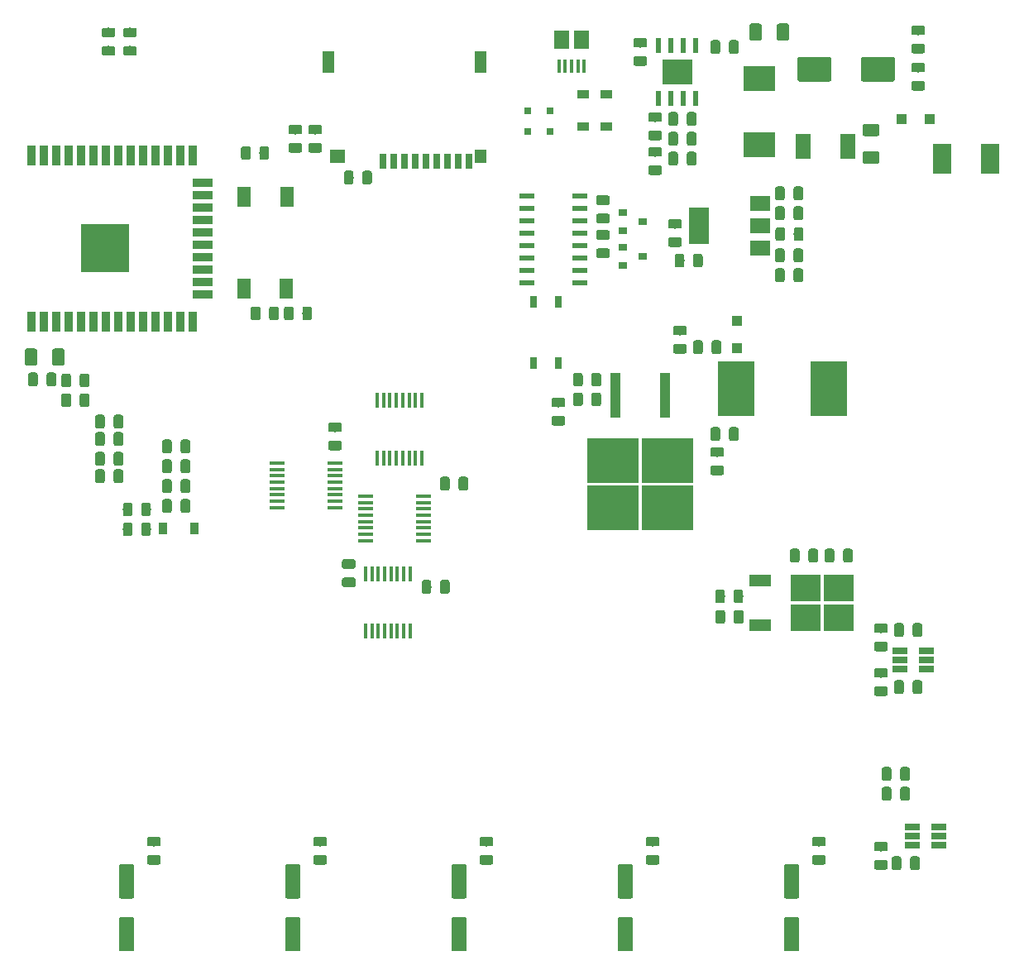
<source format=gtp>
G04 #@! TF.GenerationSoftware,KiCad,Pcbnew,5.0.2-bee76a0~70~ubuntu18.04.1*
G04 #@! TF.CreationDate,2019-12-09T08:46:58+09:00*
G04 #@! TF.ProjectId,MRR_ESPE,4d52525f-4553-4504-952e-6b696361645f,v0.5rev1*
G04 #@! TF.SameCoordinates,Original*
G04 #@! TF.FileFunction,Paste,Top*
G04 #@! TF.FilePolarity,Positive*
%FSLAX46Y46*%
G04 Gerber Fmt 4.6, Leading zero omitted, Abs format (unit mm)*
G04 Created by KiCad (PCBNEW 5.0.2-bee76a0~70~ubuntu18.04.1) date Mon 09 Dec 2019 08:46:58 AM JST*
%MOMM*%
%LPD*%
G01*
G04 APERTURE LIST*
%ADD10C,0.100000*%
%ADD11C,0.975000*%
%ADD12R,1.450000X2.100000*%
%ADD13R,1.500000X1.900000*%
%ADD14R,0.400000X1.350000*%
%ADD15C,2.500000*%
%ADD16C,1.250000*%
%ADD17C,1.600000*%
%ADD18R,5.250000X4.550000*%
%ADD19R,1.100000X4.600000*%
%ADD20R,3.050000X2.750000*%
%ADD21R,2.200000X1.200000*%
%ADD22R,0.900000X0.800000*%
%ADD23R,5.000000X5.000000*%
%ADD24R,0.900000X2.000000*%
%ADD25R,2.000000X0.900000*%
%ADD26R,0.600000X1.550000*%
%ADD27R,3.100000X2.600000*%
%ADD28R,1.500000X0.600000*%
%ADD29R,2.000000X1.500000*%
%ADD30R,2.000000X3.800000*%
%ADD31R,0.700000X1.600000*%
%ADD32R,1.200000X1.400000*%
%ADD33R,1.600000X1.400000*%
%ADD34R,1.200000X2.200000*%
%ADD35R,1.960000X3.150000*%
%ADD36R,1.500000X2.500000*%
%ADD37R,3.300000X2.500000*%
%ADD38R,0.900000X1.200000*%
%ADD39R,1.100000X1.100000*%
%ADD40R,0.800000X0.800000*%
%ADD41R,0.800000X1.200000*%
%ADD42R,1.200000X0.900000*%
%ADD43R,1.560000X0.650000*%
%ADD44R,1.500000X0.450000*%
%ADD45R,0.450000X1.500000*%
%ADD46R,3.790000X5.650000*%
G04 APERTURE END LIST*
D10*
G04 #@! TO.C,C14*
G36*
X107930142Y-64101174D02*
X107953803Y-64104684D01*
X107977007Y-64110496D01*
X107999529Y-64118554D01*
X108021153Y-64128782D01*
X108041670Y-64141079D01*
X108060883Y-64155329D01*
X108078607Y-64171393D01*
X108094671Y-64189117D01*
X108108921Y-64208330D01*
X108121218Y-64228847D01*
X108131446Y-64250471D01*
X108139504Y-64272993D01*
X108145316Y-64296197D01*
X108148826Y-64319858D01*
X108150000Y-64343750D01*
X108150000Y-65256250D01*
X108148826Y-65280142D01*
X108145316Y-65303803D01*
X108139504Y-65327007D01*
X108131446Y-65349529D01*
X108121218Y-65371153D01*
X108108921Y-65391670D01*
X108094671Y-65410883D01*
X108078607Y-65428607D01*
X108060883Y-65444671D01*
X108041670Y-65458921D01*
X108021153Y-65471218D01*
X107999529Y-65481446D01*
X107977007Y-65489504D01*
X107953803Y-65495316D01*
X107930142Y-65498826D01*
X107906250Y-65500000D01*
X107418750Y-65500000D01*
X107394858Y-65498826D01*
X107371197Y-65495316D01*
X107347993Y-65489504D01*
X107325471Y-65481446D01*
X107303847Y-65471218D01*
X107283330Y-65458921D01*
X107264117Y-65444671D01*
X107246393Y-65428607D01*
X107230329Y-65410883D01*
X107216079Y-65391670D01*
X107203782Y-65371153D01*
X107193554Y-65349529D01*
X107185496Y-65327007D01*
X107179684Y-65303803D01*
X107176174Y-65280142D01*
X107175000Y-65256250D01*
X107175000Y-64343750D01*
X107176174Y-64319858D01*
X107179684Y-64296197D01*
X107185496Y-64272993D01*
X107193554Y-64250471D01*
X107203782Y-64228847D01*
X107216079Y-64208330D01*
X107230329Y-64189117D01*
X107246393Y-64171393D01*
X107264117Y-64155329D01*
X107283330Y-64141079D01*
X107303847Y-64128782D01*
X107325471Y-64118554D01*
X107347993Y-64110496D01*
X107371197Y-64104684D01*
X107394858Y-64101174D01*
X107418750Y-64100000D01*
X107906250Y-64100000D01*
X107930142Y-64101174D01*
X107930142Y-64101174D01*
G37*
D11*
X107662500Y-64800000D03*
D10*
G36*
X109805142Y-64101174D02*
X109828803Y-64104684D01*
X109852007Y-64110496D01*
X109874529Y-64118554D01*
X109896153Y-64128782D01*
X109916670Y-64141079D01*
X109935883Y-64155329D01*
X109953607Y-64171393D01*
X109969671Y-64189117D01*
X109983921Y-64208330D01*
X109996218Y-64228847D01*
X110006446Y-64250471D01*
X110014504Y-64272993D01*
X110020316Y-64296197D01*
X110023826Y-64319858D01*
X110025000Y-64343750D01*
X110025000Y-65256250D01*
X110023826Y-65280142D01*
X110020316Y-65303803D01*
X110014504Y-65327007D01*
X110006446Y-65349529D01*
X109996218Y-65371153D01*
X109983921Y-65391670D01*
X109969671Y-65410883D01*
X109953607Y-65428607D01*
X109935883Y-65444671D01*
X109916670Y-65458921D01*
X109896153Y-65471218D01*
X109874529Y-65481446D01*
X109852007Y-65489504D01*
X109828803Y-65495316D01*
X109805142Y-65498826D01*
X109781250Y-65500000D01*
X109293750Y-65500000D01*
X109269858Y-65498826D01*
X109246197Y-65495316D01*
X109222993Y-65489504D01*
X109200471Y-65481446D01*
X109178847Y-65471218D01*
X109158330Y-65458921D01*
X109139117Y-65444671D01*
X109121393Y-65428607D01*
X109105329Y-65410883D01*
X109091079Y-65391670D01*
X109078782Y-65371153D01*
X109068554Y-65349529D01*
X109060496Y-65327007D01*
X109054684Y-65303803D01*
X109051174Y-65280142D01*
X109050000Y-65256250D01*
X109050000Y-64343750D01*
X109051174Y-64319858D01*
X109054684Y-64296197D01*
X109060496Y-64272993D01*
X109068554Y-64250471D01*
X109078782Y-64228847D01*
X109091079Y-64208330D01*
X109105329Y-64189117D01*
X109121393Y-64171393D01*
X109139117Y-64155329D01*
X109158330Y-64141079D01*
X109178847Y-64128782D01*
X109200471Y-64118554D01*
X109222993Y-64110496D01*
X109246197Y-64104684D01*
X109269858Y-64101174D01*
X109293750Y-64100000D01*
X109781250Y-64100000D01*
X109805142Y-64101174D01*
X109805142Y-64101174D01*
G37*
D11*
X109537500Y-64800000D03*
G04 #@! TD*
D10*
G04 #@! TO.C,C13*
G36*
X120105142Y-61401174D02*
X120128803Y-61404684D01*
X120152007Y-61410496D01*
X120174529Y-61418554D01*
X120196153Y-61428782D01*
X120216670Y-61441079D01*
X120235883Y-61455329D01*
X120253607Y-61471393D01*
X120269671Y-61489117D01*
X120283921Y-61508330D01*
X120296218Y-61528847D01*
X120306446Y-61550471D01*
X120314504Y-61572993D01*
X120320316Y-61596197D01*
X120323826Y-61619858D01*
X120325000Y-61643750D01*
X120325000Y-62556250D01*
X120323826Y-62580142D01*
X120320316Y-62603803D01*
X120314504Y-62627007D01*
X120306446Y-62649529D01*
X120296218Y-62671153D01*
X120283921Y-62691670D01*
X120269671Y-62710883D01*
X120253607Y-62728607D01*
X120235883Y-62744671D01*
X120216670Y-62758921D01*
X120196153Y-62771218D01*
X120174529Y-62781446D01*
X120152007Y-62789504D01*
X120128803Y-62795316D01*
X120105142Y-62798826D01*
X120081250Y-62800000D01*
X119593750Y-62800000D01*
X119569858Y-62798826D01*
X119546197Y-62795316D01*
X119522993Y-62789504D01*
X119500471Y-62781446D01*
X119478847Y-62771218D01*
X119458330Y-62758921D01*
X119439117Y-62744671D01*
X119421393Y-62728607D01*
X119405329Y-62710883D01*
X119391079Y-62691670D01*
X119378782Y-62671153D01*
X119368554Y-62649529D01*
X119360496Y-62627007D01*
X119354684Y-62603803D01*
X119351174Y-62580142D01*
X119350000Y-62556250D01*
X119350000Y-61643750D01*
X119351174Y-61619858D01*
X119354684Y-61596197D01*
X119360496Y-61572993D01*
X119368554Y-61550471D01*
X119378782Y-61528847D01*
X119391079Y-61508330D01*
X119405329Y-61489117D01*
X119421393Y-61471393D01*
X119439117Y-61455329D01*
X119458330Y-61441079D01*
X119478847Y-61428782D01*
X119500471Y-61418554D01*
X119522993Y-61410496D01*
X119546197Y-61404684D01*
X119569858Y-61401174D01*
X119593750Y-61400000D01*
X120081250Y-61400000D01*
X120105142Y-61401174D01*
X120105142Y-61401174D01*
G37*
D11*
X119837500Y-62100000D03*
D10*
G36*
X118230142Y-61401174D02*
X118253803Y-61404684D01*
X118277007Y-61410496D01*
X118299529Y-61418554D01*
X118321153Y-61428782D01*
X118341670Y-61441079D01*
X118360883Y-61455329D01*
X118378607Y-61471393D01*
X118394671Y-61489117D01*
X118408921Y-61508330D01*
X118421218Y-61528847D01*
X118431446Y-61550471D01*
X118439504Y-61572993D01*
X118445316Y-61596197D01*
X118448826Y-61619858D01*
X118450000Y-61643750D01*
X118450000Y-62556250D01*
X118448826Y-62580142D01*
X118445316Y-62603803D01*
X118439504Y-62627007D01*
X118431446Y-62649529D01*
X118421218Y-62671153D01*
X118408921Y-62691670D01*
X118394671Y-62710883D01*
X118378607Y-62728607D01*
X118360883Y-62744671D01*
X118341670Y-62758921D01*
X118321153Y-62771218D01*
X118299529Y-62781446D01*
X118277007Y-62789504D01*
X118253803Y-62795316D01*
X118230142Y-62798826D01*
X118206250Y-62800000D01*
X117718750Y-62800000D01*
X117694858Y-62798826D01*
X117671197Y-62795316D01*
X117647993Y-62789504D01*
X117625471Y-62781446D01*
X117603847Y-62771218D01*
X117583330Y-62758921D01*
X117564117Y-62744671D01*
X117546393Y-62728607D01*
X117530329Y-62710883D01*
X117516079Y-62691670D01*
X117503782Y-62671153D01*
X117493554Y-62649529D01*
X117485496Y-62627007D01*
X117479684Y-62603803D01*
X117476174Y-62580142D01*
X117475000Y-62556250D01*
X117475000Y-61643750D01*
X117476174Y-61619858D01*
X117479684Y-61596197D01*
X117485496Y-61572993D01*
X117493554Y-61550471D01*
X117503782Y-61528847D01*
X117516079Y-61508330D01*
X117530329Y-61489117D01*
X117546393Y-61471393D01*
X117564117Y-61455329D01*
X117583330Y-61441079D01*
X117603847Y-61428782D01*
X117625471Y-61418554D01*
X117647993Y-61410496D01*
X117671197Y-61404684D01*
X117694858Y-61401174D01*
X117718750Y-61400000D01*
X118206250Y-61400000D01*
X118230142Y-61401174D01*
X118230142Y-61401174D01*
G37*
D11*
X117962500Y-62100000D03*
G04 #@! TD*
D10*
G04 #@! TO.C,C10*
G36*
X113473142Y-42227174D02*
X113496803Y-42230684D01*
X113520007Y-42236496D01*
X113542529Y-42244554D01*
X113564153Y-42254782D01*
X113584670Y-42267079D01*
X113603883Y-42281329D01*
X113621607Y-42297393D01*
X113637671Y-42315117D01*
X113651921Y-42334330D01*
X113664218Y-42354847D01*
X113674446Y-42376471D01*
X113682504Y-42398993D01*
X113688316Y-42422197D01*
X113691826Y-42445858D01*
X113693000Y-42469750D01*
X113693000Y-43382250D01*
X113691826Y-43406142D01*
X113688316Y-43429803D01*
X113682504Y-43453007D01*
X113674446Y-43475529D01*
X113664218Y-43497153D01*
X113651921Y-43517670D01*
X113637671Y-43536883D01*
X113621607Y-43554607D01*
X113603883Y-43570671D01*
X113584670Y-43584921D01*
X113564153Y-43597218D01*
X113542529Y-43607446D01*
X113520007Y-43615504D01*
X113496803Y-43621316D01*
X113473142Y-43624826D01*
X113449250Y-43626000D01*
X112961750Y-43626000D01*
X112937858Y-43624826D01*
X112914197Y-43621316D01*
X112890993Y-43615504D01*
X112868471Y-43607446D01*
X112846847Y-43597218D01*
X112826330Y-43584921D01*
X112807117Y-43570671D01*
X112789393Y-43554607D01*
X112773329Y-43536883D01*
X112759079Y-43517670D01*
X112746782Y-43497153D01*
X112736554Y-43475529D01*
X112728496Y-43453007D01*
X112722684Y-43429803D01*
X112719174Y-43406142D01*
X112718000Y-43382250D01*
X112718000Y-42469750D01*
X112719174Y-42445858D01*
X112722684Y-42422197D01*
X112728496Y-42398993D01*
X112736554Y-42376471D01*
X112746782Y-42354847D01*
X112759079Y-42334330D01*
X112773329Y-42315117D01*
X112789393Y-42297393D01*
X112807117Y-42281329D01*
X112826330Y-42267079D01*
X112846847Y-42254782D01*
X112868471Y-42244554D01*
X112890993Y-42236496D01*
X112914197Y-42230684D01*
X112937858Y-42227174D01*
X112961750Y-42226000D01*
X113449250Y-42226000D01*
X113473142Y-42227174D01*
X113473142Y-42227174D01*
G37*
D11*
X113205500Y-42926000D03*
D10*
G36*
X111598142Y-42227174D02*
X111621803Y-42230684D01*
X111645007Y-42236496D01*
X111667529Y-42244554D01*
X111689153Y-42254782D01*
X111709670Y-42267079D01*
X111728883Y-42281329D01*
X111746607Y-42297393D01*
X111762671Y-42315117D01*
X111776921Y-42334330D01*
X111789218Y-42354847D01*
X111799446Y-42376471D01*
X111807504Y-42398993D01*
X111813316Y-42422197D01*
X111816826Y-42445858D01*
X111818000Y-42469750D01*
X111818000Y-43382250D01*
X111816826Y-43406142D01*
X111813316Y-43429803D01*
X111807504Y-43453007D01*
X111799446Y-43475529D01*
X111789218Y-43497153D01*
X111776921Y-43517670D01*
X111762671Y-43536883D01*
X111746607Y-43554607D01*
X111728883Y-43570671D01*
X111709670Y-43584921D01*
X111689153Y-43597218D01*
X111667529Y-43607446D01*
X111645007Y-43615504D01*
X111621803Y-43621316D01*
X111598142Y-43624826D01*
X111574250Y-43626000D01*
X111086750Y-43626000D01*
X111062858Y-43624826D01*
X111039197Y-43621316D01*
X111015993Y-43615504D01*
X110993471Y-43607446D01*
X110971847Y-43597218D01*
X110951330Y-43584921D01*
X110932117Y-43570671D01*
X110914393Y-43554607D01*
X110898329Y-43536883D01*
X110884079Y-43517670D01*
X110871782Y-43497153D01*
X110861554Y-43475529D01*
X110853496Y-43453007D01*
X110847684Y-43429803D01*
X110844174Y-43406142D01*
X110843000Y-43382250D01*
X110843000Y-42469750D01*
X110844174Y-42445858D01*
X110847684Y-42422197D01*
X110853496Y-42398993D01*
X110861554Y-42376471D01*
X110871782Y-42354847D01*
X110884079Y-42334330D01*
X110898329Y-42315117D01*
X110914393Y-42297393D01*
X110932117Y-42281329D01*
X110951330Y-42267079D01*
X110971847Y-42254782D01*
X110993471Y-42244554D01*
X111015993Y-42236496D01*
X111039197Y-42230684D01*
X111062858Y-42227174D01*
X111086750Y-42226000D01*
X111574250Y-42226000D01*
X111598142Y-42227174D01*
X111598142Y-42227174D01*
G37*
D11*
X111330500Y-42926000D03*
G04 #@! TD*
D12*
G04 #@! TO.C,SW1*
X67378000Y-67692000D03*
X67478000Y-58292000D03*
X63078000Y-58292000D03*
X63078000Y-67692000D03*
G04 #@! TD*
D13*
G04 #@! TO.C,J16*
X95600000Y-42162500D03*
D14*
X97250000Y-44862500D03*
X97900000Y-44862500D03*
X95300000Y-44862500D03*
X95950000Y-44862500D03*
X96600000Y-44862500D03*
D13*
X97600000Y-42162500D03*
G04 #@! TD*
D10*
G04 #@! TO.C,C1*
G36*
X51438142Y-89571174D02*
X51461803Y-89574684D01*
X51485007Y-89580496D01*
X51507529Y-89588554D01*
X51529153Y-89598782D01*
X51549670Y-89611079D01*
X51568883Y-89625329D01*
X51586607Y-89641393D01*
X51602671Y-89659117D01*
X51616921Y-89678330D01*
X51629218Y-89698847D01*
X51639446Y-89720471D01*
X51647504Y-89742993D01*
X51653316Y-89766197D01*
X51656826Y-89789858D01*
X51658000Y-89813750D01*
X51658000Y-90726250D01*
X51656826Y-90750142D01*
X51653316Y-90773803D01*
X51647504Y-90797007D01*
X51639446Y-90819529D01*
X51629218Y-90841153D01*
X51616921Y-90861670D01*
X51602671Y-90880883D01*
X51586607Y-90898607D01*
X51568883Y-90914671D01*
X51549670Y-90928921D01*
X51529153Y-90941218D01*
X51507529Y-90951446D01*
X51485007Y-90959504D01*
X51461803Y-90965316D01*
X51438142Y-90968826D01*
X51414250Y-90970000D01*
X50926750Y-90970000D01*
X50902858Y-90968826D01*
X50879197Y-90965316D01*
X50855993Y-90959504D01*
X50833471Y-90951446D01*
X50811847Y-90941218D01*
X50791330Y-90928921D01*
X50772117Y-90914671D01*
X50754393Y-90898607D01*
X50738329Y-90880883D01*
X50724079Y-90861670D01*
X50711782Y-90841153D01*
X50701554Y-90819529D01*
X50693496Y-90797007D01*
X50687684Y-90773803D01*
X50684174Y-90750142D01*
X50683000Y-90726250D01*
X50683000Y-89813750D01*
X50684174Y-89789858D01*
X50687684Y-89766197D01*
X50693496Y-89742993D01*
X50701554Y-89720471D01*
X50711782Y-89698847D01*
X50724079Y-89678330D01*
X50738329Y-89659117D01*
X50754393Y-89641393D01*
X50772117Y-89625329D01*
X50791330Y-89611079D01*
X50811847Y-89598782D01*
X50833471Y-89588554D01*
X50855993Y-89580496D01*
X50879197Y-89574684D01*
X50902858Y-89571174D01*
X50926750Y-89570000D01*
X51414250Y-89570000D01*
X51438142Y-89571174D01*
X51438142Y-89571174D01*
G37*
D11*
X51170500Y-90270000D03*
D10*
G36*
X53313142Y-89571174D02*
X53336803Y-89574684D01*
X53360007Y-89580496D01*
X53382529Y-89588554D01*
X53404153Y-89598782D01*
X53424670Y-89611079D01*
X53443883Y-89625329D01*
X53461607Y-89641393D01*
X53477671Y-89659117D01*
X53491921Y-89678330D01*
X53504218Y-89698847D01*
X53514446Y-89720471D01*
X53522504Y-89742993D01*
X53528316Y-89766197D01*
X53531826Y-89789858D01*
X53533000Y-89813750D01*
X53533000Y-90726250D01*
X53531826Y-90750142D01*
X53528316Y-90773803D01*
X53522504Y-90797007D01*
X53514446Y-90819529D01*
X53504218Y-90841153D01*
X53491921Y-90861670D01*
X53477671Y-90880883D01*
X53461607Y-90898607D01*
X53443883Y-90914671D01*
X53424670Y-90928921D01*
X53404153Y-90941218D01*
X53382529Y-90951446D01*
X53360007Y-90959504D01*
X53336803Y-90965316D01*
X53313142Y-90968826D01*
X53289250Y-90970000D01*
X52801750Y-90970000D01*
X52777858Y-90968826D01*
X52754197Y-90965316D01*
X52730993Y-90959504D01*
X52708471Y-90951446D01*
X52686847Y-90941218D01*
X52666330Y-90928921D01*
X52647117Y-90914671D01*
X52629393Y-90898607D01*
X52613329Y-90880883D01*
X52599079Y-90861670D01*
X52586782Y-90841153D01*
X52576554Y-90819529D01*
X52568496Y-90797007D01*
X52562684Y-90773803D01*
X52559174Y-90750142D01*
X52558000Y-90726250D01*
X52558000Y-89813750D01*
X52559174Y-89789858D01*
X52562684Y-89766197D01*
X52568496Y-89742993D01*
X52576554Y-89720471D01*
X52586782Y-89698847D01*
X52599079Y-89678330D01*
X52613329Y-89659117D01*
X52629393Y-89641393D01*
X52647117Y-89625329D01*
X52666330Y-89611079D01*
X52686847Y-89598782D01*
X52708471Y-89588554D01*
X52730993Y-89580496D01*
X52754197Y-89574684D01*
X52777858Y-89571174D01*
X52801750Y-89570000D01*
X53289250Y-89570000D01*
X53313142Y-89571174D01*
X53313142Y-89571174D01*
G37*
D11*
X53045500Y-90270000D03*
G04 #@! TD*
D10*
G04 #@! TO.C,C2*
G36*
X55464142Y-89217174D02*
X55487803Y-89220684D01*
X55511007Y-89226496D01*
X55533529Y-89234554D01*
X55555153Y-89244782D01*
X55575670Y-89257079D01*
X55594883Y-89271329D01*
X55612607Y-89287393D01*
X55628671Y-89305117D01*
X55642921Y-89324330D01*
X55655218Y-89344847D01*
X55665446Y-89366471D01*
X55673504Y-89388993D01*
X55679316Y-89412197D01*
X55682826Y-89435858D01*
X55684000Y-89459750D01*
X55684000Y-90372250D01*
X55682826Y-90396142D01*
X55679316Y-90419803D01*
X55673504Y-90443007D01*
X55665446Y-90465529D01*
X55655218Y-90487153D01*
X55642921Y-90507670D01*
X55628671Y-90526883D01*
X55612607Y-90544607D01*
X55594883Y-90560671D01*
X55575670Y-90574921D01*
X55555153Y-90587218D01*
X55533529Y-90597446D01*
X55511007Y-90605504D01*
X55487803Y-90611316D01*
X55464142Y-90614826D01*
X55440250Y-90616000D01*
X54952750Y-90616000D01*
X54928858Y-90614826D01*
X54905197Y-90611316D01*
X54881993Y-90605504D01*
X54859471Y-90597446D01*
X54837847Y-90587218D01*
X54817330Y-90574921D01*
X54798117Y-90560671D01*
X54780393Y-90544607D01*
X54764329Y-90526883D01*
X54750079Y-90507670D01*
X54737782Y-90487153D01*
X54727554Y-90465529D01*
X54719496Y-90443007D01*
X54713684Y-90419803D01*
X54710174Y-90396142D01*
X54709000Y-90372250D01*
X54709000Y-89459750D01*
X54710174Y-89435858D01*
X54713684Y-89412197D01*
X54719496Y-89388993D01*
X54727554Y-89366471D01*
X54737782Y-89344847D01*
X54750079Y-89324330D01*
X54764329Y-89305117D01*
X54780393Y-89287393D01*
X54798117Y-89271329D01*
X54817330Y-89257079D01*
X54837847Y-89244782D01*
X54859471Y-89234554D01*
X54881993Y-89226496D01*
X54905197Y-89220684D01*
X54928858Y-89217174D01*
X54952750Y-89216000D01*
X55440250Y-89216000D01*
X55464142Y-89217174D01*
X55464142Y-89217174D01*
G37*
D11*
X55196500Y-89916000D03*
D10*
G36*
X57339142Y-89217174D02*
X57362803Y-89220684D01*
X57386007Y-89226496D01*
X57408529Y-89234554D01*
X57430153Y-89244782D01*
X57450670Y-89257079D01*
X57469883Y-89271329D01*
X57487607Y-89287393D01*
X57503671Y-89305117D01*
X57517921Y-89324330D01*
X57530218Y-89344847D01*
X57540446Y-89366471D01*
X57548504Y-89388993D01*
X57554316Y-89412197D01*
X57557826Y-89435858D01*
X57559000Y-89459750D01*
X57559000Y-90372250D01*
X57557826Y-90396142D01*
X57554316Y-90419803D01*
X57548504Y-90443007D01*
X57540446Y-90465529D01*
X57530218Y-90487153D01*
X57517921Y-90507670D01*
X57503671Y-90526883D01*
X57487607Y-90544607D01*
X57469883Y-90560671D01*
X57450670Y-90574921D01*
X57430153Y-90587218D01*
X57408529Y-90597446D01*
X57386007Y-90605504D01*
X57362803Y-90611316D01*
X57339142Y-90614826D01*
X57315250Y-90616000D01*
X56827750Y-90616000D01*
X56803858Y-90614826D01*
X56780197Y-90611316D01*
X56756993Y-90605504D01*
X56734471Y-90597446D01*
X56712847Y-90587218D01*
X56692330Y-90574921D01*
X56673117Y-90560671D01*
X56655393Y-90544607D01*
X56639329Y-90526883D01*
X56625079Y-90507670D01*
X56612782Y-90487153D01*
X56602554Y-90465529D01*
X56594496Y-90443007D01*
X56588684Y-90419803D01*
X56585174Y-90396142D01*
X56584000Y-90372250D01*
X56584000Y-89459750D01*
X56585174Y-89435858D01*
X56588684Y-89412197D01*
X56594496Y-89388993D01*
X56602554Y-89366471D01*
X56612782Y-89344847D01*
X56625079Y-89324330D01*
X56639329Y-89305117D01*
X56655393Y-89287393D01*
X56673117Y-89271329D01*
X56692330Y-89257079D01*
X56712847Y-89244782D01*
X56734471Y-89234554D01*
X56756993Y-89226496D01*
X56780197Y-89220684D01*
X56803858Y-89217174D01*
X56827750Y-89216000D01*
X57315250Y-89216000D01*
X57339142Y-89217174D01*
X57339142Y-89217174D01*
G37*
D11*
X57071500Y-89916000D03*
G04 #@! TD*
D10*
G04 #@! TO.C,C3*
G36*
X55464142Y-83121174D02*
X55487803Y-83124684D01*
X55511007Y-83130496D01*
X55533529Y-83138554D01*
X55555153Y-83148782D01*
X55575670Y-83161079D01*
X55594883Y-83175329D01*
X55612607Y-83191393D01*
X55628671Y-83209117D01*
X55642921Y-83228330D01*
X55655218Y-83248847D01*
X55665446Y-83270471D01*
X55673504Y-83292993D01*
X55679316Y-83316197D01*
X55682826Y-83339858D01*
X55684000Y-83363750D01*
X55684000Y-84276250D01*
X55682826Y-84300142D01*
X55679316Y-84323803D01*
X55673504Y-84347007D01*
X55665446Y-84369529D01*
X55655218Y-84391153D01*
X55642921Y-84411670D01*
X55628671Y-84430883D01*
X55612607Y-84448607D01*
X55594883Y-84464671D01*
X55575670Y-84478921D01*
X55555153Y-84491218D01*
X55533529Y-84501446D01*
X55511007Y-84509504D01*
X55487803Y-84515316D01*
X55464142Y-84518826D01*
X55440250Y-84520000D01*
X54952750Y-84520000D01*
X54928858Y-84518826D01*
X54905197Y-84515316D01*
X54881993Y-84509504D01*
X54859471Y-84501446D01*
X54837847Y-84491218D01*
X54817330Y-84478921D01*
X54798117Y-84464671D01*
X54780393Y-84448607D01*
X54764329Y-84430883D01*
X54750079Y-84411670D01*
X54737782Y-84391153D01*
X54727554Y-84369529D01*
X54719496Y-84347007D01*
X54713684Y-84323803D01*
X54710174Y-84300142D01*
X54709000Y-84276250D01*
X54709000Y-83363750D01*
X54710174Y-83339858D01*
X54713684Y-83316197D01*
X54719496Y-83292993D01*
X54727554Y-83270471D01*
X54737782Y-83248847D01*
X54750079Y-83228330D01*
X54764329Y-83209117D01*
X54780393Y-83191393D01*
X54798117Y-83175329D01*
X54817330Y-83161079D01*
X54837847Y-83148782D01*
X54859471Y-83138554D01*
X54881993Y-83130496D01*
X54905197Y-83124684D01*
X54928858Y-83121174D01*
X54952750Y-83120000D01*
X55440250Y-83120000D01*
X55464142Y-83121174D01*
X55464142Y-83121174D01*
G37*
D11*
X55196500Y-83820000D03*
D10*
G36*
X57339142Y-83121174D02*
X57362803Y-83124684D01*
X57386007Y-83130496D01*
X57408529Y-83138554D01*
X57430153Y-83148782D01*
X57450670Y-83161079D01*
X57469883Y-83175329D01*
X57487607Y-83191393D01*
X57503671Y-83209117D01*
X57517921Y-83228330D01*
X57530218Y-83248847D01*
X57540446Y-83270471D01*
X57548504Y-83292993D01*
X57554316Y-83316197D01*
X57557826Y-83339858D01*
X57559000Y-83363750D01*
X57559000Y-84276250D01*
X57557826Y-84300142D01*
X57554316Y-84323803D01*
X57548504Y-84347007D01*
X57540446Y-84369529D01*
X57530218Y-84391153D01*
X57517921Y-84411670D01*
X57503671Y-84430883D01*
X57487607Y-84448607D01*
X57469883Y-84464671D01*
X57450670Y-84478921D01*
X57430153Y-84491218D01*
X57408529Y-84501446D01*
X57386007Y-84509504D01*
X57362803Y-84515316D01*
X57339142Y-84518826D01*
X57315250Y-84520000D01*
X56827750Y-84520000D01*
X56803858Y-84518826D01*
X56780197Y-84515316D01*
X56756993Y-84509504D01*
X56734471Y-84501446D01*
X56712847Y-84491218D01*
X56692330Y-84478921D01*
X56673117Y-84464671D01*
X56655393Y-84448607D01*
X56639329Y-84430883D01*
X56625079Y-84411670D01*
X56612782Y-84391153D01*
X56602554Y-84369529D01*
X56594496Y-84347007D01*
X56588684Y-84323803D01*
X56585174Y-84300142D01*
X56584000Y-84276250D01*
X56584000Y-83363750D01*
X56585174Y-83339858D01*
X56588684Y-83316197D01*
X56594496Y-83292993D01*
X56602554Y-83270471D01*
X56612782Y-83248847D01*
X56625079Y-83228330D01*
X56639329Y-83209117D01*
X56655393Y-83191393D01*
X56673117Y-83175329D01*
X56692330Y-83161079D01*
X56712847Y-83148782D01*
X56734471Y-83138554D01*
X56756993Y-83130496D01*
X56780197Y-83124684D01*
X56803858Y-83121174D01*
X56827750Y-83120000D01*
X57315250Y-83120000D01*
X57339142Y-83121174D01*
X57339142Y-83121174D01*
G37*
D11*
X57071500Y-83820000D03*
G04 #@! TD*
D10*
G04 #@! TO.C,C4*
G36*
X129488504Y-43963204D02*
X129512773Y-43966804D01*
X129536571Y-43972765D01*
X129559671Y-43981030D01*
X129581849Y-43991520D01*
X129602893Y-44004133D01*
X129622598Y-44018747D01*
X129640777Y-44035223D01*
X129657253Y-44053402D01*
X129671867Y-44073107D01*
X129684480Y-44094151D01*
X129694970Y-44116329D01*
X129703235Y-44139429D01*
X129709196Y-44163227D01*
X129712796Y-44187496D01*
X129714000Y-44212000D01*
X129714000Y-46212000D01*
X129712796Y-46236504D01*
X129709196Y-46260773D01*
X129703235Y-46284571D01*
X129694970Y-46307671D01*
X129684480Y-46329849D01*
X129671867Y-46350893D01*
X129657253Y-46370598D01*
X129640777Y-46388777D01*
X129622598Y-46405253D01*
X129602893Y-46419867D01*
X129581849Y-46432480D01*
X129559671Y-46442970D01*
X129536571Y-46451235D01*
X129512773Y-46457196D01*
X129488504Y-46460796D01*
X129464000Y-46462000D01*
X126464000Y-46462000D01*
X126439496Y-46460796D01*
X126415227Y-46457196D01*
X126391429Y-46451235D01*
X126368329Y-46442970D01*
X126346151Y-46432480D01*
X126325107Y-46419867D01*
X126305402Y-46405253D01*
X126287223Y-46388777D01*
X126270747Y-46370598D01*
X126256133Y-46350893D01*
X126243520Y-46329849D01*
X126233030Y-46307671D01*
X126224765Y-46284571D01*
X126218804Y-46260773D01*
X126215204Y-46236504D01*
X126214000Y-46212000D01*
X126214000Y-44212000D01*
X126215204Y-44187496D01*
X126218804Y-44163227D01*
X126224765Y-44139429D01*
X126233030Y-44116329D01*
X126243520Y-44094151D01*
X126256133Y-44073107D01*
X126270747Y-44053402D01*
X126287223Y-44035223D01*
X126305402Y-44018747D01*
X126325107Y-44004133D01*
X126346151Y-43991520D01*
X126368329Y-43981030D01*
X126391429Y-43972765D01*
X126415227Y-43966804D01*
X126439496Y-43963204D01*
X126464000Y-43962000D01*
X129464000Y-43962000D01*
X129488504Y-43963204D01*
X129488504Y-43963204D01*
G37*
D15*
X127964000Y-45212000D03*
D10*
G36*
X122988504Y-43963204D02*
X123012773Y-43966804D01*
X123036571Y-43972765D01*
X123059671Y-43981030D01*
X123081849Y-43991520D01*
X123102893Y-44004133D01*
X123122598Y-44018747D01*
X123140777Y-44035223D01*
X123157253Y-44053402D01*
X123171867Y-44073107D01*
X123184480Y-44094151D01*
X123194970Y-44116329D01*
X123203235Y-44139429D01*
X123209196Y-44163227D01*
X123212796Y-44187496D01*
X123214000Y-44212000D01*
X123214000Y-46212000D01*
X123212796Y-46236504D01*
X123209196Y-46260773D01*
X123203235Y-46284571D01*
X123194970Y-46307671D01*
X123184480Y-46329849D01*
X123171867Y-46350893D01*
X123157253Y-46370598D01*
X123140777Y-46388777D01*
X123122598Y-46405253D01*
X123102893Y-46419867D01*
X123081849Y-46432480D01*
X123059671Y-46442970D01*
X123036571Y-46451235D01*
X123012773Y-46457196D01*
X122988504Y-46460796D01*
X122964000Y-46462000D01*
X119964000Y-46462000D01*
X119939496Y-46460796D01*
X119915227Y-46457196D01*
X119891429Y-46451235D01*
X119868329Y-46442970D01*
X119846151Y-46432480D01*
X119825107Y-46419867D01*
X119805402Y-46405253D01*
X119787223Y-46388777D01*
X119770747Y-46370598D01*
X119756133Y-46350893D01*
X119743520Y-46329849D01*
X119733030Y-46307671D01*
X119724765Y-46284571D01*
X119718804Y-46260773D01*
X119715204Y-46236504D01*
X119714000Y-46212000D01*
X119714000Y-44212000D01*
X119715204Y-44187496D01*
X119718804Y-44163227D01*
X119724765Y-44139429D01*
X119733030Y-44116329D01*
X119743520Y-44094151D01*
X119756133Y-44073107D01*
X119770747Y-44053402D01*
X119787223Y-44035223D01*
X119805402Y-44018747D01*
X119825107Y-44004133D01*
X119846151Y-43991520D01*
X119868329Y-43981030D01*
X119891429Y-43972765D01*
X119915227Y-43966804D01*
X119939496Y-43963204D01*
X119964000Y-43962000D01*
X122964000Y-43962000D01*
X122988504Y-43963204D01*
X122988504Y-43963204D01*
G37*
D15*
X121464000Y-45212000D03*
G04 #@! TD*
D10*
G04 #@! TO.C,C5*
G36*
X48606142Y-80581174D02*
X48629803Y-80584684D01*
X48653007Y-80590496D01*
X48675529Y-80598554D01*
X48697153Y-80608782D01*
X48717670Y-80621079D01*
X48736883Y-80635329D01*
X48754607Y-80651393D01*
X48770671Y-80669117D01*
X48784921Y-80688330D01*
X48797218Y-80708847D01*
X48807446Y-80730471D01*
X48815504Y-80752993D01*
X48821316Y-80776197D01*
X48824826Y-80799858D01*
X48826000Y-80823750D01*
X48826000Y-81736250D01*
X48824826Y-81760142D01*
X48821316Y-81783803D01*
X48815504Y-81807007D01*
X48807446Y-81829529D01*
X48797218Y-81851153D01*
X48784921Y-81871670D01*
X48770671Y-81890883D01*
X48754607Y-81908607D01*
X48736883Y-81924671D01*
X48717670Y-81938921D01*
X48697153Y-81951218D01*
X48675529Y-81961446D01*
X48653007Y-81969504D01*
X48629803Y-81975316D01*
X48606142Y-81978826D01*
X48582250Y-81980000D01*
X48094750Y-81980000D01*
X48070858Y-81978826D01*
X48047197Y-81975316D01*
X48023993Y-81969504D01*
X48001471Y-81961446D01*
X47979847Y-81951218D01*
X47959330Y-81938921D01*
X47940117Y-81924671D01*
X47922393Y-81908607D01*
X47906329Y-81890883D01*
X47892079Y-81871670D01*
X47879782Y-81851153D01*
X47869554Y-81829529D01*
X47861496Y-81807007D01*
X47855684Y-81783803D01*
X47852174Y-81760142D01*
X47851000Y-81736250D01*
X47851000Y-80823750D01*
X47852174Y-80799858D01*
X47855684Y-80776197D01*
X47861496Y-80752993D01*
X47869554Y-80730471D01*
X47879782Y-80708847D01*
X47892079Y-80688330D01*
X47906329Y-80669117D01*
X47922393Y-80651393D01*
X47940117Y-80635329D01*
X47959330Y-80621079D01*
X47979847Y-80608782D01*
X48001471Y-80598554D01*
X48023993Y-80590496D01*
X48047197Y-80584684D01*
X48070858Y-80581174D01*
X48094750Y-80580000D01*
X48582250Y-80580000D01*
X48606142Y-80581174D01*
X48606142Y-80581174D01*
G37*
D11*
X48338500Y-81280000D03*
D10*
G36*
X50481142Y-80581174D02*
X50504803Y-80584684D01*
X50528007Y-80590496D01*
X50550529Y-80598554D01*
X50572153Y-80608782D01*
X50592670Y-80621079D01*
X50611883Y-80635329D01*
X50629607Y-80651393D01*
X50645671Y-80669117D01*
X50659921Y-80688330D01*
X50672218Y-80708847D01*
X50682446Y-80730471D01*
X50690504Y-80752993D01*
X50696316Y-80776197D01*
X50699826Y-80799858D01*
X50701000Y-80823750D01*
X50701000Y-81736250D01*
X50699826Y-81760142D01*
X50696316Y-81783803D01*
X50690504Y-81807007D01*
X50682446Y-81829529D01*
X50672218Y-81851153D01*
X50659921Y-81871670D01*
X50645671Y-81890883D01*
X50629607Y-81908607D01*
X50611883Y-81924671D01*
X50592670Y-81938921D01*
X50572153Y-81951218D01*
X50550529Y-81961446D01*
X50528007Y-81969504D01*
X50504803Y-81975316D01*
X50481142Y-81978826D01*
X50457250Y-81980000D01*
X49969750Y-81980000D01*
X49945858Y-81978826D01*
X49922197Y-81975316D01*
X49898993Y-81969504D01*
X49876471Y-81961446D01*
X49854847Y-81951218D01*
X49834330Y-81938921D01*
X49815117Y-81924671D01*
X49797393Y-81908607D01*
X49781329Y-81890883D01*
X49767079Y-81871670D01*
X49754782Y-81851153D01*
X49744554Y-81829529D01*
X49736496Y-81807007D01*
X49730684Y-81783803D01*
X49727174Y-81760142D01*
X49726000Y-81736250D01*
X49726000Y-80823750D01*
X49727174Y-80799858D01*
X49730684Y-80776197D01*
X49736496Y-80752993D01*
X49744554Y-80730471D01*
X49754782Y-80708847D01*
X49767079Y-80688330D01*
X49781329Y-80669117D01*
X49797393Y-80651393D01*
X49815117Y-80635329D01*
X49834330Y-80621079D01*
X49854847Y-80608782D01*
X49876471Y-80598554D01*
X49898993Y-80590496D01*
X49922197Y-80584684D01*
X49945858Y-80581174D01*
X49969750Y-80580000D01*
X50457250Y-80580000D01*
X50481142Y-80581174D01*
X50481142Y-80581174D01*
G37*
D11*
X50213500Y-81280000D03*
G04 #@! TD*
D10*
G04 #@! TO.C,C6*
G36*
X47014142Y-78393174D02*
X47037803Y-78396684D01*
X47061007Y-78402496D01*
X47083529Y-78410554D01*
X47105153Y-78420782D01*
X47125670Y-78433079D01*
X47144883Y-78447329D01*
X47162607Y-78463393D01*
X47178671Y-78481117D01*
X47192921Y-78500330D01*
X47205218Y-78520847D01*
X47215446Y-78542471D01*
X47223504Y-78564993D01*
X47229316Y-78588197D01*
X47232826Y-78611858D01*
X47234000Y-78635750D01*
X47234000Y-79548250D01*
X47232826Y-79572142D01*
X47229316Y-79595803D01*
X47223504Y-79619007D01*
X47215446Y-79641529D01*
X47205218Y-79663153D01*
X47192921Y-79683670D01*
X47178671Y-79702883D01*
X47162607Y-79720607D01*
X47144883Y-79736671D01*
X47125670Y-79750921D01*
X47105153Y-79763218D01*
X47083529Y-79773446D01*
X47061007Y-79781504D01*
X47037803Y-79787316D01*
X47014142Y-79790826D01*
X46990250Y-79792000D01*
X46502750Y-79792000D01*
X46478858Y-79790826D01*
X46455197Y-79787316D01*
X46431993Y-79781504D01*
X46409471Y-79773446D01*
X46387847Y-79763218D01*
X46367330Y-79750921D01*
X46348117Y-79736671D01*
X46330393Y-79720607D01*
X46314329Y-79702883D01*
X46300079Y-79683670D01*
X46287782Y-79663153D01*
X46277554Y-79641529D01*
X46269496Y-79619007D01*
X46263684Y-79595803D01*
X46260174Y-79572142D01*
X46259000Y-79548250D01*
X46259000Y-78635750D01*
X46260174Y-78611858D01*
X46263684Y-78588197D01*
X46269496Y-78564993D01*
X46277554Y-78542471D01*
X46287782Y-78520847D01*
X46300079Y-78500330D01*
X46314329Y-78481117D01*
X46330393Y-78463393D01*
X46348117Y-78447329D01*
X46367330Y-78433079D01*
X46387847Y-78420782D01*
X46409471Y-78410554D01*
X46431993Y-78402496D01*
X46455197Y-78396684D01*
X46478858Y-78393174D01*
X46502750Y-78392000D01*
X46990250Y-78392000D01*
X47014142Y-78393174D01*
X47014142Y-78393174D01*
G37*
D11*
X46746500Y-79092000D03*
D10*
G36*
X45139142Y-78393174D02*
X45162803Y-78396684D01*
X45186007Y-78402496D01*
X45208529Y-78410554D01*
X45230153Y-78420782D01*
X45250670Y-78433079D01*
X45269883Y-78447329D01*
X45287607Y-78463393D01*
X45303671Y-78481117D01*
X45317921Y-78500330D01*
X45330218Y-78520847D01*
X45340446Y-78542471D01*
X45348504Y-78564993D01*
X45354316Y-78588197D01*
X45357826Y-78611858D01*
X45359000Y-78635750D01*
X45359000Y-79548250D01*
X45357826Y-79572142D01*
X45354316Y-79595803D01*
X45348504Y-79619007D01*
X45340446Y-79641529D01*
X45330218Y-79663153D01*
X45317921Y-79683670D01*
X45303671Y-79702883D01*
X45287607Y-79720607D01*
X45269883Y-79736671D01*
X45250670Y-79750921D01*
X45230153Y-79763218D01*
X45208529Y-79773446D01*
X45186007Y-79781504D01*
X45162803Y-79787316D01*
X45139142Y-79790826D01*
X45115250Y-79792000D01*
X44627750Y-79792000D01*
X44603858Y-79790826D01*
X44580197Y-79787316D01*
X44556993Y-79781504D01*
X44534471Y-79773446D01*
X44512847Y-79763218D01*
X44492330Y-79750921D01*
X44473117Y-79736671D01*
X44455393Y-79720607D01*
X44439329Y-79702883D01*
X44425079Y-79683670D01*
X44412782Y-79663153D01*
X44402554Y-79641529D01*
X44394496Y-79619007D01*
X44388684Y-79595803D01*
X44385174Y-79572142D01*
X44384000Y-79548250D01*
X44384000Y-78635750D01*
X44385174Y-78611858D01*
X44388684Y-78588197D01*
X44394496Y-78564993D01*
X44402554Y-78542471D01*
X44412782Y-78520847D01*
X44425079Y-78500330D01*
X44439329Y-78481117D01*
X44455393Y-78463393D01*
X44473117Y-78447329D01*
X44492330Y-78433079D01*
X44512847Y-78420782D01*
X44534471Y-78410554D01*
X44556993Y-78402496D01*
X44580197Y-78396684D01*
X44603858Y-78393174D01*
X44627750Y-78392000D01*
X45115250Y-78392000D01*
X45139142Y-78393174D01*
X45139142Y-78393174D01*
G37*
D11*
X44871500Y-79092000D03*
G04 #@! TD*
D10*
G04 #@! TO.C,C7*
G36*
X115839504Y-40528204D02*
X115863773Y-40531804D01*
X115887571Y-40537765D01*
X115910671Y-40546030D01*
X115932849Y-40556520D01*
X115953893Y-40569133D01*
X115973598Y-40583747D01*
X115991777Y-40600223D01*
X116008253Y-40618402D01*
X116022867Y-40638107D01*
X116035480Y-40659151D01*
X116045970Y-40681329D01*
X116054235Y-40704429D01*
X116060196Y-40728227D01*
X116063796Y-40752496D01*
X116065000Y-40777000D01*
X116065000Y-42027000D01*
X116063796Y-42051504D01*
X116060196Y-42075773D01*
X116054235Y-42099571D01*
X116045970Y-42122671D01*
X116035480Y-42144849D01*
X116022867Y-42165893D01*
X116008253Y-42185598D01*
X115991777Y-42203777D01*
X115973598Y-42220253D01*
X115953893Y-42234867D01*
X115932849Y-42247480D01*
X115910671Y-42257970D01*
X115887571Y-42266235D01*
X115863773Y-42272196D01*
X115839504Y-42275796D01*
X115815000Y-42277000D01*
X115065000Y-42277000D01*
X115040496Y-42275796D01*
X115016227Y-42272196D01*
X114992429Y-42266235D01*
X114969329Y-42257970D01*
X114947151Y-42247480D01*
X114926107Y-42234867D01*
X114906402Y-42220253D01*
X114888223Y-42203777D01*
X114871747Y-42185598D01*
X114857133Y-42165893D01*
X114844520Y-42144849D01*
X114834030Y-42122671D01*
X114825765Y-42099571D01*
X114819804Y-42075773D01*
X114816204Y-42051504D01*
X114815000Y-42027000D01*
X114815000Y-40777000D01*
X114816204Y-40752496D01*
X114819804Y-40728227D01*
X114825765Y-40704429D01*
X114834030Y-40681329D01*
X114844520Y-40659151D01*
X114857133Y-40638107D01*
X114871747Y-40618402D01*
X114888223Y-40600223D01*
X114906402Y-40583747D01*
X114926107Y-40569133D01*
X114947151Y-40556520D01*
X114969329Y-40546030D01*
X114992429Y-40537765D01*
X115016227Y-40531804D01*
X115040496Y-40528204D01*
X115065000Y-40527000D01*
X115815000Y-40527000D01*
X115839504Y-40528204D01*
X115839504Y-40528204D01*
G37*
D16*
X115440000Y-41402000D03*
D10*
G36*
X118639504Y-40528204D02*
X118663773Y-40531804D01*
X118687571Y-40537765D01*
X118710671Y-40546030D01*
X118732849Y-40556520D01*
X118753893Y-40569133D01*
X118773598Y-40583747D01*
X118791777Y-40600223D01*
X118808253Y-40618402D01*
X118822867Y-40638107D01*
X118835480Y-40659151D01*
X118845970Y-40681329D01*
X118854235Y-40704429D01*
X118860196Y-40728227D01*
X118863796Y-40752496D01*
X118865000Y-40777000D01*
X118865000Y-42027000D01*
X118863796Y-42051504D01*
X118860196Y-42075773D01*
X118854235Y-42099571D01*
X118845970Y-42122671D01*
X118835480Y-42144849D01*
X118822867Y-42165893D01*
X118808253Y-42185598D01*
X118791777Y-42203777D01*
X118773598Y-42220253D01*
X118753893Y-42234867D01*
X118732849Y-42247480D01*
X118710671Y-42257970D01*
X118687571Y-42266235D01*
X118663773Y-42272196D01*
X118639504Y-42275796D01*
X118615000Y-42277000D01*
X117865000Y-42277000D01*
X117840496Y-42275796D01*
X117816227Y-42272196D01*
X117792429Y-42266235D01*
X117769329Y-42257970D01*
X117747151Y-42247480D01*
X117726107Y-42234867D01*
X117706402Y-42220253D01*
X117688223Y-42203777D01*
X117671747Y-42185598D01*
X117657133Y-42165893D01*
X117644520Y-42144849D01*
X117634030Y-42122671D01*
X117625765Y-42099571D01*
X117619804Y-42075773D01*
X117616204Y-42051504D01*
X117615000Y-42027000D01*
X117615000Y-40777000D01*
X117616204Y-40752496D01*
X117619804Y-40728227D01*
X117625765Y-40704429D01*
X117634030Y-40681329D01*
X117644520Y-40659151D01*
X117657133Y-40638107D01*
X117671747Y-40618402D01*
X117688223Y-40600223D01*
X117706402Y-40583747D01*
X117726107Y-40569133D01*
X117747151Y-40556520D01*
X117769329Y-40546030D01*
X117792429Y-40537765D01*
X117816227Y-40531804D01*
X117840496Y-40528204D01*
X117865000Y-40527000D01*
X118615000Y-40527000D01*
X118639504Y-40528204D01*
X118639504Y-40528204D01*
G37*
D16*
X118240000Y-41402000D03*
G04 #@! TD*
D10*
G04 #@! TO.C,C8*
G36*
X109155142Y-51625174D02*
X109178803Y-51628684D01*
X109202007Y-51634496D01*
X109224529Y-51642554D01*
X109246153Y-51652782D01*
X109266670Y-51665079D01*
X109285883Y-51679329D01*
X109303607Y-51695393D01*
X109319671Y-51713117D01*
X109333921Y-51732330D01*
X109346218Y-51752847D01*
X109356446Y-51774471D01*
X109364504Y-51796993D01*
X109370316Y-51820197D01*
X109373826Y-51843858D01*
X109375000Y-51867750D01*
X109375000Y-52780250D01*
X109373826Y-52804142D01*
X109370316Y-52827803D01*
X109364504Y-52851007D01*
X109356446Y-52873529D01*
X109346218Y-52895153D01*
X109333921Y-52915670D01*
X109319671Y-52934883D01*
X109303607Y-52952607D01*
X109285883Y-52968671D01*
X109266670Y-52982921D01*
X109246153Y-52995218D01*
X109224529Y-53005446D01*
X109202007Y-53013504D01*
X109178803Y-53019316D01*
X109155142Y-53022826D01*
X109131250Y-53024000D01*
X108643750Y-53024000D01*
X108619858Y-53022826D01*
X108596197Y-53019316D01*
X108572993Y-53013504D01*
X108550471Y-53005446D01*
X108528847Y-52995218D01*
X108508330Y-52982921D01*
X108489117Y-52968671D01*
X108471393Y-52952607D01*
X108455329Y-52934883D01*
X108441079Y-52915670D01*
X108428782Y-52895153D01*
X108418554Y-52873529D01*
X108410496Y-52851007D01*
X108404684Y-52827803D01*
X108401174Y-52804142D01*
X108400000Y-52780250D01*
X108400000Y-51867750D01*
X108401174Y-51843858D01*
X108404684Y-51820197D01*
X108410496Y-51796993D01*
X108418554Y-51774471D01*
X108428782Y-51752847D01*
X108441079Y-51732330D01*
X108455329Y-51713117D01*
X108471393Y-51695393D01*
X108489117Y-51679329D01*
X108508330Y-51665079D01*
X108528847Y-51652782D01*
X108550471Y-51642554D01*
X108572993Y-51634496D01*
X108596197Y-51628684D01*
X108619858Y-51625174D01*
X108643750Y-51624000D01*
X109131250Y-51624000D01*
X109155142Y-51625174D01*
X109155142Y-51625174D01*
G37*
D11*
X108887500Y-52324000D03*
D10*
G36*
X107280142Y-51625174D02*
X107303803Y-51628684D01*
X107327007Y-51634496D01*
X107349529Y-51642554D01*
X107371153Y-51652782D01*
X107391670Y-51665079D01*
X107410883Y-51679329D01*
X107428607Y-51695393D01*
X107444671Y-51713117D01*
X107458921Y-51732330D01*
X107471218Y-51752847D01*
X107481446Y-51774471D01*
X107489504Y-51796993D01*
X107495316Y-51820197D01*
X107498826Y-51843858D01*
X107500000Y-51867750D01*
X107500000Y-52780250D01*
X107498826Y-52804142D01*
X107495316Y-52827803D01*
X107489504Y-52851007D01*
X107481446Y-52873529D01*
X107471218Y-52895153D01*
X107458921Y-52915670D01*
X107444671Y-52934883D01*
X107428607Y-52952607D01*
X107410883Y-52968671D01*
X107391670Y-52982921D01*
X107371153Y-52995218D01*
X107349529Y-53005446D01*
X107327007Y-53013504D01*
X107303803Y-53019316D01*
X107280142Y-53022826D01*
X107256250Y-53024000D01*
X106768750Y-53024000D01*
X106744858Y-53022826D01*
X106721197Y-53019316D01*
X106697993Y-53013504D01*
X106675471Y-53005446D01*
X106653847Y-52995218D01*
X106633330Y-52982921D01*
X106614117Y-52968671D01*
X106596393Y-52952607D01*
X106580329Y-52934883D01*
X106566079Y-52915670D01*
X106553782Y-52895153D01*
X106543554Y-52873529D01*
X106535496Y-52851007D01*
X106529684Y-52827803D01*
X106526174Y-52804142D01*
X106525000Y-52780250D01*
X106525000Y-51867750D01*
X106526174Y-51843858D01*
X106529684Y-51820197D01*
X106535496Y-51796993D01*
X106543554Y-51774471D01*
X106553782Y-51752847D01*
X106566079Y-51732330D01*
X106580329Y-51713117D01*
X106596393Y-51695393D01*
X106614117Y-51679329D01*
X106633330Y-51665079D01*
X106653847Y-51652782D01*
X106675471Y-51642554D01*
X106697993Y-51634496D01*
X106721197Y-51628684D01*
X106744858Y-51625174D01*
X106768750Y-51624000D01*
X107256250Y-51624000D01*
X107280142Y-51625174D01*
X107280142Y-51625174D01*
G37*
D11*
X107012500Y-52324000D03*
G04 #@! TD*
D10*
G04 #@! TO.C,C9*
G36*
X109155142Y-49593174D02*
X109178803Y-49596684D01*
X109202007Y-49602496D01*
X109224529Y-49610554D01*
X109246153Y-49620782D01*
X109266670Y-49633079D01*
X109285883Y-49647329D01*
X109303607Y-49663393D01*
X109319671Y-49681117D01*
X109333921Y-49700330D01*
X109346218Y-49720847D01*
X109356446Y-49742471D01*
X109364504Y-49764993D01*
X109370316Y-49788197D01*
X109373826Y-49811858D01*
X109375000Y-49835750D01*
X109375000Y-50748250D01*
X109373826Y-50772142D01*
X109370316Y-50795803D01*
X109364504Y-50819007D01*
X109356446Y-50841529D01*
X109346218Y-50863153D01*
X109333921Y-50883670D01*
X109319671Y-50902883D01*
X109303607Y-50920607D01*
X109285883Y-50936671D01*
X109266670Y-50950921D01*
X109246153Y-50963218D01*
X109224529Y-50973446D01*
X109202007Y-50981504D01*
X109178803Y-50987316D01*
X109155142Y-50990826D01*
X109131250Y-50992000D01*
X108643750Y-50992000D01*
X108619858Y-50990826D01*
X108596197Y-50987316D01*
X108572993Y-50981504D01*
X108550471Y-50973446D01*
X108528847Y-50963218D01*
X108508330Y-50950921D01*
X108489117Y-50936671D01*
X108471393Y-50920607D01*
X108455329Y-50902883D01*
X108441079Y-50883670D01*
X108428782Y-50863153D01*
X108418554Y-50841529D01*
X108410496Y-50819007D01*
X108404684Y-50795803D01*
X108401174Y-50772142D01*
X108400000Y-50748250D01*
X108400000Y-49835750D01*
X108401174Y-49811858D01*
X108404684Y-49788197D01*
X108410496Y-49764993D01*
X108418554Y-49742471D01*
X108428782Y-49720847D01*
X108441079Y-49700330D01*
X108455329Y-49681117D01*
X108471393Y-49663393D01*
X108489117Y-49647329D01*
X108508330Y-49633079D01*
X108528847Y-49620782D01*
X108550471Y-49610554D01*
X108572993Y-49602496D01*
X108596197Y-49596684D01*
X108619858Y-49593174D01*
X108643750Y-49592000D01*
X109131250Y-49592000D01*
X109155142Y-49593174D01*
X109155142Y-49593174D01*
G37*
D11*
X108887500Y-50292000D03*
D10*
G36*
X107280142Y-49593174D02*
X107303803Y-49596684D01*
X107327007Y-49602496D01*
X107349529Y-49610554D01*
X107371153Y-49620782D01*
X107391670Y-49633079D01*
X107410883Y-49647329D01*
X107428607Y-49663393D01*
X107444671Y-49681117D01*
X107458921Y-49700330D01*
X107471218Y-49720847D01*
X107481446Y-49742471D01*
X107489504Y-49764993D01*
X107495316Y-49788197D01*
X107498826Y-49811858D01*
X107500000Y-49835750D01*
X107500000Y-50748250D01*
X107498826Y-50772142D01*
X107495316Y-50795803D01*
X107489504Y-50819007D01*
X107481446Y-50841529D01*
X107471218Y-50863153D01*
X107458921Y-50883670D01*
X107444671Y-50902883D01*
X107428607Y-50920607D01*
X107410883Y-50936671D01*
X107391670Y-50950921D01*
X107371153Y-50963218D01*
X107349529Y-50973446D01*
X107327007Y-50981504D01*
X107303803Y-50987316D01*
X107280142Y-50990826D01*
X107256250Y-50992000D01*
X106768750Y-50992000D01*
X106744858Y-50990826D01*
X106721197Y-50987316D01*
X106697993Y-50981504D01*
X106675471Y-50973446D01*
X106653847Y-50963218D01*
X106633330Y-50950921D01*
X106614117Y-50936671D01*
X106596393Y-50920607D01*
X106580329Y-50902883D01*
X106566079Y-50883670D01*
X106553782Y-50863153D01*
X106543554Y-50841529D01*
X106535496Y-50819007D01*
X106529684Y-50795803D01*
X106526174Y-50772142D01*
X106525000Y-50748250D01*
X106525000Y-49835750D01*
X106526174Y-49811858D01*
X106529684Y-49788197D01*
X106535496Y-49764993D01*
X106543554Y-49742471D01*
X106553782Y-49720847D01*
X106566079Y-49700330D01*
X106580329Y-49681117D01*
X106596393Y-49663393D01*
X106614117Y-49647329D01*
X106633330Y-49633079D01*
X106653847Y-49620782D01*
X106675471Y-49610554D01*
X106697993Y-49602496D01*
X106721197Y-49596684D01*
X106744858Y-49593174D01*
X106768750Y-49592000D01*
X107256250Y-49592000D01*
X107280142Y-49593174D01*
X107280142Y-49593174D01*
G37*
D11*
X107012500Y-50292000D03*
G04 #@! TD*
D10*
G04 #@! TO.C,C11*
G36*
X107668142Y-60552174D02*
X107691803Y-60555684D01*
X107715007Y-60561496D01*
X107737529Y-60569554D01*
X107759153Y-60579782D01*
X107779670Y-60592079D01*
X107798883Y-60606329D01*
X107816607Y-60622393D01*
X107832671Y-60640117D01*
X107846921Y-60659330D01*
X107859218Y-60679847D01*
X107869446Y-60701471D01*
X107877504Y-60723993D01*
X107883316Y-60747197D01*
X107886826Y-60770858D01*
X107888000Y-60794750D01*
X107888000Y-61282250D01*
X107886826Y-61306142D01*
X107883316Y-61329803D01*
X107877504Y-61353007D01*
X107869446Y-61375529D01*
X107859218Y-61397153D01*
X107846921Y-61417670D01*
X107832671Y-61436883D01*
X107816607Y-61454607D01*
X107798883Y-61470671D01*
X107779670Y-61484921D01*
X107759153Y-61497218D01*
X107737529Y-61507446D01*
X107715007Y-61515504D01*
X107691803Y-61521316D01*
X107668142Y-61524826D01*
X107644250Y-61526000D01*
X106731750Y-61526000D01*
X106707858Y-61524826D01*
X106684197Y-61521316D01*
X106660993Y-61515504D01*
X106638471Y-61507446D01*
X106616847Y-61497218D01*
X106596330Y-61484921D01*
X106577117Y-61470671D01*
X106559393Y-61454607D01*
X106543329Y-61436883D01*
X106529079Y-61417670D01*
X106516782Y-61397153D01*
X106506554Y-61375529D01*
X106498496Y-61353007D01*
X106492684Y-61329803D01*
X106489174Y-61306142D01*
X106488000Y-61282250D01*
X106488000Y-60794750D01*
X106489174Y-60770858D01*
X106492684Y-60747197D01*
X106498496Y-60723993D01*
X106506554Y-60701471D01*
X106516782Y-60679847D01*
X106529079Y-60659330D01*
X106543329Y-60640117D01*
X106559393Y-60622393D01*
X106577117Y-60606329D01*
X106596330Y-60592079D01*
X106616847Y-60579782D01*
X106638471Y-60569554D01*
X106660993Y-60561496D01*
X106684197Y-60555684D01*
X106707858Y-60552174D01*
X106731750Y-60551000D01*
X107644250Y-60551000D01*
X107668142Y-60552174D01*
X107668142Y-60552174D01*
G37*
D11*
X107188000Y-61038500D03*
D10*
G36*
X107668142Y-62427174D02*
X107691803Y-62430684D01*
X107715007Y-62436496D01*
X107737529Y-62444554D01*
X107759153Y-62454782D01*
X107779670Y-62467079D01*
X107798883Y-62481329D01*
X107816607Y-62497393D01*
X107832671Y-62515117D01*
X107846921Y-62534330D01*
X107859218Y-62554847D01*
X107869446Y-62576471D01*
X107877504Y-62598993D01*
X107883316Y-62622197D01*
X107886826Y-62645858D01*
X107888000Y-62669750D01*
X107888000Y-63157250D01*
X107886826Y-63181142D01*
X107883316Y-63204803D01*
X107877504Y-63228007D01*
X107869446Y-63250529D01*
X107859218Y-63272153D01*
X107846921Y-63292670D01*
X107832671Y-63311883D01*
X107816607Y-63329607D01*
X107798883Y-63345671D01*
X107779670Y-63359921D01*
X107759153Y-63372218D01*
X107737529Y-63382446D01*
X107715007Y-63390504D01*
X107691803Y-63396316D01*
X107668142Y-63399826D01*
X107644250Y-63401000D01*
X106731750Y-63401000D01*
X106707858Y-63399826D01*
X106684197Y-63396316D01*
X106660993Y-63390504D01*
X106638471Y-63382446D01*
X106616847Y-63372218D01*
X106596330Y-63359921D01*
X106577117Y-63345671D01*
X106559393Y-63329607D01*
X106543329Y-63311883D01*
X106529079Y-63292670D01*
X106516782Y-63272153D01*
X106506554Y-63250529D01*
X106498496Y-63228007D01*
X106492684Y-63204803D01*
X106489174Y-63181142D01*
X106488000Y-63157250D01*
X106488000Y-62669750D01*
X106489174Y-62645858D01*
X106492684Y-62622197D01*
X106498496Y-62598993D01*
X106506554Y-62576471D01*
X106516782Y-62554847D01*
X106529079Y-62534330D01*
X106543329Y-62515117D01*
X106559393Y-62497393D01*
X106577117Y-62481329D01*
X106596330Y-62467079D01*
X106616847Y-62454782D01*
X106638471Y-62444554D01*
X106660993Y-62436496D01*
X106684197Y-62430684D01*
X106707858Y-62427174D01*
X106731750Y-62426000D01*
X107644250Y-62426000D01*
X107668142Y-62427174D01*
X107668142Y-62427174D01*
G37*
D11*
X107188000Y-62913500D03*
G04 #@! TD*
D10*
G04 #@! TO.C,C12*
G36*
X127903504Y-53608204D02*
X127927773Y-53611804D01*
X127951571Y-53617765D01*
X127974671Y-53626030D01*
X127996849Y-53636520D01*
X128017893Y-53649133D01*
X128037598Y-53663747D01*
X128055777Y-53680223D01*
X128072253Y-53698402D01*
X128086867Y-53718107D01*
X128099480Y-53739151D01*
X128109970Y-53761329D01*
X128118235Y-53784429D01*
X128124196Y-53808227D01*
X128127796Y-53832496D01*
X128129000Y-53857000D01*
X128129000Y-54607000D01*
X128127796Y-54631504D01*
X128124196Y-54655773D01*
X128118235Y-54679571D01*
X128109970Y-54702671D01*
X128099480Y-54724849D01*
X128086867Y-54745893D01*
X128072253Y-54765598D01*
X128055777Y-54783777D01*
X128037598Y-54800253D01*
X128017893Y-54814867D01*
X127996849Y-54827480D01*
X127974671Y-54837970D01*
X127951571Y-54846235D01*
X127927773Y-54852196D01*
X127903504Y-54855796D01*
X127879000Y-54857000D01*
X126629000Y-54857000D01*
X126604496Y-54855796D01*
X126580227Y-54852196D01*
X126556429Y-54846235D01*
X126533329Y-54837970D01*
X126511151Y-54827480D01*
X126490107Y-54814867D01*
X126470402Y-54800253D01*
X126452223Y-54783777D01*
X126435747Y-54765598D01*
X126421133Y-54745893D01*
X126408520Y-54724849D01*
X126398030Y-54702671D01*
X126389765Y-54679571D01*
X126383804Y-54655773D01*
X126380204Y-54631504D01*
X126379000Y-54607000D01*
X126379000Y-53857000D01*
X126380204Y-53832496D01*
X126383804Y-53808227D01*
X126389765Y-53784429D01*
X126398030Y-53761329D01*
X126408520Y-53739151D01*
X126421133Y-53718107D01*
X126435747Y-53698402D01*
X126452223Y-53680223D01*
X126470402Y-53663747D01*
X126490107Y-53649133D01*
X126511151Y-53636520D01*
X126533329Y-53626030D01*
X126556429Y-53617765D01*
X126580227Y-53611804D01*
X126604496Y-53608204D01*
X126629000Y-53607000D01*
X127879000Y-53607000D01*
X127903504Y-53608204D01*
X127903504Y-53608204D01*
G37*
D16*
X127254000Y-54232000D03*
D10*
G36*
X127903504Y-50808204D02*
X127927773Y-50811804D01*
X127951571Y-50817765D01*
X127974671Y-50826030D01*
X127996849Y-50836520D01*
X128017893Y-50849133D01*
X128037598Y-50863747D01*
X128055777Y-50880223D01*
X128072253Y-50898402D01*
X128086867Y-50918107D01*
X128099480Y-50939151D01*
X128109970Y-50961329D01*
X128118235Y-50984429D01*
X128124196Y-51008227D01*
X128127796Y-51032496D01*
X128129000Y-51057000D01*
X128129000Y-51807000D01*
X128127796Y-51831504D01*
X128124196Y-51855773D01*
X128118235Y-51879571D01*
X128109970Y-51902671D01*
X128099480Y-51924849D01*
X128086867Y-51945893D01*
X128072253Y-51965598D01*
X128055777Y-51983777D01*
X128037598Y-52000253D01*
X128017893Y-52014867D01*
X127996849Y-52027480D01*
X127974671Y-52037970D01*
X127951571Y-52046235D01*
X127927773Y-52052196D01*
X127903504Y-52055796D01*
X127879000Y-52057000D01*
X126629000Y-52057000D01*
X126604496Y-52055796D01*
X126580227Y-52052196D01*
X126556429Y-52046235D01*
X126533329Y-52037970D01*
X126511151Y-52027480D01*
X126490107Y-52014867D01*
X126470402Y-52000253D01*
X126452223Y-51983777D01*
X126435747Y-51965598D01*
X126421133Y-51945893D01*
X126408520Y-51924849D01*
X126398030Y-51902671D01*
X126389765Y-51879571D01*
X126383804Y-51855773D01*
X126380204Y-51831504D01*
X126379000Y-51807000D01*
X126379000Y-51057000D01*
X126380204Y-51032496D01*
X126383804Y-51008227D01*
X126389765Y-50984429D01*
X126398030Y-50961329D01*
X126408520Y-50939151D01*
X126421133Y-50918107D01*
X126435747Y-50898402D01*
X126452223Y-50880223D01*
X126470402Y-50863747D01*
X126490107Y-50849133D01*
X126511151Y-50836520D01*
X126533329Y-50826030D01*
X126556429Y-50817765D01*
X126580227Y-50811804D01*
X126604496Y-50808204D01*
X126629000Y-50807000D01*
X127879000Y-50807000D01*
X127903504Y-50808204D01*
X127903504Y-50808204D01*
G37*
D16*
X127254000Y-51432000D03*
G04 #@! TD*
D10*
G04 #@! TO.C,C15*
G36*
X51628504Y-126615204D02*
X51652773Y-126618804D01*
X51676571Y-126624765D01*
X51699671Y-126633030D01*
X51721849Y-126643520D01*
X51742893Y-126656133D01*
X51762598Y-126670747D01*
X51780777Y-126687223D01*
X51797253Y-126705402D01*
X51811867Y-126725107D01*
X51824480Y-126746151D01*
X51834970Y-126768329D01*
X51843235Y-126791429D01*
X51849196Y-126815227D01*
X51852796Y-126839496D01*
X51854000Y-126864000D01*
X51854000Y-129864000D01*
X51852796Y-129888504D01*
X51849196Y-129912773D01*
X51843235Y-129936571D01*
X51834970Y-129959671D01*
X51824480Y-129981849D01*
X51811867Y-130002893D01*
X51797253Y-130022598D01*
X51780777Y-130040777D01*
X51762598Y-130057253D01*
X51742893Y-130071867D01*
X51721849Y-130084480D01*
X51699671Y-130094970D01*
X51676571Y-130103235D01*
X51652773Y-130109196D01*
X51628504Y-130112796D01*
X51604000Y-130114000D01*
X50504000Y-130114000D01*
X50479496Y-130112796D01*
X50455227Y-130109196D01*
X50431429Y-130103235D01*
X50408329Y-130094970D01*
X50386151Y-130084480D01*
X50365107Y-130071867D01*
X50345402Y-130057253D01*
X50327223Y-130040777D01*
X50310747Y-130022598D01*
X50296133Y-130002893D01*
X50283520Y-129981849D01*
X50273030Y-129959671D01*
X50264765Y-129936571D01*
X50258804Y-129912773D01*
X50255204Y-129888504D01*
X50254000Y-129864000D01*
X50254000Y-126864000D01*
X50255204Y-126839496D01*
X50258804Y-126815227D01*
X50264765Y-126791429D01*
X50273030Y-126768329D01*
X50283520Y-126746151D01*
X50296133Y-126725107D01*
X50310747Y-126705402D01*
X50327223Y-126687223D01*
X50345402Y-126670747D01*
X50365107Y-126656133D01*
X50386151Y-126643520D01*
X50408329Y-126633030D01*
X50431429Y-126624765D01*
X50455227Y-126618804D01*
X50479496Y-126615204D01*
X50504000Y-126614000D01*
X51604000Y-126614000D01*
X51628504Y-126615204D01*
X51628504Y-126615204D01*
G37*
D17*
X51054000Y-128364000D03*
D10*
G36*
X51628504Y-132015204D02*
X51652773Y-132018804D01*
X51676571Y-132024765D01*
X51699671Y-132033030D01*
X51721849Y-132043520D01*
X51742893Y-132056133D01*
X51762598Y-132070747D01*
X51780777Y-132087223D01*
X51797253Y-132105402D01*
X51811867Y-132125107D01*
X51824480Y-132146151D01*
X51834970Y-132168329D01*
X51843235Y-132191429D01*
X51849196Y-132215227D01*
X51852796Y-132239496D01*
X51854000Y-132264000D01*
X51854000Y-135264000D01*
X51852796Y-135288504D01*
X51849196Y-135312773D01*
X51843235Y-135336571D01*
X51834970Y-135359671D01*
X51824480Y-135381849D01*
X51811867Y-135402893D01*
X51797253Y-135422598D01*
X51780777Y-135440777D01*
X51762598Y-135457253D01*
X51742893Y-135471867D01*
X51721849Y-135484480D01*
X51699671Y-135494970D01*
X51676571Y-135503235D01*
X51652773Y-135509196D01*
X51628504Y-135512796D01*
X51604000Y-135514000D01*
X50504000Y-135514000D01*
X50479496Y-135512796D01*
X50455227Y-135509196D01*
X50431429Y-135503235D01*
X50408329Y-135494970D01*
X50386151Y-135484480D01*
X50365107Y-135471867D01*
X50345402Y-135457253D01*
X50327223Y-135440777D01*
X50310747Y-135422598D01*
X50296133Y-135402893D01*
X50283520Y-135381849D01*
X50273030Y-135359671D01*
X50264765Y-135336571D01*
X50258804Y-135312773D01*
X50255204Y-135288504D01*
X50254000Y-135264000D01*
X50254000Y-132264000D01*
X50255204Y-132239496D01*
X50258804Y-132215227D01*
X50264765Y-132191429D01*
X50273030Y-132168329D01*
X50283520Y-132146151D01*
X50296133Y-132125107D01*
X50310747Y-132105402D01*
X50327223Y-132087223D01*
X50345402Y-132070747D01*
X50365107Y-132056133D01*
X50386151Y-132043520D01*
X50408329Y-132033030D01*
X50431429Y-132024765D01*
X50455227Y-132018804D01*
X50479496Y-132015204D01*
X50504000Y-132014000D01*
X51604000Y-132014000D01*
X51628504Y-132015204D01*
X51628504Y-132015204D01*
G37*
D17*
X51054000Y-133764000D03*
G04 #@! TD*
D10*
G04 #@! TO.C,C16*
G36*
X85664504Y-126615204D02*
X85688773Y-126618804D01*
X85712571Y-126624765D01*
X85735671Y-126633030D01*
X85757849Y-126643520D01*
X85778893Y-126656133D01*
X85798598Y-126670747D01*
X85816777Y-126687223D01*
X85833253Y-126705402D01*
X85847867Y-126725107D01*
X85860480Y-126746151D01*
X85870970Y-126768329D01*
X85879235Y-126791429D01*
X85885196Y-126815227D01*
X85888796Y-126839496D01*
X85890000Y-126864000D01*
X85890000Y-129864000D01*
X85888796Y-129888504D01*
X85885196Y-129912773D01*
X85879235Y-129936571D01*
X85870970Y-129959671D01*
X85860480Y-129981849D01*
X85847867Y-130002893D01*
X85833253Y-130022598D01*
X85816777Y-130040777D01*
X85798598Y-130057253D01*
X85778893Y-130071867D01*
X85757849Y-130084480D01*
X85735671Y-130094970D01*
X85712571Y-130103235D01*
X85688773Y-130109196D01*
X85664504Y-130112796D01*
X85640000Y-130114000D01*
X84540000Y-130114000D01*
X84515496Y-130112796D01*
X84491227Y-130109196D01*
X84467429Y-130103235D01*
X84444329Y-130094970D01*
X84422151Y-130084480D01*
X84401107Y-130071867D01*
X84381402Y-130057253D01*
X84363223Y-130040777D01*
X84346747Y-130022598D01*
X84332133Y-130002893D01*
X84319520Y-129981849D01*
X84309030Y-129959671D01*
X84300765Y-129936571D01*
X84294804Y-129912773D01*
X84291204Y-129888504D01*
X84290000Y-129864000D01*
X84290000Y-126864000D01*
X84291204Y-126839496D01*
X84294804Y-126815227D01*
X84300765Y-126791429D01*
X84309030Y-126768329D01*
X84319520Y-126746151D01*
X84332133Y-126725107D01*
X84346747Y-126705402D01*
X84363223Y-126687223D01*
X84381402Y-126670747D01*
X84401107Y-126656133D01*
X84422151Y-126643520D01*
X84444329Y-126633030D01*
X84467429Y-126624765D01*
X84491227Y-126618804D01*
X84515496Y-126615204D01*
X84540000Y-126614000D01*
X85640000Y-126614000D01*
X85664504Y-126615204D01*
X85664504Y-126615204D01*
G37*
D17*
X85090000Y-128364000D03*
D10*
G36*
X85664504Y-132015204D02*
X85688773Y-132018804D01*
X85712571Y-132024765D01*
X85735671Y-132033030D01*
X85757849Y-132043520D01*
X85778893Y-132056133D01*
X85798598Y-132070747D01*
X85816777Y-132087223D01*
X85833253Y-132105402D01*
X85847867Y-132125107D01*
X85860480Y-132146151D01*
X85870970Y-132168329D01*
X85879235Y-132191429D01*
X85885196Y-132215227D01*
X85888796Y-132239496D01*
X85890000Y-132264000D01*
X85890000Y-135264000D01*
X85888796Y-135288504D01*
X85885196Y-135312773D01*
X85879235Y-135336571D01*
X85870970Y-135359671D01*
X85860480Y-135381849D01*
X85847867Y-135402893D01*
X85833253Y-135422598D01*
X85816777Y-135440777D01*
X85798598Y-135457253D01*
X85778893Y-135471867D01*
X85757849Y-135484480D01*
X85735671Y-135494970D01*
X85712571Y-135503235D01*
X85688773Y-135509196D01*
X85664504Y-135512796D01*
X85640000Y-135514000D01*
X84540000Y-135514000D01*
X84515496Y-135512796D01*
X84491227Y-135509196D01*
X84467429Y-135503235D01*
X84444329Y-135494970D01*
X84422151Y-135484480D01*
X84401107Y-135471867D01*
X84381402Y-135457253D01*
X84363223Y-135440777D01*
X84346747Y-135422598D01*
X84332133Y-135402893D01*
X84319520Y-135381849D01*
X84309030Y-135359671D01*
X84300765Y-135336571D01*
X84294804Y-135312773D01*
X84291204Y-135288504D01*
X84290000Y-135264000D01*
X84290000Y-132264000D01*
X84291204Y-132239496D01*
X84294804Y-132215227D01*
X84300765Y-132191429D01*
X84309030Y-132168329D01*
X84319520Y-132146151D01*
X84332133Y-132125107D01*
X84346747Y-132105402D01*
X84363223Y-132087223D01*
X84381402Y-132070747D01*
X84401107Y-132056133D01*
X84422151Y-132043520D01*
X84444329Y-132033030D01*
X84467429Y-132024765D01*
X84491227Y-132018804D01*
X84515496Y-132015204D01*
X84540000Y-132014000D01*
X85640000Y-132014000D01*
X85664504Y-132015204D01*
X85664504Y-132015204D01*
G37*
D17*
X85090000Y-133764000D03*
G04 #@! TD*
D10*
G04 #@! TO.C,C17*
G36*
X68646504Y-126615204D02*
X68670773Y-126618804D01*
X68694571Y-126624765D01*
X68717671Y-126633030D01*
X68739849Y-126643520D01*
X68760893Y-126656133D01*
X68780598Y-126670747D01*
X68798777Y-126687223D01*
X68815253Y-126705402D01*
X68829867Y-126725107D01*
X68842480Y-126746151D01*
X68852970Y-126768329D01*
X68861235Y-126791429D01*
X68867196Y-126815227D01*
X68870796Y-126839496D01*
X68872000Y-126864000D01*
X68872000Y-129864000D01*
X68870796Y-129888504D01*
X68867196Y-129912773D01*
X68861235Y-129936571D01*
X68852970Y-129959671D01*
X68842480Y-129981849D01*
X68829867Y-130002893D01*
X68815253Y-130022598D01*
X68798777Y-130040777D01*
X68780598Y-130057253D01*
X68760893Y-130071867D01*
X68739849Y-130084480D01*
X68717671Y-130094970D01*
X68694571Y-130103235D01*
X68670773Y-130109196D01*
X68646504Y-130112796D01*
X68622000Y-130114000D01*
X67522000Y-130114000D01*
X67497496Y-130112796D01*
X67473227Y-130109196D01*
X67449429Y-130103235D01*
X67426329Y-130094970D01*
X67404151Y-130084480D01*
X67383107Y-130071867D01*
X67363402Y-130057253D01*
X67345223Y-130040777D01*
X67328747Y-130022598D01*
X67314133Y-130002893D01*
X67301520Y-129981849D01*
X67291030Y-129959671D01*
X67282765Y-129936571D01*
X67276804Y-129912773D01*
X67273204Y-129888504D01*
X67272000Y-129864000D01*
X67272000Y-126864000D01*
X67273204Y-126839496D01*
X67276804Y-126815227D01*
X67282765Y-126791429D01*
X67291030Y-126768329D01*
X67301520Y-126746151D01*
X67314133Y-126725107D01*
X67328747Y-126705402D01*
X67345223Y-126687223D01*
X67363402Y-126670747D01*
X67383107Y-126656133D01*
X67404151Y-126643520D01*
X67426329Y-126633030D01*
X67449429Y-126624765D01*
X67473227Y-126618804D01*
X67497496Y-126615204D01*
X67522000Y-126614000D01*
X68622000Y-126614000D01*
X68646504Y-126615204D01*
X68646504Y-126615204D01*
G37*
D17*
X68072000Y-128364000D03*
D10*
G36*
X68646504Y-132015204D02*
X68670773Y-132018804D01*
X68694571Y-132024765D01*
X68717671Y-132033030D01*
X68739849Y-132043520D01*
X68760893Y-132056133D01*
X68780598Y-132070747D01*
X68798777Y-132087223D01*
X68815253Y-132105402D01*
X68829867Y-132125107D01*
X68842480Y-132146151D01*
X68852970Y-132168329D01*
X68861235Y-132191429D01*
X68867196Y-132215227D01*
X68870796Y-132239496D01*
X68872000Y-132264000D01*
X68872000Y-135264000D01*
X68870796Y-135288504D01*
X68867196Y-135312773D01*
X68861235Y-135336571D01*
X68852970Y-135359671D01*
X68842480Y-135381849D01*
X68829867Y-135402893D01*
X68815253Y-135422598D01*
X68798777Y-135440777D01*
X68780598Y-135457253D01*
X68760893Y-135471867D01*
X68739849Y-135484480D01*
X68717671Y-135494970D01*
X68694571Y-135503235D01*
X68670773Y-135509196D01*
X68646504Y-135512796D01*
X68622000Y-135514000D01*
X67522000Y-135514000D01*
X67497496Y-135512796D01*
X67473227Y-135509196D01*
X67449429Y-135503235D01*
X67426329Y-135494970D01*
X67404151Y-135484480D01*
X67383107Y-135471867D01*
X67363402Y-135457253D01*
X67345223Y-135440777D01*
X67328747Y-135422598D01*
X67314133Y-135402893D01*
X67301520Y-135381849D01*
X67291030Y-135359671D01*
X67282765Y-135336571D01*
X67276804Y-135312773D01*
X67273204Y-135288504D01*
X67272000Y-135264000D01*
X67272000Y-132264000D01*
X67273204Y-132239496D01*
X67276804Y-132215227D01*
X67282765Y-132191429D01*
X67291030Y-132168329D01*
X67301520Y-132146151D01*
X67314133Y-132125107D01*
X67328747Y-132105402D01*
X67345223Y-132087223D01*
X67363402Y-132070747D01*
X67383107Y-132056133D01*
X67404151Y-132043520D01*
X67426329Y-132033030D01*
X67449429Y-132024765D01*
X67473227Y-132018804D01*
X67497496Y-132015204D01*
X67522000Y-132014000D01*
X68622000Y-132014000D01*
X68646504Y-132015204D01*
X68646504Y-132015204D01*
G37*
D17*
X68072000Y-133764000D03*
G04 #@! TD*
D10*
G04 #@! TO.C,C18*
G36*
X102682504Y-126615204D02*
X102706773Y-126618804D01*
X102730571Y-126624765D01*
X102753671Y-126633030D01*
X102775849Y-126643520D01*
X102796893Y-126656133D01*
X102816598Y-126670747D01*
X102834777Y-126687223D01*
X102851253Y-126705402D01*
X102865867Y-126725107D01*
X102878480Y-126746151D01*
X102888970Y-126768329D01*
X102897235Y-126791429D01*
X102903196Y-126815227D01*
X102906796Y-126839496D01*
X102908000Y-126864000D01*
X102908000Y-129864000D01*
X102906796Y-129888504D01*
X102903196Y-129912773D01*
X102897235Y-129936571D01*
X102888970Y-129959671D01*
X102878480Y-129981849D01*
X102865867Y-130002893D01*
X102851253Y-130022598D01*
X102834777Y-130040777D01*
X102816598Y-130057253D01*
X102796893Y-130071867D01*
X102775849Y-130084480D01*
X102753671Y-130094970D01*
X102730571Y-130103235D01*
X102706773Y-130109196D01*
X102682504Y-130112796D01*
X102658000Y-130114000D01*
X101558000Y-130114000D01*
X101533496Y-130112796D01*
X101509227Y-130109196D01*
X101485429Y-130103235D01*
X101462329Y-130094970D01*
X101440151Y-130084480D01*
X101419107Y-130071867D01*
X101399402Y-130057253D01*
X101381223Y-130040777D01*
X101364747Y-130022598D01*
X101350133Y-130002893D01*
X101337520Y-129981849D01*
X101327030Y-129959671D01*
X101318765Y-129936571D01*
X101312804Y-129912773D01*
X101309204Y-129888504D01*
X101308000Y-129864000D01*
X101308000Y-126864000D01*
X101309204Y-126839496D01*
X101312804Y-126815227D01*
X101318765Y-126791429D01*
X101327030Y-126768329D01*
X101337520Y-126746151D01*
X101350133Y-126725107D01*
X101364747Y-126705402D01*
X101381223Y-126687223D01*
X101399402Y-126670747D01*
X101419107Y-126656133D01*
X101440151Y-126643520D01*
X101462329Y-126633030D01*
X101485429Y-126624765D01*
X101509227Y-126618804D01*
X101533496Y-126615204D01*
X101558000Y-126614000D01*
X102658000Y-126614000D01*
X102682504Y-126615204D01*
X102682504Y-126615204D01*
G37*
D17*
X102108000Y-128364000D03*
D10*
G36*
X102682504Y-132015204D02*
X102706773Y-132018804D01*
X102730571Y-132024765D01*
X102753671Y-132033030D01*
X102775849Y-132043520D01*
X102796893Y-132056133D01*
X102816598Y-132070747D01*
X102834777Y-132087223D01*
X102851253Y-132105402D01*
X102865867Y-132125107D01*
X102878480Y-132146151D01*
X102888970Y-132168329D01*
X102897235Y-132191429D01*
X102903196Y-132215227D01*
X102906796Y-132239496D01*
X102908000Y-132264000D01*
X102908000Y-135264000D01*
X102906796Y-135288504D01*
X102903196Y-135312773D01*
X102897235Y-135336571D01*
X102888970Y-135359671D01*
X102878480Y-135381849D01*
X102865867Y-135402893D01*
X102851253Y-135422598D01*
X102834777Y-135440777D01*
X102816598Y-135457253D01*
X102796893Y-135471867D01*
X102775849Y-135484480D01*
X102753671Y-135494970D01*
X102730571Y-135503235D01*
X102706773Y-135509196D01*
X102682504Y-135512796D01*
X102658000Y-135514000D01*
X101558000Y-135514000D01*
X101533496Y-135512796D01*
X101509227Y-135509196D01*
X101485429Y-135503235D01*
X101462329Y-135494970D01*
X101440151Y-135484480D01*
X101419107Y-135471867D01*
X101399402Y-135457253D01*
X101381223Y-135440777D01*
X101364747Y-135422598D01*
X101350133Y-135402893D01*
X101337520Y-135381849D01*
X101327030Y-135359671D01*
X101318765Y-135336571D01*
X101312804Y-135312773D01*
X101309204Y-135288504D01*
X101308000Y-135264000D01*
X101308000Y-132264000D01*
X101309204Y-132239496D01*
X101312804Y-132215227D01*
X101318765Y-132191429D01*
X101327030Y-132168329D01*
X101337520Y-132146151D01*
X101350133Y-132125107D01*
X101364747Y-132105402D01*
X101381223Y-132087223D01*
X101399402Y-132070747D01*
X101419107Y-132056133D01*
X101440151Y-132043520D01*
X101462329Y-132033030D01*
X101485429Y-132024765D01*
X101509227Y-132018804D01*
X101533496Y-132015204D01*
X101558000Y-132014000D01*
X102658000Y-132014000D01*
X102682504Y-132015204D01*
X102682504Y-132015204D01*
G37*
D17*
X102108000Y-133764000D03*
G04 #@! TD*
D18*
G04 #@! TO.C,Q1*
X100857000Y-85278000D03*
X106407000Y-90128000D03*
X106407000Y-85278000D03*
X100857000Y-90128000D03*
D19*
X101092000Y-78553000D03*
X106172000Y-78553000D03*
G04 #@! TD*
D20*
G04 #@! TO.C,Q2*
X120567000Y-101347000D03*
X123917000Y-98297000D03*
X120567000Y-98297000D03*
X123917000Y-101347000D03*
D21*
X115942000Y-102102000D03*
X115942000Y-97542000D03*
G04 #@! TD*
D22*
G04 #@! TO.C,Q4*
X103863378Y-64374658D03*
X101863378Y-65324658D03*
X101863378Y-63424658D03*
G04 #@! TD*
G04 #@! TO.C,Q5*
X103863378Y-60818658D03*
X101863378Y-61768658D03*
X101863378Y-59868658D03*
G04 #@! TD*
D10*
G04 #@! TO.C,R1*
G36*
X63530142Y-53101174D02*
X63553803Y-53104684D01*
X63577007Y-53110496D01*
X63599529Y-53118554D01*
X63621153Y-53128782D01*
X63641670Y-53141079D01*
X63660883Y-53155329D01*
X63678607Y-53171393D01*
X63694671Y-53189117D01*
X63708921Y-53208330D01*
X63721218Y-53228847D01*
X63731446Y-53250471D01*
X63739504Y-53272993D01*
X63745316Y-53296197D01*
X63748826Y-53319858D01*
X63750000Y-53343750D01*
X63750000Y-54256250D01*
X63748826Y-54280142D01*
X63745316Y-54303803D01*
X63739504Y-54327007D01*
X63731446Y-54349529D01*
X63721218Y-54371153D01*
X63708921Y-54391670D01*
X63694671Y-54410883D01*
X63678607Y-54428607D01*
X63660883Y-54444671D01*
X63641670Y-54458921D01*
X63621153Y-54471218D01*
X63599529Y-54481446D01*
X63577007Y-54489504D01*
X63553803Y-54495316D01*
X63530142Y-54498826D01*
X63506250Y-54500000D01*
X63018750Y-54500000D01*
X62994858Y-54498826D01*
X62971197Y-54495316D01*
X62947993Y-54489504D01*
X62925471Y-54481446D01*
X62903847Y-54471218D01*
X62883330Y-54458921D01*
X62864117Y-54444671D01*
X62846393Y-54428607D01*
X62830329Y-54410883D01*
X62816079Y-54391670D01*
X62803782Y-54371153D01*
X62793554Y-54349529D01*
X62785496Y-54327007D01*
X62779684Y-54303803D01*
X62776174Y-54280142D01*
X62775000Y-54256250D01*
X62775000Y-53343750D01*
X62776174Y-53319858D01*
X62779684Y-53296197D01*
X62785496Y-53272993D01*
X62793554Y-53250471D01*
X62803782Y-53228847D01*
X62816079Y-53208330D01*
X62830329Y-53189117D01*
X62846393Y-53171393D01*
X62864117Y-53155329D01*
X62883330Y-53141079D01*
X62903847Y-53128782D01*
X62925471Y-53118554D01*
X62947993Y-53110496D01*
X62971197Y-53104684D01*
X62994858Y-53101174D01*
X63018750Y-53100000D01*
X63506250Y-53100000D01*
X63530142Y-53101174D01*
X63530142Y-53101174D01*
G37*
D11*
X63262500Y-53800000D03*
D10*
G36*
X65405142Y-53101174D02*
X65428803Y-53104684D01*
X65452007Y-53110496D01*
X65474529Y-53118554D01*
X65496153Y-53128782D01*
X65516670Y-53141079D01*
X65535883Y-53155329D01*
X65553607Y-53171393D01*
X65569671Y-53189117D01*
X65583921Y-53208330D01*
X65596218Y-53228847D01*
X65606446Y-53250471D01*
X65614504Y-53272993D01*
X65620316Y-53296197D01*
X65623826Y-53319858D01*
X65625000Y-53343750D01*
X65625000Y-54256250D01*
X65623826Y-54280142D01*
X65620316Y-54303803D01*
X65614504Y-54327007D01*
X65606446Y-54349529D01*
X65596218Y-54371153D01*
X65583921Y-54391670D01*
X65569671Y-54410883D01*
X65553607Y-54428607D01*
X65535883Y-54444671D01*
X65516670Y-54458921D01*
X65496153Y-54471218D01*
X65474529Y-54481446D01*
X65452007Y-54489504D01*
X65428803Y-54495316D01*
X65405142Y-54498826D01*
X65381250Y-54500000D01*
X64893750Y-54500000D01*
X64869858Y-54498826D01*
X64846197Y-54495316D01*
X64822993Y-54489504D01*
X64800471Y-54481446D01*
X64778847Y-54471218D01*
X64758330Y-54458921D01*
X64739117Y-54444671D01*
X64721393Y-54428607D01*
X64705329Y-54410883D01*
X64691079Y-54391670D01*
X64678782Y-54371153D01*
X64668554Y-54349529D01*
X64660496Y-54327007D01*
X64654684Y-54303803D01*
X64651174Y-54280142D01*
X64650000Y-54256250D01*
X64650000Y-53343750D01*
X64651174Y-53319858D01*
X64654684Y-53296197D01*
X64660496Y-53272993D01*
X64668554Y-53250471D01*
X64678782Y-53228847D01*
X64691079Y-53208330D01*
X64705329Y-53189117D01*
X64721393Y-53171393D01*
X64739117Y-53155329D01*
X64758330Y-53141079D01*
X64778847Y-53128782D01*
X64800471Y-53118554D01*
X64822993Y-53110496D01*
X64846197Y-53104684D01*
X64869858Y-53101174D01*
X64893750Y-53100000D01*
X65381250Y-53100000D01*
X65405142Y-53101174D01*
X65405142Y-53101174D01*
G37*
D11*
X65137500Y-53800000D03*
G04 #@! TD*
D10*
G04 #@! TO.C,R2*
G36*
X50481142Y-84391174D02*
X50504803Y-84394684D01*
X50528007Y-84400496D01*
X50550529Y-84408554D01*
X50572153Y-84418782D01*
X50592670Y-84431079D01*
X50611883Y-84445329D01*
X50629607Y-84461393D01*
X50645671Y-84479117D01*
X50659921Y-84498330D01*
X50672218Y-84518847D01*
X50682446Y-84540471D01*
X50690504Y-84562993D01*
X50696316Y-84586197D01*
X50699826Y-84609858D01*
X50701000Y-84633750D01*
X50701000Y-85546250D01*
X50699826Y-85570142D01*
X50696316Y-85593803D01*
X50690504Y-85617007D01*
X50682446Y-85639529D01*
X50672218Y-85661153D01*
X50659921Y-85681670D01*
X50645671Y-85700883D01*
X50629607Y-85718607D01*
X50611883Y-85734671D01*
X50592670Y-85748921D01*
X50572153Y-85761218D01*
X50550529Y-85771446D01*
X50528007Y-85779504D01*
X50504803Y-85785316D01*
X50481142Y-85788826D01*
X50457250Y-85790000D01*
X49969750Y-85790000D01*
X49945858Y-85788826D01*
X49922197Y-85785316D01*
X49898993Y-85779504D01*
X49876471Y-85771446D01*
X49854847Y-85761218D01*
X49834330Y-85748921D01*
X49815117Y-85734671D01*
X49797393Y-85718607D01*
X49781329Y-85700883D01*
X49767079Y-85681670D01*
X49754782Y-85661153D01*
X49744554Y-85639529D01*
X49736496Y-85617007D01*
X49730684Y-85593803D01*
X49727174Y-85570142D01*
X49726000Y-85546250D01*
X49726000Y-84633750D01*
X49727174Y-84609858D01*
X49730684Y-84586197D01*
X49736496Y-84562993D01*
X49744554Y-84540471D01*
X49754782Y-84518847D01*
X49767079Y-84498330D01*
X49781329Y-84479117D01*
X49797393Y-84461393D01*
X49815117Y-84445329D01*
X49834330Y-84431079D01*
X49854847Y-84418782D01*
X49876471Y-84408554D01*
X49898993Y-84400496D01*
X49922197Y-84394684D01*
X49945858Y-84391174D01*
X49969750Y-84390000D01*
X50457250Y-84390000D01*
X50481142Y-84391174D01*
X50481142Y-84391174D01*
G37*
D11*
X50213500Y-85090000D03*
D10*
G36*
X48606142Y-84391174D02*
X48629803Y-84394684D01*
X48653007Y-84400496D01*
X48675529Y-84408554D01*
X48697153Y-84418782D01*
X48717670Y-84431079D01*
X48736883Y-84445329D01*
X48754607Y-84461393D01*
X48770671Y-84479117D01*
X48784921Y-84498330D01*
X48797218Y-84518847D01*
X48807446Y-84540471D01*
X48815504Y-84562993D01*
X48821316Y-84586197D01*
X48824826Y-84609858D01*
X48826000Y-84633750D01*
X48826000Y-85546250D01*
X48824826Y-85570142D01*
X48821316Y-85593803D01*
X48815504Y-85617007D01*
X48807446Y-85639529D01*
X48797218Y-85661153D01*
X48784921Y-85681670D01*
X48770671Y-85700883D01*
X48754607Y-85718607D01*
X48736883Y-85734671D01*
X48717670Y-85748921D01*
X48697153Y-85761218D01*
X48675529Y-85771446D01*
X48653007Y-85779504D01*
X48629803Y-85785316D01*
X48606142Y-85788826D01*
X48582250Y-85790000D01*
X48094750Y-85790000D01*
X48070858Y-85788826D01*
X48047197Y-85785316D01*
X48023993Y-85779504D01*
X48001471Y-85771446D01*
X47979847Y-85761218D01*
X47959330Y-85748921D01*
X47940117Y-85734671D01*
X47922393Y-85718607D01*
X47906329Y-85700883D01*
X47892079Y-85681670D01*
X47879782Y-85661153D01*
X47869554Y-85639529D01*
X47861496Y-85617007D01*
X47855684Y-85593803D01*
X47852174Y-85570142D01*
X47851000Y-85546250D01*
X47851000Y-84633750D01*
X47852174Y-84609858D01*
X47855684Y-84586197D01*
X47861496Y-84562993D01*
X47869554Y-84540471D01*
X47879782Y-84518847D01*
X47892079Y-84498330D01*
X47906329Y-84479117D01*
X47922393Y-84461393D01*
X47940117Y-84445329D01*
X47959330Y-84431079D01*
X47979847Y-84418782D01*
X48001471Y-84408554D01*
X48023993Y-84400496D01*
X48047197Y-84394684D01*
X48070858Y-84391174D01*
X48094750Y-84390000D01*
X48582250Y-84390000D01*
X48606142Y-84391174D01*
X48606142Y-84391174D01*
G37*
D11*
X48338500Y-85090000D03*
G04 #@! TD*
D10*
G04 #@! TO.C,R3*
G36*
X53313142Y-91603174D02*
X53336803Y-91606684D01*
X53360007Y-91612496D01*
X53382529Y-91620554D01*
X53404153Y-91630782D01*
X53424670Y-91643079D01*
X53443883Y-91657329D01*
X53461607Y-91673393D01*
X53477671Y-91691117D01*
X53491921Y-91710330D01*
X53504218Y-91730847D01*
X53514446Y-91752471D01*
X53522504Y-91774993D01*
X53528316Y-91798197D01*
X53531826Y-91821858D01*
X53533000Y-91845750D01*
X53533000Y-92758250D01*
X53531826Y-92782142D01*
X53528316Y-92805803D01*
X53522504Y-92829007D01*
X53514446Y-92851529D01*
X53504218Y-92873153D01*
X53491921Y-92893670D01*
X53477671Y-92912883D01*
X53461607Y-92930607D01*
X53443883Y-92946671D01*
X53424670Y-92960921D01*
X53404153Y-92973218D01*
X53382529Y-92983446D01*
X53360007Y-92991504D01*
X53336803Y-92997316D01*
X53313142Y-93000826D01*
X53289250Y-93002000D01*
X52801750Y-93002000D01*
X52777858Y-93000826D01*
X52754197Y-92997316D01*
X52730993Y-92991504D01*
X52708471Y-92983446D01*
X52686847Y-92973218D01*
X52666330Y-92960921D01*
X52647117Y-92946671D01*
X52629393Y-92930607D01*
X52613329Y-92912883D01*
X52599079Y-92893670D01*
X52586782Y-92873153D01*
X52576554Y-92851529D01*
X52568496Y-92829007D01*
X52562684Y-92805803D01*
X52559174Y-92782142D01*
X52558000Y-92758250D01*
X52558000Y-91845750D01*
X52559174Y-91821858D01*
X52562684Y-91798197D01*
X52568496Y-91774993D01*
X52576554Y-91752471D01*
X52586782Y-91730847D01*
X52599079Y-91710330D01*
X52613329Y-91691117D01*
X52629393Y-91673393D01*
X52647117Y-91657329D01*
X52666330Y-91643079D01*
X52686847Y-91630782D01*
X52708471Y-91620554D01*
X52730993Y-91612496D01*
X52754197Y-91606684D01*
X52777858Y-91603174D01*
X52801750Y-91602000D01*
X53289250Y-91602000D01*
X53313142Y-91603174D01*
X53313142Y-91603174D01*
G37*
D11*
X53045500Y-92302000D03*
D10*
G36*
X51438142Y-91603174D02*
X51461803Y-91606684D01*
X51485007Y-91612496D01*
X51507529Y-91620554D01*
X51529153Y-91630782D01*
X51549670Y-91643079D01*
X51568883Y-91657329D01*
X51586607Y-91673393D01*
X51602671Y-91691117D01*
X51616921Y-91710330D01*
X51629218Y-91730847D01*
X51639446Y-91752471D01*
X51647504Y-91774993D01*
X51653316Y-91798197D01*
X51656826Y-91821858D01*
X51658000Y-91845750D01*
X51658000Y-92758250D01*
X51656826Y-92782142D01*
X51653316Y-92805803D01*
X51647504Y-92829007D01*
X51639446Y-92851529D01*
X51629218Y-92873153D01*
X51616921Y-92893670D01*
X51602671Y-92912883D01*
X51586607Y-92930607D01*
X51568883Y-92946671D01*
X51549670Y-92960921D01*
X51529153Y-92973218D01*
X51507529Y-92983446D01*
X51485007Y-92991504D01*
X51461803Y-92997316D01*
X51438142Y-93000826D01*
X51414250Y-93002000D01*
X50926750Y-93002000D01*
X50902858Y-93000826D01*
X50879197Y-92997316D01*
X50855993Y-92991504D01*
X50833471Y-92983446D01*
X50811847Y-92973218D01*
X50791330Y-92960921D01*
X50772117Y-92946671D01*
X50754393Y-92930607D01*
X50738329Y-92912883D01*
X50724079Y-92893670D01*
X50711782Y-92873153D01*
X50701554Y-92851529D01*
X50693496Y-92829007D01*
X50687684Y-92805803D01*
X50684174Y-92782142D01*
X50683000Y-92758250D01*
X50683000Y-91845750D01*
X50684174Y-91821858D01*
X50687684Y-91798197D01*
X50693496Y-91774993D01*
X50701554Y-91752471D01*
X50711782Y-91730847D01*
X50724079Y-91710330D01*
X50738329Y-91691117D01*
X50754393Y-91673393D01*
X50772117Y-91657329D01*
X50791330Y-91643079D01*
X50811847Y-91630782D01*
X50833471Y-91620554D01*
X50855993Y-91612496D01*
X50879197Y-91606684D01*
X50902858Y-91603174D01*
X50926750Y-91602000D01*
X51414250Y-91602000D01*
X51438142Y-91603174D01*
X51438142Y-91603174D01*
G37*
D11*
X51170500Y-92302000D03*
G04 #@! TD*
D10*
G04 #@! TO.C,R4*
G36*
X57339142Y-87185174D02*
X57362803Y-87188684D01*
X57386007Y-87194496D01*
X57408529Y-87202554D01*
X57430153Y-87212782D01*
X57450670Y-87225079D01*
X57469883Y-87239329D01*
X57487607Y-87255393D01*
X57503671Y-87273117D01*
X57517921Y-87292330D01*
X57530218Y-87312847D01*
X57540446Y-87334471D01*
X57548504Y-87356993D01*
X57554316Y-87380197D01*
X57557826Y-87403858D01*
X57559000Y-87427750D01*
X57559000Y-88340250D01*
X57557826Y-88364142D01*
X57554316Y-88387803D01*
X57548504Y-88411007D01*
X57540446Y-88433529D01*
X57530218Y-88455153D01*
X57517921Y-88475670D01*
X57503671Y-88494883D01*
X57487607Y-88512607D01*
X57469883Y-88528671D01*
X57450670Y-88542921D01*
X57430153Y-88555218D01*
X57408529Y-88565446D01*
X57386007Y-88573504D01*
X57362803Y-88579316D01*
X57339142Y-88582826D01*
X57315250Y-88584000D01*
X56827750Y-88584000D01*
X56803858Y-88582826D01*
X56780197Y-88579316D01*
X56756993Y-88573504D01*
X56734471Y-88565446D01*
X56712847Y-88555218D01*
X56692330Y-88542921D01*
X56673117Y-88528671D01*
X56655393Y-88512607D01*
X56639329Y-88494883D01*
X56625079Y-88475670D01*
X56612782Y-88455153D01*
X56602554Y-88433529D01*
X56594496Y-88411007D01*
X56588684Y-88387803D01*
X56585174Y-88364142D01*
X56584000Y-88340250D01*
X56584000Y-87427750D01*
X56585174Y-87403858D01*
X56588684Y-87380197D01*
X56594496Y-87356993D01*
X56602554Y-87334471D01*
X56612782Y-87312847D01*
X56625079Y-87292330D01*
X56639329Y-87273117D01*
X56655393Y-87255393D01*
X56673117Y-87239329D01*
X56692330Y-87225079D01*
X56712847Y-87212782D01*
X56734471Y-87202554D01*
X56756993Y-87194496D01*
X56780197Y-87188684D01*
X56803858Y-87185174D01*
X56827750Y-87184000D01*
X57315250Y-87184000D01*
X57339142Y-87185174D01*
X57339142Y-87185174D01*
G37*
D11*
X57071500Y-87884000D03*
D10*
G36*
X55464142Y-87185174D02*
X55487803Y-87188684D01*
X55511007Y-87194496D01*
X55533529Y-87202554D01*
X55555153Y-87212782D01*
X55575670Y-87225079D01*
X55594883Y-87239329D01*
X55612607Y-87255393D01*
X55628671Y-87273117D01*
X55642921Y-87292330D01*
X55655218Y-87312847D01*
X55665446Y-87334471D01*
X55673504Y-87356993D01*
X55679316Y-87380197D01*
X55682826Y-87403858D01*
X55684000Y-87427750D01*
X55684000Y-88340250D01*
X55682826Y-88364142D01*
X55679316Y-88387803D01*
X55673504Y-88411007D01*
X55665446Y-88433529D01*
X55655218Y-88455153D01*
X55642921Y-88475670D01*
X55628671Y-88494883D01*
X55612607Y-88512607D01*
X55594883Y-88528671D01*
X55575670Y-88542921D01*
X55555153Y-88555218D01*
X55533529Y-88565446D01*
X55511007Y-88573504D01*
X55487803Y-88579316D01*
X55464142Y-88582826D01*
X55440250Y-88584000D01*
X54952750Y-88584000D01*
X54928858Y-88582826D01*
X54905197Y-88579316D01*
X54881993Y-88573504D01*
X54859471Y-88565446D01*
X54837847Y-88555218D01*
X54817330Y-88542921D01*
X54798117Y-88528671D01*
X54780393Y-88512607D01*
X54764329Y-88494883D01*
X54750079Y-88475670D01*
X54737782Y-88455153D01*
X54727554Y-88433529D01*
X54719496Y-88411007D01*
X54713684Y-88387803D01*
X54710174Y-88364142D01*
X54709000Y-88340250D01*
X54709000Y-87427750D01*
X54710174Y-87403858D01*
X54713684Y-87380197D01*
X54719496Y-87356993D01*
X54727554Y-87334471D01*
X54737782Y-87312847D01*
X54750079Y-87292330D01*
X54764329Y-87273117D01*
X54780393Y-87255393D01*
X54798117Y-87239329D01*
X54817330Y-87225079D01*
X54837847Y-87212782D01*
X54859471Y-87202554D01*
X54881993Y-87194496D01*
X54905197Y-87188684D01*
X54928858Y-87185174D01*
X54952750Y-87184000D01*
X55440250Y-87184000D01*
X55464142Y-87185174D01*
X55464142Y-87185174D01*
G37*
D11*
X55196500Y-87884000D03*
G04 #@! TD*
D10*
G04 #@! TO.C,R5*
G36*
X113473142Y-81851174D02*
X113496803Y-81854684D01*
X113520007Y-81860496D01*
X113542529Y-81868554D01*
X113564153Y-81878782D01*
X113584670Y-81891079D01*
X113603883Y-81905329D01*
X113621607Y-81921393D01*
X113637671Y-81939117D01*
X113651921Y-81958330D01*
X113664218Y-81978847D01*
X113674446Y-82000471D01*
X113682504Y-82022993D01*
X113688316Y-82046197D01*
X113691826Y-82069858D01*
X113693000Y-82093750D01*
X113693000Y-83006250D01*
X113691826Y-83030142D01*
X113688316Y-83053803D01*
X113682504Y-83077007D01*
X113674446Y-83099529D01*
X113664218Y-83121153D01*
X113651921Y-83141670D01*
X113637671Y-83160883D01*
X113621607Y-83178607D01*
X113603883Y-83194671D01*
X113584670Y-83208921D01*
X113564153Y-83221218D01*
X113542529Y-83231446D01*
X113520007Y-83239504D01*
X113496803Y-83245316D01*
X113473142Y-83248826D01*
X113449250Y-83250000D01*
X112961750Y-83250000D01*
X112937858Y-83248826D01*
X112914197Y-83245316D01*
X112890993Y-83239504D01*
X112868471Y-83231446D01*
X112846847Y-83221218D01*
X112826330Y-83208921D01*
X112807117Y-83194671D01*
X112789393Y-83178607D01*
X112773329Y-83160883D01*
X112759079Y-83141670D01*
X112746782Y-83121153D01*
X112736554Y-83099529D01*
X112728496Y-83077007D01*
X112722684Y-83053803D01*
X112719174Y-83030142D01*
X112718000Y-83006250D01*
X112718000Y-82093750D01*
X112719174Y-82069858D01*
X112722684Y-82046197D01*
X112728496Y-82022993D01*
X112736554Y-82000471D01*
X112746782Y-81978847D01*
X112759079Y-81958330D01*
X112773329Y-81939117D01*
X112789393Y-81921393D01*
X112807117Y-81905329D01*
X112826330Y-81891079D01*
X112846847Y-81878782D01*
X112868471Y-81868554D01*
X112890993Y-81860496D01*
X112914197Y-81854684D01*
X112937858Y-81851174D01*
X112961750Y-81850000D01*
X113449250Y-81850000D01*
X113473142Y-81851174D01*
X113473142Y-81851174D01*
G37*
D11*
X113205500Y-82550000D03*
D10*
G36*
X111598142Y-81851174D02*
X111621803Y-81854684D01*
X111645007Y-81860496D01*
X111667529Y-81868554D01*
X111689153Y-81878782D01*
X111709670Y-81891079D01*
X111728883Y-81905329D01*
X111746607Y-81921393D01*
X111762671Y-81939117D01*
X111776921Y-81958330D01*
X111789218Y-81978847D01*
X111799446Y-82000471D01*
X111807504Y-82022993D01*
X111813316Y-82046197D01*
X111816826Y-82069858D01*
X111818000Y-82093750D01*
X111818000Y-83006250D01*
X111816826Y-83030142D01*
X111813316Y-83053803D01*
X111807504Y-83077007D01*
X111799446Y-83099529D01*
X111789218Y-83121153D01*
X111776921Y-83141670D01*
X111762671Y-83160883D01*
X111746607Y-83178607D01*
X111728883Y-83194671D01*
X111709670Y-83208921D01*
X111689153Y-83221218D01*
X111667529Y-83231446D01*
X111645007Y-83239504D01*
X111621803Y-83245316D01*
X111598142Y-83248826D01*
X111574250Y-83250000D01*
X111086750Y-83250000D01*
X111062858Y-83248826D01*
X111039197Y-83245316D01*
X111015993Y-83239504D01*
X110993471Y-83231446D01*
X110971847Y-83221218D01*
X110951330Y-83208921D01*
X110932117Y-83194671D01*
X110914393Y-83178607D01*
X110898329Y-83160883D01*
X110884079Y-83141670D01*
X110871782Y-83121153D01*
X110861554Y-83099529D01*
X110853496Y-83077007D01*
X110847684Y-83053803D01*
X110844174Y-83030142D01*
X110843000Y-83006250D01*
X110843000Y-82093750D01*
X110844174Y-82069858D01*
X110847684Y-82046197D01*
X110853496Y-82022993D01*
X110861554Y-82000471D01*
X110871782Y-81978847D01*
X110884079Y-81958330D01*
X110898329Y-81939117D01*
X110914393Y-81921393D01*
X110932117Y-81905329D01*
X110951330Y-81891079D01*
X110971847Y-81878782D01*
X110993471Y-81868554D01*
X111015993Y-81860496D01*
X111039197Y-81854684D01*
X111062858Y-81851174D01*
X111086750Y-81850000D01*
X111574250Y-81850000D01*
X111598142Y-81851174D01*
X111598142Y-81851174D01*
G37*
D11*
X111330500Y-82550000D03*
G04 #@! TD*
D10*
G04 #@! TO.C,R8*
G36*
X57339142Y-85153174D02*
X57362803Y-85156684D01*
X57386007Y-85162496D01*
X57408529Y-85170554D01*
X57430153Y-85180782D01*
X57450670Y-85193079D01*
X57469883Y-85207329D01*
X57487607Y-85223393D01*
X57503671Y-85241117D01*
X57517921Y-85260330D01*
X57530218Y-85280847D01*
X57540446Y-85302471D01*
X57548504Y-85324993D01*
X57554316Y-85348197D01*
X57557826Y-85371858D01*
X57559000Y-85395750D01*
X57559000Y-86308250D01*
X57557826Y-86332142D01*
X57554316Y-86355803D01*
X57548504Y-86379007D01*
X57540446Y-86401529D01*
X57530218Y-86423153D01*
X57517921Y-86443670D01*
X57503671Y-86462883D01*
X57487607Y-86480607D01*
X57469883Y-86496671D01*
X57450670Y-86510921D01*
X57430153Y-86523218D01*
X57408529Y-86533446D01*
X57386007Y-86541504D01*
X57362803Y-86547316D01*
X57339142Y-86550826D01*
X57315250Y-86552000D01*
X56827750Y-86552000D01*
X56803858Y-86550826D01*
X56780197Y-86547316D01*
X56756993Y-86541504D01*
X56734471Y-86533446D01*
X56712847Y-86523218D01*
X56692330Y-86510921D01*
X56673117Y-86496671D01*
X56655393Y-86480607D01*
X56639329Y-86462883D01*
X56625079Y-86443670D01*
X56612782Y-86423153D01*
X56602554Y-86401529D01*
X56594496Y-86379007D01*
X56588684Y-86355803D01*
X56585174Y-86332142D01*
X56584000Y-86308250D01*
X56584000Y-85395750D01*
X56585174Y-85371858D01*
X56588684Y-85348197D01*
X56594496Y-85324993D01*
X56602554Y-85302471D01*
X56612782Y-85280847D01*
X56625079Y-85260330D01*
X56639329Y-85241117D01*
X56655393Y-85223393D01*
X56673117Y-85207329D01*
X56692330Y-85193079D01*
X56712847Y-85180782D01*
X56734471Y-85170554D01*
X56756993Y-85162496D01*
X56780197Y-85156684D01*
X56803858Y-85153174D01*
X56827750Y-85152000D01*
X57315250Y-85152000D01*
X57339142Y-85153174D01*
X57339142Y-85153174D01*
G37*
D11*
X57071500Y-85852000D03*
D10*
G36*
X55464142Y-85153174D02*
X55487803Y-85156684D01*
X55511007Y-85162496D01*
X55533529Y-85170554D01*
X55555153Y-85180782D01*
X55575670Y-85193079D01*
X55594883Y-85207329D01*
X55612607Y-85223393D01*
X55628671Y-85241117D01*
X55642921Y-85260330D01*
X55655218Y-85280847D01*
X55665446Y-85302471D01*
X55673504Y-85324993D01*
X55679316Y-85348197D01*
X55682826Y-85371858D01*
X55684000Y-85395750D01*
X55684000Y-86308250D01*
X55682826Y-86332142D01*
X55679316Y-86355803D01*
X55673504Y-86379007D01*
X55665446Y-86401529D01*
X55655218Y-86423153D01*
X55642921Y-86443670D01*
X55628671Y-86462883D01*
X55612607Y-86480607D01*
X55594883Y-86496671D01*
X55575670Y-86510921D01*
X55555153Y-86523218D01*
X55533529Y-86533446D01*
X55511007Y-86541504D01*
X55487803Y-86547316D01*
X55464142Y-86550826D01*
X55440250Y-86552000D01*
X54952750Y-86552000D01*
X54928858Y-86550826D01*
X54905197Y-86547316D01*
X54881993Y-86541504D01*
X54859471Y-86533446D01*
X54837847Y-86523218D01*
X54817330Y-86510921D01*
X54798117Y-86496671D01*
X54780393Y-86480607D01*
X54764329Y-86462883D01*
X54750079Y-86443670D01*
X54737782Y-86423153D01*
X54727554Y-86401529D01*
X54719496Y-86379007D01*
X54713684Y-86355803D01*
X54710174Y-86332142D01*
X54709000Y-86308250D01*
X54709000Y-85395750D01*
X54710174Y-85371858D01*
X54713684Y-85348197D01*
X54719496Y-85324993D01*
X54727554Y-85302471D01*
X54737782Y-85280847D01*
X54750079Y-85260330D01*
X54764329Y-85241117D01*
X54780393Y-85223393D01*
X54798117Y-85207329D01*
X54817330Y-85193079D01*
X54837847Y-85180782D01*
X54859471Y-85170554D01*
X54881993Y-85162496D01*
X54905197Y-85156684D01*
X54928858Y-85153174D01*
X54952750Y-85152000D01*
X55440250Y-85152000D01*
X55464142Y-85153174D01*
X55464142Y-85153174D01*
G37*
D11*
X55196500Y-85852000D03*
G04 #@! TD*
D10*
G04 #@! TO.C,R9*
G36*
X125157142Y-94297174D02*
X125180803Y-94300684D01*
X125204007Y-94306496D01*
X125226529Y-94314554D01*
X125248153Y-94324782D01*
X125268670Y-94337079D01*
X125287883Y-94351329D01*
X125305607Y-94367393D01*
X125321671Y-94385117D01*
X125335921Y-94404330D01*
X125348218Y-94424847D01*
X125358446Y-94446471D01*
X125366504Y-94468993D01*
X125372316Y-94492197D01*
X125375826Y-94515858D01*
X125377000Y-94539750D01*
X125377000Y-95452250D01*
X125375826Y-95476142D01*
X125372316Y-95499803D01*
X125366504Y-95523007D01*
X125358446Y-95545529D01*
X125348218Y-95567153D01*
X125335921Y-95587670D01*
X125321671Y-95606883D01*
X125305607Y-95624607D01*
X125287883Y-95640671D01*
X125268670Y-95654921D01*
X125248153Y-95667218D01*
X125226529Y-95677446D01*
X125204007Y-95685504D01*
X125180803Y-95691316D01*
X125157142Y-95694826D01*
X125133250Y-95696000D01*
X124645750Y-95696000D01*
X124621858Y-95694826D01*
X124598197Y-95691316D01*
X124574993Y-95685504D01*
X124552471Y-95677446D01*
X124530847Y-95667218D01*
X124510330Y-95654921D01*
X124491117Y-95640671D01*
X124473393Y-95624607D01*
X124457329Y-95606883D01*
X124443079Y-95587670D01*
X124430782Y-95567153D01*
X124420554Y-95545529D01*
X124412496Y-95523007D01*
X124406684Y-95499803D01*
X124403174Y-95476142D01*
X124402000Y-95452250D01*
X124402000Y-94539750D01*
X124403174Y-94515858D01*
X124406684Y-94492197D01*
X124412496Y-94468993D01*
X124420554Y-94446471D01*
X124430782Y-94424847D01*
X124443079Y-94404330D01*
X124457329Y-94385117D01*
X124473393Y-94367393D01*
X124491117Y-94351329D01*
X124510330Y-94337079D01*
X124530847Y-94324782D01*
X124552471Y-94314554D01*
X124574993Y-94306496D01*
X124598197Y-94300684D01*
X124621858Y-94297174D01*
X124645750Y-94296000D01*
X125133250Y-94296000D01*
X125157142Y-94297174D01*
X125157142Y-94297174D01*
G37*
D11*
X124889500Y-94996000D03*
D10*
G36*
X123282142Y-94297174D02*
X123305803Y-94300684D01*
X123329007Y-94306496D01*
X123351529Y-94314554D01*
X123373153Y-94324782D01*
X123393670Y-94337079D01*
X123412883Y-94351329D01*
X123430607Y-94367393D01*
X123446671Y-94385117D01*
X123460921Y-94404330D01*
X123473218Y-94424847D01*
X123483446Y-94446471D01*
X123491504Y-94468993D01*
X123497316Y-94492197D01*
X123500826Y-94515858D01*
X123502000Y-94539750D01*
X123502000Y-95452250D01*
X123500826Y-95476142D01*
X123497316Y-95499803D01*
X123491504Y-95523007D01*
X123483446Y-95545529D01*
X123473218Y-95567153D01*
X123460921Y-95587670D01*
X123446671Y-95606883D01*
X123430607Y-95624607D01*
X123412883Y-95640671D01*
X123393670Y-95654921D01*
X123373153Y-95667218D01*
X123351529Y-95677446D01*
X123329007Y-95685504D01*
X123305803Y-95691316D01*
X123282142Y-95694826D01*
X123258250Y-95696000D01*
X122770750Y-95696000D01*
X122746858Y-95694826D01*
X122723197Y-95691316D01*
X122699993Y-95685504D01*
X122677471Y-95677446D01*
X122655847Y-95667218D01*
X122635330Y-95654921D01*
X122616117Y-95640671D01*
X122598393Y-95624607D01*
X122582329Y-95606883D01*
X122568079Y-95587670D01*
X122555782Y-95567153D01*
X122545554Y-95545529D01*
X122537496Y-95523007D01*
X122531684Y-95499803D01*
X122528174Y-95476142D01*
X122527000Y-95452250D01*
X122527000Y-94539750D01*
X122528174Y-94515858D01*
X122531684Y-94492197D01*
X122537496Y-94468993D01*
X122545554Y-94446471D01*
X122555782Y-94424847D01*
X122568079Y-94404330D01*
X122582329Y-94385117D01*
X122598393Y-94367393D01*
X122616117Y-94351329D01*
X122635330Y-94337079D01*
X122655847Y-94324782D01*
X122677471Y-94314554D01*
X122699993Y-94306496D01*
X122723197Y-94300684D01*
X122746858Y-94297174D01*
X122770750Y-94296000D01*
X123258250Y-94296000D01*
X123282142Y-94297174D01*
X123282142Y-94297174D01*
G37*
D11*
X123014500Y-94996000D03*
G04 #@! TD*
D10*
G04 #@! TO.C,R10*
G36*
X112073142Y-98472174D02*
X112096803Y-98475684D01*
X112120007Y-98481496D01*
X112142529Y-98489554D01*
X112164153Y-98499782D01*
X112184670Y-98512079D01*
X112203883Y-98526329D01*
X112221607Y-98542393D01*
X112237671Y-98560117D01*
X112251921Y-98579330D01*
X112264218Y-98599847D01*
X112274446Y-98621471D01*
X112282504Y-98643993D01*
X112288316Y-98667197D01*
X112291826Y-98690858D01*
X112293000Y-98714750D01*
X112293000Y-99627250D01*
X112291826Y-99651142D01*
X112288316Y-99674803D01*
X112282504Y-99698007D01*
X112274446Y-99720529D01*
X112264218Y-99742153D01*
X112251921Y-99762670D01*
X112237671Y-99781883D01*
X112221607Y-99799607D01*
X112203883Y-99815671D01*
X112184670Y-99829921D01*
X112164153Y-99842218D01*
X112142529Y-99852446D01*
X112120007Y-99860504D01*
X112096803Y-99866316D01*
X112073142Y-99869826D01*
X112049250Y-99871000D01*
X111561750Y-99871000D01*
X111537858Y-99869826D01*
X111514197Y-99866316D01*
X111490993Y-99860504D01*
X111468471Y-99852446D01*
X111446847Y-99842218D01*
X111426330Y-99829921D01*
X111407117Y-99815671D01*
X111389393Y-99799607D01*
X111373329Y-99781883D01*
X111359079Y-99762670D01*
X111346782Y-99742153D01*
X111336554Y-99720529D01*
X111328496Y-99698007D01*
X111322684Y-99674803D01*
X111319174Y-99651142D01*
X111318000Y-99627250D01*
X111318000Y-98714750D01*
X111319174Y-98690858D01*
X111322684Y-98667197D01*
X111328496Y-98643993D01*
X111336554Y-98621471D01*
X111346782Y-98599847D01*
X111359079Y-98579330D01*
X111373329Y-98560117D01*
X111389393Y-98542393D01*
X111407117Y-98526329D01*
X111426330Y-98512079D01*
X111446847Y-98499782D01*
X111468471Y-98489554D01*
X111490993Y-98481496D01*
X111514197Y-98475684D01*
X111537858Y-98472174D01*
X111561750Y-98471000D01*
X112049250Y-98471000D01*
X112073142Y-98472174D01*
X112073142Y-98472174D01*
G37*
D11*
X111805500Y-99171000D03*
D10*
G36*
X113948142Y-98472174D02*
X113971803Y-98475684D01*
X113995007Y-98481496D01*
X114017529Y-98489554D01*
X114039153Y-98499782D01*
X114059670Y-98512079D01*
X114078883Y-98526329D01*
X114096607Y-98542393D01*
X114112671Y-98560117D01*
X114126921Y-98579330D01*
X114139218Y-98599847D01*
X114149446Y-98621471D01*
X114157504Y-98643993D01*
X114163316Y-98667197D01*
X114166826Y-98690858D01*
X114168000Y-98714750D01*
X114168000Y-99627250D01*
X114166826Y-99651142D01*
X114163316Y-99674803D01*
X114157504Y-99698007D01*
X114149446Y-99720529D01*
X114139218Y-99742153D01*
X114126921Y-99762670D01*
X114112671Y-99781883D01*
X114096607Y-99799607D01*
X114078883Y-99815671D01*
X114059670Y-99829921D01*
X114039153Y-99842218D01*
X114017529Y-99852446D01*
X113995007Y-99860504D01*
X113971803Y-99866316D01*
X113948142Y-99869826D01*
X113924250Y-99871000D01*
X113436750Y-99871000D01*
X113412858Y-99869826D01*
X113389197Y-99866316D01*
X113365993Y-99860504D01*
X113343471Y-99852446D01*
X113321847Y-99842218D01*
X113301330Y-99829921D01*
X113282117Y-99815671D01*
X113264393Y-99799607D01*
X113248329Y-99781883D01*
X113234079Y-99762670D01*
X113221782Y-99742153D01*
X113211554Y-99720529D01*
X113203496Y-99698007D01*
X113197684Y-99674803D01*
X113194174Y-99651142D01*
X113193000Y-99627250D01*
X113193000Y-98714750D01*
X113194174Y-98690858D01*
X113197684Y-98667197D01*
X113203496Y-98643993D01*
X113211554Y-98621471D01*
X113221782Y-98599847D01*
X113234079Y-98579330D01*
X113248329Y-98560117D01*
X113264393Y-98542393D01*
X113282117Y-98526329D01*
X113301330Y-98512079D01*
X113321847Y-98499782D01*
X113343471Y-98489554D01*
X113365993Y-98481496D01*
X113389197Y-98475684D01*
X113412858Y-98472174D01*
X113436750Y-98471000D01*
X113924250Y-98471000D01*
X113948142Y-98472174D01*
X113948142Y-98472174D01*
G37*
D11*
X113680500Y-99171000D03*
G04 #@! TD*
D10*
G04 #@! TO.C,R11*
G36*
X112098142Y-100572174D02*
X112121803Y-100575684D01*
X112145007Y-100581496D01*
X112167529Y-100589554D01*
X112189153Y-100599782D01*
X112209670Y-100612079D01*
X112228883Y-100626329D01*
X112246607Y-100642393D01*
X112262671Y-100660117D01*
X112276921Y-100679330D01*
X112289218Y-100699847D01*
X112299446Y-100721471D01*
X112307504Y-100743993D01*
X112313316Y-100767197D01*
X112316826Y-100790858D01*
X112318000Y-100814750D01*
X112318000Y-101727250D01*
X112316826Y-101751142D01*
X112313316Y-101774803D01*
X112307504Y-101798007D01*
X112299446Y-101820529D01*
X112289218Y-101842153D01*
X112276921Y-101862670D01*
X112262671Y-101881883D01*
X112246607Y-101899607D01*
X112228883Y-101915671D01*
X112209670Y-101929921D01*
X112189153Y-101942218D01*
X112167529Y-101952446D01*
X112145007Y-101960504D01*
X112121803Y-101966316D01*
X112098142Y-101969826D01*
X112074250Y-101971000D01*
X111586750Y-101971000D01*
X111562858Y-101969826D01*
X111539197Y-101966316D01*
X111515993Y-101960504D01*
X111493471Y-101952446D01*
X111471847Y-101942218D01*
X111451330Y-101929921D01*
X111432117Y-101915671D01*
X111414393Y-101899607D01*
X111398329Y-101881883D01*
X111384079Y-101862670D01*
X111371782Y-101842153D01*
X111361554Y-101820529D01*
X111353496Y-101798007D01*
X111347684Y-101774803D01*
X111344174Y-101751142D01*
X111343000Y-101727250D01*
X111343000Y-100814750D01*
X111344174Y-100790858D01*
X111347684Y-100767197D01*
X111353496Y-100743993D01*
X111361554Y-100721471D01*
X111371782Y-100699847D01*
X111384079Y-100679330D01*
X111398329Y-100660117D01*
X111414393Y-100642393D01*
X111432117Y-100626329D01*
X111451330Y-100612079D01*
X111471847Y-100599782D01*
X111493471Y-100589554D01*
X111515993Y-100581496D01*
X111539197Y-100575684D01*
X111562858Y-100572174D01*
X111586750Y-100571000D01*
X112074250Y-100571000D01*
X112098142Y-100572174D01*
X112098142Y-100572174D01*
G37*
D11*
X111830500Y-101271000D03*
D10*
G36*
X113973142Y-100572174D02*
X113996803Y-100575684D01*
X114020007Y-100581496D01*
X114042529Y-100589554D01*
X114064153Y-100599782D01*
X114084670Y-100612079D01*
X114103883Y-100626329D01*
X114121607Y-100642393D01*
X114137671Y-100660117D01*
X114151921Y-100679330D01*
X114164218Y-100699847D01*
X114174446Y-100721471D01*
X114182504Y-100743993D01*
X114188316Y-100767197D01*
X114191826Y-100790858D01*
X114193000Y-100814750D01*
X114193000Y-101727250D01*
X114191826Y-101751142D01*
X114188316Y-101774803D01*
X114182504Y-101798007D01*
X114174446Y-101820529D01*
X114164218Y-101842153D01*
X114151921Y-101862670D01*
X114137671Y-101881883D01*
X114121607Y-101899607D01*
X114103883Y-101915671D01*
X114084670Y-101929921D01*
X114064153Y-101942218D01*
X114042529Y-101952446D01*
X114020007Y-101960504D01*
X113996803Y-101966316D01*
X113973142Y-101969826D01*
X113949250Y-101971000D01*
X113461750Y-101971000D01*
X113437858Y-101969826D01*
X113414197Y-101966316D01*
X113390993Y-101960504D01*
X113368471Y-101952446D01*
X113346847Y-101942218D01*
X113326330Y-101929921D01*
X113307117Y-101915671D01*
X113289393Y-101899607D01*
X113273329Y-101881883D01*
X113259079Y-101862670D01*
X113246782Y-101842153D01*
X113236554Y-101820529D01*
X113228496Y-101798007D01*
X113222684Y-101774803D01*
X113219174Y-101751142D01*
X113218000Y-101727250D01*
X113218000Y-100814750D01*
X113219174Y-100790858D01*
X113222684Y-100767197D01*
X113228496Y-100743993D01*
X113236554Y-100721471D01*
X113246782Y-100699847D01*
X113259079Y-100679330D01*
X113273329Y-100660117D01*
X113289393Y-100642393D01*
X113307117Y-100626329D01*
X113326330Y-100612079D01*
X113346847Y-100599782D01*
X113368471Y-100589554D01*
X113390993Y-100581496D01*
X113414197Y-100575684D01*
X113437858Y-100572174D01*
X113461750Y-100571000D01*
X113949250Y-100571000D01*
X113973142Y-100572174D01*
X113973142Y-100572174D01*
G37*
D11*
X113705500Y-101271000D03*
G04 #@! TD*
D10*
G04 #@! TO.C,R12*
G36*
X130999142Y-118681174D02*
X131022803Y-118684684D01*
X131046007Y-118690496D01*
X131068529Y-118698554D01*
X131090153Y-118708782D01*
X131110670Y-118721079D01*
X131129883Y-118735329D01*
X131147607Y-118751393D01*
X131163671Y-118769117D01*
X131177921Y-118788330D01*
X131190218Y-118808847D01*
X131200446Y-118830471D01*
X131208504Y-118852993D01*
X131214316Y-118876197D01*
X131217826Y-118899858D01*
X131219000Y-118923750D01*
X131219000Y-119836250D01*
X131217826Y-119860142D01*
X131214316Y-119883803D01*
X131208504Y-119907007D01*
X131200446Y-119929529D01*
X131190218Y-119951153D01*
X131177921Y-119971670D01*
X131163671Y-119990883D01*
X131147607Y-120008607D01*
X131129883Y-120024671D01*
X131110670Y-120038921D01*
X131090153Y-120051218D01*
X131068529Y-120061446D01*
X131046007Y-120069504D01*
X131022803Y-120075316D01*
X130999142Y-120078826D01*
X130975250Y-120080000D01*
X130487750Y-120080000D01*
X130463858Y-120078826D01*
X130440197Y-120075316D01*
X130416993Y-120069504D01*
X130394471Y-120061446D01*
X130372847Y-120051218D01*
X130352330Y-120038921D01*
X130333117Y-120024671D01*
X130315393Y-120008607D01*
X130299329Y-119990883D01*
X130285079Y-119971670D01*
X130272782Y-119951153D01*
X130262554Y-119929529D01*
X130254496Y-119907007D01*
X130248684Y-119883803D01*
X130245174Y-119860142D01*
X130244000Y-119836250D01*
X130244000Y-118923750D01*
X130245174Y-118899858D01*
X130248684Y-118876197D01*
X130254496Y-118852993D01*
X130262554Y-118830471D01*
X130272782Y-118808847D01*
X130285079Y-118788330D01*
X130299329Y-118769117D01*
X130315393Y-118751393D01*
X130333117Y-118735329D01*
X130352330Y-118721079D01*
X130372847Y-118708782D01*
X130394471Y-118698554D01*
X130416993Y-118690496D01*
X130440197Y-118684684D01*
X130463858Y-118681174D01*
X130487750Y-118680000D01*
X130975250Y-118680000D01*
X130999142Y-118681174D01*
X130999142Y-118681174D01*
G37*
D11*
X130731500Y-119380000D03*
D10*
G36*
X129124142Y-118681174D02*
X129147803Y-118684684D01*
X129171007Y-118690496D01*
X129193529Y-118698554D01*
X129215153Y-118708782D01*
X129235670Y-118721079D01*
X129254883Y-118735329D01*
X129272607Y-118751393D01*
X129288671Y-118769117D01*
X129302921Y-118788330D01*
X129315218Y-118808847D01*
X129325446Y-118830471D01*
X129333504Y-118852993D01*
X129339316Y-118876197D01*
X129342826Y-118899858D01*
X129344000Y-118923750D01*
X129344000Y-119836250D01*
X129342826Y-119860142D01*
X129339316Y-119883803D01*
X129333504Y-119907007D01*
X129325446Y-119929529D01*
X129315218Y-119951153D01*
X129302921Y-119971670D01*
X129288671Y-119990883D01*
X129272607Y-120008607D01*
X129254883Y-120024671D01*
X129235670Y-120038921D01*
X129215153Y-120051218D01*
X129193529Y-120061446D01*
X129171007Y-120069504D01*
X129147803Y-120075316D01*
X129124142Y-120078826D01*
X129100250Y-120080000D01*
X128612750Y-120080000D01*
X128588858Y-120078826D01*
X128565197Y-120075316D01*
X128541993Y-120069504D01*
X128519471Y-120061446D01*
X128497847Y-120051218D01*
X128477330Y-120038921D01*
X128458117Y-120024671D01*
X128440393Y-120008607D01*
X128424329Y-119990883D01*
X128410079Y-119971670D01*
X128397782Y-119951153D01*
X128387554Y-119929529D01*
X128379496Y-119907007D01*
X128373684Y-119883803D01*
X128370174Y-119860142D01*
X128369000Y-119836250D01*
X128369000Y-118923750D01*
X128370174Y-118899858D01*
X128373684Y-118876197D01*
X128379496Y-118852993D01*
X128387554Y-118830471D01*
X128397782Y-118808847D01*
X128410079Y-118788330D01*
X128424329Y-118769117D01*
X128440393Y-118751393D01*
X128458117Y-118735329D01*
X128477330Y-118721079D01*
X128497847Y-118708782D01*
X128519471Y-118698554D01*
X128541993Y-118690496D01*
X128565197Y-118684684D01*
X128588858Y-118681174D01*
X128612750Y-118680000D01*
X129100250Y-118680000D01*
X129124142Y-118681174D01*
X129124142Y-118681174D01*
G37*
D11*
X128856500Y-119380000D03*
G04 #@! TD*
D10*
G04 #@! TO.C,R13*
G36*
X128750142Y-101954174D02*
X128773803Y-101957684D01*
X128797007Y-101963496D01*
X128819529Y-101971554D01*
X128841153Y-101981782D01*
X128861670Y-101994079D01*
X128880883Y-102008329D01*
X128898607Y-102024393D01*
X128914671Y-102042117D01*
X128928921Y-102061330D01*
X128941218Y-102081847D01*
X128951446Y-102103471D01*
X128959504Y-102125993D01*
X128965316Y-102149197D01*
X128968826Y-102172858D01*
X128970000Y-102196750D01*
X128970000Y-102684250D01*
X128968826Y-102708142D01*
X128965316Y-102731803D01*
X128959504Y-102755007D01*
X128951446Y-102777529D01*
X128941218Y-102799153D01*
X128928921Y-102819670D01*
X128914671Y-102838883D01*
X128898607Y-102856607D01*
X128880883Y-102872671D01*
X128861670Y-102886921D01*
X128841153Y-102899218D01*
X128819529Y-102909446D01*
X128797007Y-102917504D01*
X128773803Y-102923316D01*
X128750142Y-102926826D01*
X128726250Y-102928000D01*
X127813750Y-102928000D01*
X127789858Y-102926826D01*
X127766197Y-102923316D01*
X127742993Y-102917504D01*
X127720471Y-102909446D01*
X127698847Y-102899218D01*
X127678330Y-102886921D01*
X127659117Y-102872671D01*
X127641393Y-102856607D01*
X127625329Y-102838883D01*
X127611079Y-102819670D01*
X127598782Y-102799153D01*
X127588554Y-102777529D01*
X127580496Y-102755007D01*
X127574684Y-102731803D01*
X127571174Y-102708142D01*
X127570000Y-102684250D01*
X127570000Y-102196750D01*
X127571174Y-102172858D01*
X127574684Y-102149197D01*
X127580496Y-102125993D01*
X127588554Y-102103471D01*
X127598782Y-102081847D01*
X127611079Y-102061330D01*
X127625329Y-102042117D01*
X127641393Y-102024393D01*
X127659117Y-102008329D01*
X127678330Y-101994079D01*
X127698847Y-101981782D01*
X127720471Y-101971554D01*
X127742993Y-101963496D01*
X127766197Y-101957684D01*
X127789858Y-101954174D01*
X127813750Y-101953000D01*
X128726250Y-101953000D01*
X128750142Y-101954174D01*
X128750142Y-101954174D01*
G37*
D11*
X128270000Y-102440500D03*
D10*
G36*
X128750142Y-103829174D02*
X128773803Y-103832684D01*
X128797007Y-103838496D01*
X128819529Y-103846554D01*
X128841153Y-103856782D01*
X128861670Y-103869079D01*
X128880883Y-103883329D01*
X128898607Y-103899393D01*
X128914671Y-103917117D01*
X128928921Y-103936330D01*
X128941218Y-103956847D01*
X128951446Y-103978471D01*
X128959504Y-104000993D01*
X128965316Y-104024197D01*
X128968826Y-104047858D01*
X128970000Y-104071750D01*
X128970000Y-104559250D01*
X128968826Y-104583142D01*
X128965316Y-104606803D01*
X128959504Y-104630007D01*
X128951446Y-104652529D01*
X128941218Y-104674153D01*
X128928921Y-104694670D01*
X128914671Y-104713883D01*
X128898607Y-104731607D01*
X128880883Y-104747671D01*
X128861670Y-104761921D01*
X128841153Y-104774218D01*
X128819529Y-104784446D01*
X128797007Y-104792504D01*
X128773803Y-104798316D01*
X128750142Y-104801826D01*
X128726250Y-104803000D01*
X127813750Y-104803000D01*
X127789858Y-104801826D01*
X127766197Y-104798316D01*
X127742993Y-104792504D01*
X127720471Y-104784446D01*
X127698847Y-104774218D01*
X127678330Y-104761921D01*
X127659117Y-104747671D01*
X127641393Y-104731607D01*
X127625329Y-104713883D01*
X127611079Y-104694670D01*
X127598782Y-104674153D01*
X127588554Y-104652529D01*
X127580496Y-104630007D01*
X127574684Y-104606803D01*
X127571174Y-104583142D01*
X127570000Y-104559250D01*
X127570000Y-104071750D01*
X127571174Y-104047858D01*
X127574684Y-104024197D01*
X127580496Y-104000993D01*
X127588554Y-103978471D01*
X127598782Y-103956847D01*
X127611079Y-103936330D01*
X127625329Y-103917117D01*
X127641393Y-103899393D01*
X127659117Y-103883329D01*
X127678330Y-103869079D01*
X127698847Y-103856782D01*
X127720471Y-103846554D01*
X127742993Y-103838496D01*
X127766197Y-103832684D01*
X127789858Y-103829174D01*
X127813750Y-103828000D01*
X128726250Y-103828000D01*
X128750142Y-103829174D01*
X128750142Y-103829174D01*
G37*
D11*
X128270000Y-104315500D03*
G04 #@! TD*
D10*
G04 #@! TO.C,R14*
G36*
X130394142Y-101917174D02*
X130417803Y-101920684D01*
X130441007Y-101926496D01*
X130463529Y-101934554D01*
X130485153Y-101944782D01*
X130505670Y-101957079D01*
X130524883Y-101971329D01*
X130542607Y-101987393D01*
X130558671Y-102005117D01*
X130572921Y-102024330D01*
X130585218Y-102044847D01*
X130595446Y-102066471D01*
X130603504Y-102088993D01*
X130609316Y-102112197D01*
X130612826Y-102135858D01*
X130614000Y-102159750D01*
X130614000Y-103072250D01*
X130612826Y-103096142D01*
X130609316Y-103119803D01*
X130603504Y-103143007D01*
X130595446Y-103165529D01*
X130585218Y-103187153D01*
X130572921Y-103207670D01*
X130558671Y-103226883D01*
X130542607Y-103244607D01*
X130524883Y-103260671D01*
X130505670Y-103274921D01*
X130485153Y-103287218D01*
X130463529Y-103297446D01*
X130441007Y-103305504D01*
X130417803Y-103311316D01*
X130394142Y-103314826D01*
X130370250Y-103316000D01*
X129882750Y-103316000D01*
X129858858Y-103314826D01*
X129835197Y-103311316D01*
X129811993Y-103305504D01*
X129789471Y-103297446D01*
X129767847Y-103287218D01*
X129747330Y-103274921D01*
X129728117Y-103260671D01*
X129710393Y-103244607D01*
X129694329Y-103226883D01*
X129680079Y-103207670D01*
X129667782Y-103187153D01*
X129657554Y-103165529D01*
X129649496Y-103143007D01*
X129643684Y-103119803D01*
X129640174Y-103096142D01*
X129639000Y-103072250D01*
X129639000Y-102159750D01*
X129640174Y-102135858D01*
X129643684Y-102112197D01*
X129649496Y-102088993D01*
X129657554Y-102066471D01*
X129667782Y-102044847D01*
X129680079Y-102024330D01*
X129694329Y-102005117D01*
X129710393Y-101987393D01*
X129728117Y-101971329D01*
X129747330Y-101957079D01*
X129767847Y-101944782D01*
X129789471Y-101934554D01*
X129811993Y-101926496D01*
X129835197Y-101920684D01*
X129858858Y-101917174D01*
X129882750Y-101916000D01*
X130370250Y-101916000D01*
X130394142Y-101917174D01*
X130394142Y-101917174D01*
G37*
D11*
X130126500Y-102616000D03*
D10*
G36*
X132269142Y-101917174D02*
X132292803Y-101920684D01*
X132316007Y-101926496D01*
X132338529Y-101934554D01*
X132360153Y-101944782D01*
X132380670Y-101957079D01*
X132399883Y-101971329D01*
X132417607Y-101987393D01*
X132433671Y-102005117D01*
X132447921Y-102024330D01*
X132460218Y-102044847D01*
X132470446Y-102066471D01*
X132478504Y-102088993D01*
X132484316Y-102112197D01*
X132487826Y-102135858D01*
X132489000Y-102159750D01*
X132489000Y-103072250D01*
X132487826Y-103096142D01*
X132484316Y-103119803D01*
X132478504Y-103143007D01*
X132470446Y-103165529D01*
X132460218Y-103187153D01*
X132447921Y-103207670D01*
X132433671Y-103226883D01*
X132417607Y-103244607D01*
X132399883Y-103260671D01*
X132380670Y-103274921D01*
X132360153Y-103287218D01*
X132338529Y-103297446D01*
X132316007Y-103305504D01*
X132292803Y-103311316D01*
X132269142Y-103314826D01*
X132245250Y-103316000D01*
X131757750Y-103316000D01*
X131733858Y-103314826D01*
X131710197Y-103311316D01*
X131686993Y-103305504D01*
X131664471Y-103297446D01*
X131642847Y-103287218D01*
X131622330Y-103274921D01*
X131603117Y-103260671D01*
X131585393Y-103244607D01*
X131569329Y-103226883D01*
X131555079Y-103207670D01*
X131542782Y-103187153D01*
X131532554Y-103165529D01*
X131524496Y-103143007D01*
X131518684Y-103119803D01*
X131515174Y-103096142D01*
X131514000Y-103072250D01*
X131514000Y-102159750D01*
X131515174Y-102135858D01*
X131518684Y-102112197D01*
X131524496Y-102088993D01*
X131532554Y-102066471D01*
X131542782Y-102044847D01*
X131555079Y-102024330D01*
X131569329Y-102005117D01*
X131585393Y-101987393D01*
X131603117Y-101971329D01*
X131622330Y-101957079D01*
X131642847Y-101944782D01*
X131664471Y-101934554D01*
X131686993Y-101926496D01*
X131710197Y-101920684D01*
X131733858Y-101917174D01*
X131757750Y-101916000D01*
X132245250Y-101916000D01*
X132269142Y-101917174D01*
X132269142Y-101917174D01*
G37*
D11*
X132001500Y-102616000D03*
G04 #@! TD*
D10*
G04 #@! TO.C,R15*
G36*
X66405142Y-69501174D02*
X66428803Y-69504684D01*
X66452007Y-69510496D01*
X66474529Y-69518554D01*
X66496153Y-69528782D01*
X66516670Y-69541079D01*
X66535883Y-69555329D01*
X66553607Y-69571393D01*
X66569671Y-69589117D01*
X66583921Y-69608330D01*
X66596218Y-69628847D01*
X66606446Y-69650471D01*
X66614504Y-69672993D01*
X66620316Y-69696197D01*
X66623826Y-69719858D01*
X66625000Y-69743750D01*
X66625000Y-70656250D01*
X66623826Y-70680142D01*
X66620316Y-70703803D01*
X66614504Y-70727007D01*
X66606446Y-70749529D01*
X66596218Y-70771153D01*
X66583921Y-70791670D01*
X66569671Y-70810883D01*
X66553607Y-70828607D01*
X66535883Y-70844671D01*
X66516670Y-70858921D01*
X66496153Y-70871218D01*
X66474529Y-70881446D01*
X66452007Y-70889504D01*
X66428803Y-70895316D01*
X66405142Y-70898826D01*
X66381250Y-70900000D01*
X65893750Y-70900000D01*
X65869858Y-70898826D01*
X65846197Y-70895316D01*
X65822993Y-70889504D01*
X65800471Y-70881446D01*
X65778847Y-70871218D01*
X65758330Y-70858921D01*
X65739117Y-70844671D01*
X65721393Y-70828607D01*
X65705329Y-70810883D01*
X65691079Y-70791670D01*
X65678782Y-70771153D01*
X65668554Y-70749529D01*
X65660496Y-70727007D01*
X65654684Y-70703803D01*
X65651174Y-70680142D01*
X65650000Y-70656250D01*
X65650000Y-69743750D01*
X65651174Y-69719858D01*
X65654684Y-69696197D01*
X65660496Y-69672993D01*
X65668554Y-69650471D01*
X65678782Y-69628847D01*
X65691079Y-69608330D01*
X65705329Y-69589117D01*
X65721393Y-69571393D01*
X65739117Y-69555329D01*
X65758330Y-69541079D01*
X65778847Y-69528782D01*
X65800471Y-69518554D01*
X65822993Y-69510496D01*
X65846197Y-69504684D01*
X65869858Y-69501174D01*
X65893750Y-69500000D01*
X66381250Y-69500000D01*
X66405142Y-69501174D01*
X66405142Y-69501174D01*
G37*
D11*
X66137500Y-70200000D03*
D10*
G36*
X64530142Y-69501174D02*
X64553803Y-69504684D01*
X64577007Y-69510496D01*
X64599529Y-69518554D01*
X64621153Y-69528782D01*
X64641670Y-69541079D01*
X64660883Y-69555329D01*
X64678607Y-69571393D01*
X64694671Y-69589117D01*
X64708921Y-69608330D01*
X64721218Y-69628847D01*
X64731446Y-69650471D01*
X64739504Y-69672993D01*
X64745316Y-69696197D01*
X64748826Y-69719858D01*
X64750000Y-69743750D01*
X64750000Y-70656250D01*
X64748826Y-70680142D01*
X64745316Y-70703803D01*
X64739504Y-70727007D01*
X64731446Y-70749529D01*
X64721218Y-70771153D01*
X64708921Y-70791670D01*
X64694671Y-70810883D01*
X64678607Y-70828607D01*
X64660883Y-70844671D01*
X64641670Y-70858921D01*
X64621153Y-70871218D01*
X64599529Y-70881446D01*
X64577007Y-70889504D01*
X64553803Y-70895316D01*
X64530142Y-70898826D01*
X64506250Y-70900000D01*
X64018750Y-70900000D01*
X63994858Y-70898826D01*
X63971197Y-70895316D01*
X63947993Y-70889504D01*
X63925471Y-70881446D01*
X63903847Y-70871218D01*
X63883330Y-70858921D01*
X63864117Y-70844671D01*
X63846393Y-70828607D01*
X63830329Y-70810883D01*
X63816079Y-70791670D01*
X63803782Y-70771153D01*
X63793554Y-70749529D01*
X63785496Y-70727007D01*
X63779684Y-70703803D01*
X63776174Y-70680142D01*
X63775000Y-70656250D01*
X63775000Y-69743750D01*
X63776174Y-69719858D01*
X63779684Y-69696197D01*
X63785496Y-69672993D01*
X63793554Y-69650471D01*
X63803782Y-69628847D01*
X63816079Y-69608330D01*
X63830329Y-69589117D01*
X63846393Y-69571393D01*
X63864117Y-69555329D01*
X63883330Y-69541079D01*
X63903847Y-69528782D01*
X63925471Y-69518554D01*
X63947993Y-69510496D01*
X63971197Y-69504684D01*
X63994858Y-69501174D01*
X64018750Y-69500000D01*
X64506250Y-69500000D01*
X64530142Y-69501174D01*
X64530142Y-69501174D01*
G37*
D11*
X64262500Y-70200000D03*
G04 #@! TD*
D10*
G04 #@! TO.C,R16*
G36*
X50481142Y-82359174D02*
X50504803Y-82362684D01*
X50528007Y-82368496D01*
X50550529Y-82376554D01*
X50572153Y-82386782D01*
X50592670Y-82399079D01*
X50611883Y-82413329D01*
X50629607Y-82429393D01*
X50645671Y-82447117D01*
X50659921Y-82466330D01*
X50672218Y-82486847D01*
X50682446Y-82508471D01*
X50690504Y-82530993D01*
X50696316Y-82554197D01*
X50699826Y-82577858D01*
X50701000Y-82601750D01*
X50701000Y-83514250D01*
X50699826Y-83538142D01*
X50696316Y-83561803D01*
X50690504Y-83585007D01*
X50682446Y-83607529D01*
X50672218Y-83629153D01*
X50659921Y-83649670D01*
X50645671Y-83668883D01*
X50629607Y-83686607D01*
X50611883Y-83702671D01*
X50592670Y-83716921D01*
X50572153Y-83729218D01*
X50550529Y-83739446D01*
X50528007Y-83747504D01*
X50504803Y-83753316D01*
X50481142Y-83756826D01*
X50457250Y-83758000D01*
X49969750Y-83758000D01*
X49945858Y-83756826D01*
X49922197Y-83753316D01*
X49898993Y-83747504D01*
X49876471Y-83739446D01*
X49854847Y-83729218D01*
X49834330Y-83716921D01*
X49815117Y-83702671D01*
X49797393Y-83686607D01*
X49781329Y-83668883D01*
X49767079Y-83649670D01*
X49754782Y-83629153D01*
X49744554Y-83607529D01*
X49736496Y-83585007D01*
X49730684Y-83561803D01*
X49727174Y-83538142D01*
X49726000Y-83514250D01*
X49726000Y-82601750D01*
X49727174Y-82577858D01*
X49730684Y-82554197D01*
X49736496Y-82530993D01*
X49744554Y-82508471D01*
X49754782Y-82486847D01*
X49767079Y-82466330D01*
X49781329Y-82447117D01*
X49797393Y-82429393D01*
X49815117Y-82413329D01*
X49834330Y-82399079D01*
X49854847Y-82386782D01*
X49876471Y-82376554D01*
X49898993Y-82368496D01*
X49922197Y-82362684D01*
X49945858Y-82359174D01*
X49969750Y-82358000D01*
X50457250Y-82358000D01*
X50481142Y-82359174D01*
X50481142Y-82359174D01*
G37*
D11*
X50213500Y-83058000D03*
D10*
G36*
X48606142Y-82359174D02*
X48629803Y-82362684D01*
X48653007Y-82368496D01*
X48675529Y-82376554D01*
X48697153Y-82386782D01*
X48717670Y-82399079D01*
X48736883Y-82413329D01*
X48754607Y-82429393D01*
X48770671Y-82447117D01*
X48784921Y-82466330D01*
X48797218Y-82486847D01*
X48807446Y-82508471D01*
X48815504Y-82530993D01*
X48821316Y-82554197D01*
X48824826Y-82577858D01*
X48826000Y-82601750D01*
X48826000Y-83514250D01*
X48824826Y-83538142D01*
X48821316Y-83561803D01*
X48815504Y-83585007D01*
X48807446Y-83607529D01*
X48797218Y-83629153D01*
X48784921Y-83649670D01*
X48770671Y-83668883D01*
X48754607Y-83686607D01*
X48736883Y-83702671D01*
X48717670Y-83716921D01*
X48697153Y-83729218D01*
X48675529Y-83739446D01*
X48653007Y-83747504D01*
X48629803Y-83753316D01*
X48606142Y-83756826D01*
X48582250Y-83758000D01*
X48094750Y-83758000D01*
X48070858Y-83756826D01*
X48047197Y-83753316D01*
X48023993Y-83747504D01*
X48001471Y-83739446D01*
X47979847Y-83729218D01*
X47959330Y-83716921D01*
X47940117Y-83702671D01*
X47922393Y-83686607D01*
X47906329Y-83668883D01*
X47892079Y-83649670D01*
X47879782Y-83629153D01*
X47869554Y-83607529D01*
X47861496Y-83585007D01*
X47855684Y-83561803D01*
X47852174Y-83538142D01*
X47851000Y-83514250D01*
X47851000Y-82601750D01*
X47852174Y-82577858D01*
X47855684Y-82554197D01*
X47861496Y-82530993D01*
X47869554Y-82508471D01*
X47879782Y-82486847D01*
X47892079Y-82466330D01*
X47906329Y-82447117D01*
X47922393Y-82429393D01*
X47940117Y-82413329D01*
X47959330Y-82399079D01*
X47979847Y-82386782D01*
X48001471Y-82376554D01*
X48023993Y-82368496D01*
X48047197Y-82362684D01*
X48070858Y-82359174D01*
X48094750Y-82358000D01*
X48582250Y-82358000D01*
X48606142Y-82359174D01*
X48606142Y-82359174D01*
G37*
D11*
X48338500Y-83058000D03*
G04 #@! TD*
D10*
G04 #@! TO.C,R17*
G36*
X47014142Y-76368174D02*
X47037803Y-76371684D01*
X47061007Y-76377496D01*
X47083529Y-76385554D01*
X47105153Y-76395782D01*
X47125670Y-76408079D01*
X47144883Y-76422329D01*
X47162607Y-76438393D01*
X47178671Y-76456117D01*
X47192921Y-76475330D01*
X47205218Y-76495847D01*
X47215446Y-76517471D01*
X47223504Y-76539993D01*
X47229316Y-76563197D01*
X47232826Y-76586858D01*
X47234000Y-76610750D01*
X47234000Y-77523250D01*
X47232826Y-77547142D01*
X47229316Y-77570803D01*
X47223504Y-77594007D01*
X47215446Y-77616529D01*
X47205218Y-77638153D01*
X47192921Y-77658670D01*
X47178671Y-77677883D01*
X47162607Y-77695607D01*
X47144883Y-77711671D01*
X47125670Y-77725921D01*
X47105153Y-77738218D01*
X47083529Y-77748446D01*
X47061007Y-77756504D01*
X47037803Y-77762316D01*
X47014142Y-77765826D01*
X46990250Y-77767000D01*
X46502750Y-77767000D01*
X46478858Y-77765826D01*
X46455197Y-77762316D01*
X46431993Y-77756504D01*
X46409471Y-77748446D01*
X46387847Y-77738218D01*
X46367330Y-77725921D01*
X46348117Y-77711671D01*
X46330393Y-77695607D01*
X46314329Y-77677883D01*
X46300079Y-77658670D01*
X46287782Y-77638153D01*
X46277554Y-77616529D01*
X46269496Y-77594007D01*
X46263684Y-77570803D01*
X46260174Y-77547142D01*
X46259000Y-77523250D01*
X46259000Y-76610750D01*
X46260174Y-76586858D01*
X46263684Y-76563197D01*
X46269496Y-76539993D01*
X46277554Y-76517471D01*
X46287782Y-76495847D01*
X46300079Y-76475330D01*
X46314329Y-76456117D01*
X46330393Y-76438393D01*
X46348117Y-76422329D01*
X46367330Y-76408079D01*
X46387847Y-76395782D01*
X46409471Y-76385554D01*
X46431993Y-76377496D01*
X46455197Y-76371684D01*
X46478858Y-76368174D01*
X46502750Y-76367000D01*
X46990250Y-76367000D01*
X47014142Y-76368174D01*
X47014142Y-76368174D01*
G37*
D11*
X46746500Y-77067000D03*
D10*
G36*
X45139142Y-76368174D02*
X45162803Y-76371684D01*
X45186007Y-76377496D01*
X45208529Y-76385554D01*
X45230153Y-76395782D01*
X45250670Y-76408079D01*
X45269883Y-76422329D01*
X45287607Y-76438393D01*
X45303671Y-76456117D01*
X45317921Y-76475330D01*
X45330218Y-76495847D01*
X45340446Y-76517471D01*
X45348504Y-76539993D01*
X45354316Y-76563197D01*
X45357826Y-76586858D01*
X45359000Y-76610750D01*
X45359000Y-77523250D01*
X45357826Y-77547142D01*
X45354316Y-77570803D01*
X45348504Y-77594007D01*
X45340446Y-77616529D01*
X45330218Y-77638153D01*
X45317921Y-77658670D01*
X45303671Y-77677883D01*
X45287607Y-77695607D01*
X45269883Y-77711671D01*
X45250670Y-77725921D01*
X45230153Y-77738218D01*
X45208529Y-77748446D01*
X45186007Y-77756504D01*
X45162803Y-77762316D01*
X45139142Y-77765826D01*
X45115250Y-77767000D01*
X44627750Y-77767000D01*
X44603858Y-77765826D01*
X44580197Y-77762316D01*
X44556993Y-77756504D01*
X44534471Y-77748446D01*
X44512847Y-77738218D01*
X44492330Y-77725921D01*
X44473117Y-77711671D01*
X44455393Y-77695607D01*
X44439329Y-77677883D01*
X44425079Y-77658670D01*
X44412782Y-77638153D01*
X44402554Y-77616529D01*
X44394496Y-77594007D01*
X44388684Y-77570803D01*
X44385174Y-77547142D01*
X44384000Y-77523250D01*
X44384000Y-76610750D01*
X44385174Y-76586858D01*
X44388684Y-76563197D01*
X44394496Y-76539993D01*
X44402554Y-76517471D01*
X44412782Y-76495847D01*
X44425079Y-76475330D01*
X44439329Y-76456117D01*
X44455393Y-76438393D01*
X44473117Y-76422329D01*
X44492330Y-76408079D01*
X44512847Y-76395782D01*
X44534471Y-76385554D01*
X44556993Y-76377496D01*
X44580197Y-76371684D01*
X44603858Y-76368174D01*
X44627750Y-76367000D01*
X45115250Y-76367000D01*
X45139142Y-76368174D01*
X45139142Y-76368174D01*
G37*
D11*
X44871500Y-77067000D03*
G04 #@! TD*
D10*
G04 #@! TO.C,R18*
G36*
X104112142Y-42010174D02*
X104135803Y-42013684D01*
X104159007Y-42019496D01*
X104181529Y-42027554D01*
X104203153Y-42037782D01*
X104223670Y-42050079D01*
X104242883Y-42064329D01*
X104260607Y-42080393D01*
X104276671Y-42098117D01*
X104290921Y-42117330D01*
X104303218Y-42137847D01*
X104313446Y-42159471D01*
X104321504Y-42181993D01*
X104327316Y-42205197D01*
X104330826Y-42228858D01*
X104332000Y-42252750D01*
X104332000Y-42740250D01*
X104330826Y-42764142D01*
X104327316Y-42787803D01*
X104321504Y-42811007D01*
X104313446Y-42833529D01*
X104303218Y-42855153D01*
X104290921Y-42875670D01*
X104276671Y-42894883D01*
X104260607Y-42912607D01*
X104242883Y-42928671D01*
X104223670Y-42942921D01*
X104203153Y-42955218D01*
X104181529Y-42965446D01*
X104159007Y-42973504D01*
X104135803Y-42979316D01*
X104112142Y-42982826D01*
X104088250Y-42984000D01*
X103175750Y-42984000D01*
X103151858Y-42982826D01*
X103128197Y-42979316D01*
X103104993Y-42973504D01*
X103082471Y-42965446D01*
X103060847Y-42955218D01*
X103040330Y-42942921D01*
X103021117Y-42928671D01*
X103003393Y-42912607D01*
X102987329Y-42894883D01*
X102973079Y-42875670D01*
X102960782Y-42855153D01*
X102950554Y-42833529D01*
X102942496Y-42811007D01*
X102936684Y-42787803D01*
X102933174Y-42764142D01*
X102932000Y-42740250D01*
X102932000Y-42252750D01*
X102933174Y-42228858D01*
X102936684Y-42205197D01*
X102942496Y-42181993D01*
X102950554Y-42159471D01*
X102960782Y-42137847D01*
X102973079Y-42117330D01*
X102987329Y-42098117D01*
X103003393Y-42080393D01*
X103021117Y-42064329D01*
X103040330Y-42050079D01*
X103060847Y-42037782D01*
X103082471Y-42027554D01*
X103104993Y-42019496D01*
X103128197Y-42013684D01*
X103151858Y-42010174D01*
X103175750Y-42009000D01*
X104088250Y-42009000D01*
X104112142Y-42010174D01*
X104112142Y-42010174D01*
G37*
D11*
X103632000Y-42496500D03*
D10*
G36*
X104112142Y-43885174D02*
X104135803Y-43888684D01*
X104159007Y-43894496D01*
X104181529Y-43902554D01*
X104203153Y-43912782D01*
X104223670Y-43925079D01*
X104242883Y-43939329D01*
X104260607Y-43955393D01*
X104276671Y-43973117D01*
X104290921Y-43992330D01*
X104303218Y-44012847D01*
X104313446Y-44034471D01*
X104321504Y-44056993D01*
X104327316Y-44080197D01*
X104330826Y-44103858D01*
X104332000Y-44127750D01*
X104332000Y-44615250D01*
X104330826Y-44639142D01*
X104327316Y-44662803D01*
X104321504Y-44686007D01*
X104313446Y-44708529D01*
X104303218Y-44730153D01*
X104290921Y-44750670D01*
X104276671Y-44769883D01*
X104260607Y-44787607D01*
X104242883Y-44803671D01*
X104223670Y-44817921D01*
X104203153Y-44830218D01*
X104181529Y-44840446D01*
X104159007Y-44848504D01*
X104135803Y-44854316D01*
X104112142Y-44857826D01*
X104088250Y-44859000D01*
X103175750Y-44859000D01*
X103151858Y-44857826D01*
X103128197Y-44854316D01*
X103104993Y-44848504D01*
X103082471Y-44840446D01*
X103060847Y-44830218D01*
X103040330Y-44817921D01*
X103021117Y-44803671D01*
X103003393Y-44787607D01*
X102987329Y-44769883D01*
X102973079Y-44750670D01*
X102960782Y-44730153D01*
X102950554Y-44708529D01*
X102942496Y-44686007D01*
X102936684Y-44662803D01*
X102933174Y-44639142D01*
X102932000Y-44615250D01*
X102932000Y-44127750D01*
X102933174Y-44103858D01*
X102936684Y-44080197D01*
X102942496Y-44056993D01*
X102950554Y-44034471D01*
X102960782Y-44012847D01*
X102973079Y-43992330D01*
X102987329Y-43973117D01*
X103003393Y-43955393D01*
X103021117Y-43939329D01*
X103040330Y-43925079D01*
X103060847Y-43912782D01*
X103082471Y-43902554D01*
X103104993Y-43894496D01*
X103128197Y-43888684D01*
X103151858Y-43885174D01*
X103175750Y-43884000D01*
X104088250Y-43884000D01*
X104112142Y-43885174D01*
X104112142Y-43885174D01*
G37*
D11*
X103632000Y-44371500D03*
G04 #@! TD*
D10*
G04 #@! TO.C,R19*
G36*
X51883985Y-40962589D02*
X51907646Y-40966099D01*
X51930850Y-40971911D01*
X51953372Y-40979969D01*
X51974996Y-40990197D01*
X51995513Y-41002494D01*
X52014726Y-41016744D01*
X52032450Y-41032808D01*
X52048514Y-41050532D01*
X52062764Y-41069745D01*
X52075061Y-41090262D01*
X52085289Y-41111886D01*
X52093347Y-41134408D01*
X52099159Y-41157612D01*
X52102669Y-41181273D01*
X52103843Y-41205165D01*
X52103843Y-41692665D01*
X52102669Y-41716557D01*
X52099159Y-41740218D01*
X52093347Y-41763422D01*
X52085289Y-41785944D01*
X52075061Y-41807568D01*
X52062764Y-41828085D01*
X52048514Y-41847298D01*
X52032450Y-41865022D01*
X52014726Y-41881086D01*
X51995513Y-41895336D01*
X51974996Y-41907633D01*
X51953372Y-41917861D01*
X51930850Y-41925919D01*
X51907646Y-41931731D01*
X51883985Y-41935241D01*
X51860093Y-41936415D01*
X50947593Y-41936415D01*
X50923701Y-41935241D01*
X50900040Y-41931731D01*
X50876836Y-41925919D01*
X50854314Y-41917861D01*
X50832690Y-41907633D01*
X50812173Y-41895336D01*
X50792960Y-41881086D01*
X50775236Y-41865022D01*
X50759172Y-41847298D01*
X50744922Y-41828085D01*
X50732625Y-41807568D01*
X50722397Y-41785944D01*
X50714339Y-41763422D01*
X50708527Y-41740218D01*
X50705017Y-41716557D01*
X50703843Y-41692665D01*
X50703843Y-41205165D01*
X50705017Y-41181273D01*
X50708527Y-41157612D01*
X50714339Y-41134408D01*
X50722397Y-41111886D01*
X50732625Y-41090262D01*
X50744922Y-41069745D01*
X50759172Y-41050532D01*
X50775236Y-41032808D01*
X50792960Y-41016744D01*
X50812173Y-41002494D01*
X50832690Y-40990197D01*
X50854314Y-40979969D01*
X50876836Y-40971911D01*
X50900040Y-40966099D01*
X50923701Y-40962589D01*
X50947593Y-40961415D01*
X51860093Y-40961415D01*
X51883985Y-40962589D01*
X51883985Y-40962589D01*
G37*
D11*
X51403843Y-41448915D03*
D10*
G36*
X51883985Y-42837589D02*
X51907646Y-42841099D01*
X51930850Y-42846911D01*
X51953372Y-42854969D01*
X51974996Y-42865197D01*
X51995513Y-42877494D01*
X52014726Y-42891744D01*
X52032450Y-42907808D01*
X52048514Y-42925532D01*
X52062764Y-42944745D01*
X52075061Y-42965262D01*
X52085289Y-42986886D01*
X52093347Y-43009408D01*
X52099159Y-43032612D01*
X52102669Y-43056273D01*
X52103843Y-43080165D01*
X52103843Y-43567665D01*
X52102669Y-43591557D01*
X52099159Y-43615218D01*
X52093347Y-43638422D01*
X52085289Y-43660944D01*
X52075061Y-43682568D01*
X52062764Y-43703085D01*
X52048514Y-43722298D01*
X52032450Y-43740022D01*
X52014726Y-43756086D01*
X51995513Y-43770336D01*
X51974996Y-43782633D01*
X51953372Y-43792861D01*
X51930850Y-43800919D01*
X51907646Y-43806731D01*
X51883985Y-43810241D01*
X51860093Y-43811415D01*
X50947593Y-43811415D01*
X50923701Y-43810241D01*
X50900040Y-43806731D01*
X50876836Y-43800919D01*
X50854314Y-43792861D01*
X50832690Y-43782633D01*
X50812173Y-43770336D01*
X50792960Y-43756086D01*
X50775236Y-43740022D01*
X50759172Y-43722298D01*
X50744922Y-43703085D01*
X50732625Y-43682568D01*
X50722397Y-43660944D01*
X50714339Y-43638422D01*
X50708527Y-43615218D01*
X50705017Y-43591557D01*
X50703843Y-43567665D01*
X50703843Y-43080165D01*
X50705017Y-43056273D01*
X50708527Y-43032612D01*
X50714339Y-43009408D01*
X50722397Y-42986886D01*
X50732625Y-42965262D01*
X50744922Y-42944745D01*
X50759172Y-42925532D01*
X50775236Y-42907808D01*
X50792960Y-42891744D01*
X50812173Y-42877494D01*
X50832690Y-42865197D01*
X50854314Y-42854969D01*
X50876836Y-42846911D01*
X50900040Y-42841099D01*
X50923701Y-42837589D01*
X50947593Y-42836415D01*
X51860093Y-42836415D01*
X51883985Y-42837589D01*
X51883985Y-42837589D01*
G37*
D11*
X51403843Y-43323915D03*
G04 #@! TD*
D10*
G04 #@! TO.C,R20*
G36*
X49683985Y-40962589D02*
X49707646Y-40966099D01*
X49730850Y-40971911D01*
X49753372Y-40979969D01*
X49774996Y-40990197D01*
X49795513Y-41002494D01*
X49814726Y-41016744D01*
X49832450Y-41032808D01*
X49848514Y-41050532D01*
X49862764Y-41069745D01*
X49875061Y-41090262D01*
X49885289Y-41111886D01*
X49893347Y-41134408D01*
X49899159Y-41157612D01*
X49902669Y-41181273D01*
X49903843Y-41205165D01*
X49903843Y-41692665D01*
X49902669Y-41716557D01*
X49899159Y-41740218D01*
X49893347Y-41763422D01*
X49885289Y-41785944D01*
X49875061Y-41807568D01*
X49862764Y-41828085D01*
X49848514Y-41847298D01*
X49832450Y-41865022D01*
X49814726Y-41881086D01*
X49795513Y-41895336D01*
X49774996Y-41907633D01*
X49753372Y-41917861D01*
X49730850Y-41925919D01*
X49707646Y-41931731D01*
X49683985Y-41935241D01*
X49660093Y-41936415D01*
X48747593Y-41936415D01*
X48723701Y-41935241D01*
X48700040Y-41931731D01*
X48676836Y-41925919D01*
X48654314Y-41917861D01*
X48632690Y-41907633D01*
X48612173Y-41895336D01*
X48592960Y-41881086D01*
X48575236Y-41865022D01*
X48559172Y-41847298D01*
X48544922Y-41828085D01*
X48532625Y-41807568D01*
X48522397Y-41785944D01*
X48514339Y-41763422D01*
X48508527Y-41740218D01*
X48505017Y-41716557D01*
X48503843Y-41692665D01*
X48503843Y-41205165D01*
X48505017Y-41181273D01*
X48508527Y-41157612D01*
X48514339Y-41134408D01*
X48522397Y-41111886D01*
X48532625Y-41090262D01*
X48544922Y-41069745D01*
X48559172Y-41050532D01*
X48575236Y-41032808D01*
X48592960Y-41016744D01*
X48612173Y-41002494D01*
X48632690Y-40990197D01*
X48654314Y-40979969D01*
X48676836Y-40971911D01*
X48700040Y-40966099D01*
X48723701Y-40962589D01*
X48747593Y-40961415D01*
X49660093Y-40961415D01*
X49683985Y-40962589D01*
X49683985Y-40962589D01*
G37*
D11*
X49203843Y-41448915D03*
D10*
G36*
X49683985Y-42837589D02*
X49707646Y-42841099D01*
X49730850Y-42846911D01*
X49753372Y-42854969D01*
X49774996Y-42865197D01*
X49795513Y-42877494D01*
X49814726Y-42891744D01*
X49832450Y-42907808D01*
X49848514Y-42925532D01*
X49862764Y-42944745D01*
X49875061Y-42965262D01*
X49885289Y-42986886D01*
X49893347Y-43009408D01*
X49899159Y-43032612D01*
X49902669Y-43056273D01*
X49903843Y-43080165D01*
X49903843Y-43567665D01*
X49902669Y-43591557D01*
X49899159Y-43615218D01*
X49893347Y-43638422D01*
X49885289Y-43660944D01*
X49875061Y-43682568D01*
X49862764Y-43703085D01*
X49848514Y-43722298D01*
X49832450Y-43740022D01*
X49814726Y-43756086D01*
X49795513Y-43770336D01*
X49774996Y-43782633D01*
X49753372Y-43792861D01*
X49730850Y-43800919D01*
X49707646Y-43806731D01*
X49683985Y-43810241D01*
X49660093Y-43811415D01*
X48747593Y-43811415D01*
X48723701Y-43810241D01*
X48700040Y-43806731D01*
X48676836Y-43800919D01*
X48654314Y-43792861D01*
X48632690Y-43782633D01*
X48612173Y-43770336D01*
X48592960Y-43756086D01*
X48575236Y-43740022D01*
X48559172Y-43722298D01*
X48544922Y-43703085D01*
X48532625Y-43682568D01*
X48522397Y-43660944D01*
X48514339Y-43638422D01*
X48508527Y-43615218D01*
X48505017Y-43591557D01*
X48503843Y-43567665D01*
X48503843Y-43080165D01*
X48505017Y-43056273D01*
X48508527Y-43032612D01*
X48514339Y-43009408D01*
X48522397Y-42986886D01*
X48532625Y-42965262D01*
X48544922Y-42944745D01*
X48559172Y-42925532D01*
X48575236Y-42907808D01*
X48592960Y-42891744D01*
X48612173Y-42877494D01*
X48632690Y-42865197D01*
X48654314Y-42854969D01*
X48676836Y-42846911D01*
X48700040Y-42841099D01*
X48723701Y-42837589D01*
X48747593Y-42836415D01*
X49660093Y-42836415D01*
X49683985Y-42837589D01*
X49683985Y-42837589D01*
G37*
D11*
X49203843Y-43323915D03*
G04 #@! TD*
D10*
G04 #@! TO.C,R21*
G36*
X105636142Y-51505174D02*
X105659803Y-51508684D01*
X105683007Y-51514496D01*
X105705529Y-51522554D01*
X105727153Y-51532782D01*
X105747670Y-51545079D01*
X105766883Y-51559329D01*
X105784607Y-51575393D01*
X105800671Y-51593117D01*
X105814921Y-51612330D01*
X105827218Y-51632847D01*
X105837446Y-51654471D01*
X105845504Y-51676993D01*
X105851316Y-51700197D01*
X105854826Y-51723858D01*
X105856000Y-51747750D01*
X105856000Y-52235250D01*
X105854826Y-52259142D01*
X105851316Y-52282803D01*
X105845504Y-52306007D01*
X105837446Y-52328529D01*
X105827218Y-52350153D01*
X105814921Y-52370670D01*
X105800671Y-52389883D01*
X105784607Y-52407607D01*
X105766883Y-52423671D01*
X105747670Y-52437921D01*
X105727153Y-52450218D01*
X105705529Y-52460446D01*
X105683007Y-52468504D01*
X105659803Y-52474316D01*
X105636142Y-52477826D01*
X105612250Y-52479000D01*
X104699750Y-52479000D01*
X104675858Y-52477826D01*
X104652197Y-52474316D01*
X104628993Y-52468504D01*
X104606471Y-52460446D01*
X104584847Y-52450218D01*
X104564330Y-52437921D01*
X104545117Y-52423671D01*
X104527393Y-52407607D01*
X104511329Y-52389883D01*
X104497079Y-52370670D01*
X104484782Y-52350153D01*
X104474554Y-52328529D01*
X104466496Y-52306007D01*
X104460684Y-52282803D01*
X104457174Y-52259142D01*
X104456000Y-52235250D01*
X104456000Y-51747750D01*
X104457174Y-51723858D01*
X104460684Y-51700197D01*
X104466496Y-51676993D01*
X104474554Y-51654471D01*
X104484782Y-51632847D01*
X104497079Y-51612330D01*
X104511329Y-51593117D01*
X104527393Y-51575393D01*
X104545117Y-51559329D01*
X104564330Y-51545079D01*
X104584847Y-51532782D01*
X104606471Y-51522554D01*
X104628993Y-51514496D01*
X104652197Y-51508684D01*
X104675858Y-51505174D01*
X104699750Y-51504000D01*
X105612250Y-51504000D01*
X105636142Y-51505174D01*
X105636142Y-51505174D01*
G37*
D11*
X105156000Y-51991500D03*
D10*
G36*
X105636142Y-49630174D02*
X105659803Y-49633684D01*
X105683007Y-49639496D01*
X105705529Y-49647554D01*
X105727153Y-49657782D01*
X105747670Y-49670079D01*
X105766883Y-49684329D01*
X105784607Y-49700393D01*
X105800671Y-49718117D01*
X105814921Y-49737330D01*
X105827218Y-49757847D01*
X105837446Y-49779471D01*
X105845504Y-49801993D01*
X105851316Y-49825197D01*
X105854826Y-49848858D01*
X105856000Y-49872750D01*
X105856000Y-50360250D01*
X105854826Y-50384142D01*
X105851316Y-50407803D01*
X105845504Y-50431007D01*
X105837446Y-50453529D01*
X105827218Y-50475153D01*
X105814921Y-50495670D01*
X105800671Y-50514883D01*
X105784607Y-50532607D01*
X105766883Y-50548671D01*
X105747670Y-50562921D01*
X105727153Y-50575218D01*
X105705529Y-50585446D01*
X105683007Y-50593504D01*
X105659803Y-50599316D01*
X105636142Y-50602826D01*
X105612250Y-50604000D01*
X104699750Y-50604000D01*
X104675858Y-50602826D01*
X104652197Y-50599316D01*
X104628993Y-50593504D01*
X104606471Y-50585446D01*
X104584847Y-50575218D01*
X104564330Y-50562921D01*
X104545117Y-50548671D01*
X104527393Y-50532607D01*
X104511329Y-50514883D01*
X104497079Y-50495670D01*
X104484782Y-50475153D01*
X104474554Y-50453529D01*
X104466496Y-50431007D01*
X104460684Y-50407803D01*
X104457174Y-50384142D01*
X104456000Y-50360250D01*
X104456000Y-49872750D01*
X104457174Y-49848858D01*
X104460684Y-49825197D01*
X104466496Y-49801993D01*
X104474554Y-49779471D01*
X104484782Y-49757847D01*
X104497079Y-49737330D01*
X104511329Y-49718117D01*
X104527393Y-49700393D01*
X104545117Y-49684329D01*
X104564330Y-49670079D01*
X104584847Y-49657782D01*
X104606471Y-49647554D01*
X104628993Y-49639496D01*
X104652197Y-49633684D01*
X104675858Y-49630174D01*
X104699750Y-49629000D01*
X105612250Y-49629000D01*
X105636142Y-49630174D01*
X105636142Y-49630174D01*
G37*
D11*
X105156000Y-50116500D03*
G04 #@! TD*
D10*
G04 #@! TO.C,R22*
G36*
X100295520Y-61680832D02*
X100319181Y-61684342D01*
X100342385Y-61690154D01*
X100364907Y-61698212D01*
X100386531Y-61708440D01*
X100407048Y-61720737D01*
X100426261Y-61734987D01*
X100443985Y-61751051D01*
X100460049Y-61768775D01*
X100474299Y-61787988D01*
X100486596Y-61808505D01*
X100496824Y-61830129D01*
X100504882Y-61852651D01*
X100510694Y-61875855D01*
X100514204Y-61899516D01*
X100515378Y-61923408D01*
X100515378Y-62410908D01*
X100514204Y-62434800D01*
X100510694Y-62458461D01*
X100504882Y-62481665D01*
X100496824Y-62504187D01*
X100486596Y-62525811D01*
X100474299Y-62546328D01*
X100460049Y-62565541D01*
X100443985Y-62583265D01*
X100426261Y-62599329D01*
X100407048Y-62613579D01*
X100386531Y-62625876D01*
X100364907Y-62636104D01*
X100342385Y-62644162D01*
X100319181Y-62649974D01*
X100295520Y-62653484D01*
X100271628Y-62654658D01*
X99359128Y-62654658D01*
X99335236Y-62653484D01*
X99311575Y-62649974D01*
X99288371Y-62644162D01*
X99265849Y-62636104D01*
X99244225Y-62625876D01*
X99223708Y-62613579D01*
X99204495Y-62599329D01*
X99186771Y-62583265D01*
X99170707Y-62565541D01*
X99156457Y-62546328D01*
X99144160Y-62525811D01*
X99133932Y-62504187D01*
X99125874Y-62481665D01*
X99120062Y-62458461D01*
X99116552Y-62434800D01*
X99115378Y-62410908D01*
X99115378Y-61923408D01*
X99116552Y-61899516D01*
X99120062Y-61875855D01*
X99125874Y-61852651D01*
X99133932Y-61830129D01*
X99144160Y-61808505D01*
X99156457Y-61787988D01*
X99170707Y-61768775D01*
X99186771Y-61751051D01*
X99204495Y-61734987D01*
X99223708Y-61720737D01*
X99244225Y-61708440D01*
X99265849Y-61698212D01*
X99288371Y-61690154D01*
X99311575Y-61684342D01*
X99335236Y-61680832D01*
X99359128Y-61679658D01*
X100271628Y-61679658D01*
X100295520Y-61680832D01*
X100295520Y-61680832D01*
G37*
D11*
X99815378Y-62167158D03*
D10*
G36*
X100295520Y-63555832D02*
X100319181Y-63559342D01*
X100342385Y-63565154D01*
X100364907Y-63573212D01*
X100386531Y-63583440D01*
X100407048Y-63595737D01*
X100426261Y-63609987D01*
X100443985Y-63626051D01*
X100460049Y-63643775D01*
X100474299Y-63662988D01*
X100486596Y-63683505D01*
X100496824Y-63705129D01*
X100504882Y-63727651D01*
X100510694Y-63750855D01*
X100514204Y-63774516D01*
X100515378Y-63798408D01*
X100515378Y-64285908D01*
X100514204Y-64309800D01*
X100510694Y-64333461D01*
X100504882Y-64356665D01*
X100496824Y-64379187D01*
X100486596Y-64400811D01*
X100474299Y-64421328D01*
X100460049Y-64440541D01*
X100443985Y-64458265D01*
X100426261Y-64474329D01*
X100407048Y-64488579D01*
X100386531Y-64500876D01*
X100364907Y-64511104D01*
X100342385Y-64519162D01*
X100319181Y-64524974D01*
X100295520Y-64528484D01*
X100271628Y-64529658D01*
X99359128Y-64529658D01*
X99335236Y-64528484D01*
X99311575Y-64524974D01*
X99288371Y-64519162D01*
X99265849Y-64511104D01*
X99244225Y-64500876D01*
X99223708Y-64488579D01*
X99204495Y-64474329D01*
X99186771Y-64458265D01*
X99170707Y-64440541D01*
X99156457Y-64421328D01*
X99144160Y-64400811D01*
X99133932Y-64379187D01*
X99125874Y-64356665D01*
X99120062Y-64333461D01*
X99116552Y-64309800D01*
X99115378Y-64285908D01*
X99115378Y-63798408D01*
X99116552Y-63774516D01*
X99120062Y-63750855D01*
X99125874Y-63727651D01*
X99133932Y-63705129D01*
X99144160Y-63683505D01*
X99156457Y-63662988D01*
X99170707Y-63643775D01*
X99186771Y-63626051D01*
X99204495Y-63609987D01*
X99223708Y-63595737D01*
X99244225Y-63583440D01*
X99265849Y-63573212D01*
X99288371Y-63565154D01*
X99311575Y-63559342D01*
X99335236Y-63555832D01*
X99359128Y-63554658D01*
X100271628Y-63554658D01*
X100295520Y-63555832D01*
X100295520Y-63555832D01*
G37*
D11*
X99815378Y-64042158D03*
G04 #@! TD*
D10*
G04 #@! TO.C,R23*
G36*
X100295520Y-59999832D02*
X100319181Y-60003342D01*
X100342385Y-60009154D01*
X100364907Y-60017212D01*
X100386531Y-60027440D01*
X100407048Y-60039737D01*
X100426261Y-60053987D01*
X100443985Y-60070051D01*
X100460049Y-60087775D01*
X100474299Y-60106988D01*
X100486596Y-60127505D01*
X100496824Y-60149129D01*
X100504882Y-60171651D01*
X100510694Y-60194855D01*
X100514204Y-60218516D01*
X100515378Y-60242408D01*
X100515378Y-60729908D01*
X100514204Y-60753800D01*
X100510694Y-60777461D01*
X100504882Y-60800665D01*
X100496824Y-60823187D01*
X100486596Y-60844811D01*
X100474299Y-60865328D01*
X100460049Y-60884541D01*
X100443985Y-60902265D01*
X100426261Y-60918329D01*
X100407048Y-60932579D01*
X100386531Y-60944876D01*
X100364907Y-60955104D01*
X100342385Y-60963162D01*
X100319181Y-60968974D01*
X100295520Y-60972484D01*
X100271628Y-60973658D01*
X99359128Y-60973658D01*
X99335236Y-60972484D01*
X99311575Y-60968974D01*
X99288371Y-60963162D01*
X99265849Y-60955104D01*
X99244225Y-60944876D01*
X99223708Y-60932579D01*
X99204495Y-60918329D01*
X99186771Y-60902265D01*
X99170707Y-60884541D01*
X99156457Y-60865328D01*
X99144160Y-60844811D01*
X99133932Y-60823187D01*
X99125874Y-60800665D01*
X99120062Y-60777461D01*
X99116552Y-60753800D01*
X99115378Y-60729908D01*
X99115378Y-60242408D01*
X99116552Y-60218516D01*
X99120062Y-60194855D01*
X99125874Y-60171651D01*
X99133932Y-60149129D01*
X99144160Y-60127505D01*
X99156457Y-60106988D01*
X99170707Y-60087775D01*
X99186771Y-60070051D01*
X99204495Y-60053987D01*
X99223708Y-60039737D01*
X99244225Y-60027440D01*
X99265849Y-60017212D01*
X99288371Y-60009154D01*
X99311575Y-60003342D01*
X99335236Y-59999832D01*
X99359128Y-59998658D01*
X100271628Y-59998658D01*
X100295520Y-59999832D01*
X100295520Y-59999832D01*
G37*
D11*
X99815378Y-60486158D03*
D10*
G36*
X100295520Y-58124832D02*
X100319181Y-58128342D01*
X100342385Y-58134154D01*
X100364907Y-58142212D01*
X100386531Y-58152440D01*
X100407048Y-58164737D01*
X100426261Y-58178987D01*
X100443985Y-58195051D01*
X100460049Y-58212775D01*
X100474299Y-58231988D01*
X100486596Y-58252505D01*
X100496824Y-58274129D01*
X100504882Y-58296651D01*
X100510694Y-58319855D01*
X100514204Y-58343516D01*
X100515378Y-58367408D01*
X100515378Y-58854908D01*
X100514204Y-58878800D01*
X100510694Y-58902461D01*
X100504882Y-58925665D01*
X100496824Y-58948187D01*
X100486596Y-58969811D01*
X100474299Y-58990328D01*
X100460049Y-59009541D01*
X100443985Y-59027265D01*
X100426261Y-59043329D01*
X100407048Y-59057579D01*
X100386531Y-59069876D01*
X100364907Y-59080104D01*
X100342385Y-59088162D01*
X100319181Y-59093974D01*
X100295520Y-59097484D01*
X100271628Y-59098658D01*
X99359128Y-59098658D01*
X99335236Y-59097484D01*
X99311575Y-59093974D01*
X99288371Y-59088162D01*
X99265849Y-59080104D01*
X99244225Y-59069876D01*
X99223708Y-59057579D01*
X99204495Y-59043329D01*
X99186771Y-59027265D01*
X99170707Y-59009541D01*
X99156457Y-58990328D01*
X99144160Y-58969811D01*
X99133932Y-58948187D01*
X99125874Y-58925665D01*
X99120062Y-58902461D01*
X99116552Y-58878800D01*
X99115378Y-58854908D01*
X99115378Y-58367408D01*
X99116552Y-58343516D01*
X99120062Y-58319855D01*
X99125874Y-58296651D01*
X99133932Y-58274129D01*
X99144160Y-58252505D01*
X99156457Y-58231988D01*
X99170707Y-58212775D01*
X99186771Y-58195051D01*
X99204495Y-58178987D01*
X99223708Y-58164737D01*
X99244225Y-58152440D01*
X99265849Y-58142212D01*
X99288371Y-58134154D01*
X99311575Y-58128342D01*
X99335236Y-58124832D01*
X99359128Y-58123658D01*
X100271628Y-58123658D01*
X100295520Y-58124832D01*
X100295520Y-58124832D01*
G37*
D11*
X99815378Y-58611158D03*
G04 #@! TD*
D10*
G04 #@! TO.C,R24*
G36*
X105636142Y-53186174D02*
X105659803Y-53189684D01*
X105683007Y-53195496D01*
X105705529Y-53203554D01*
X105727153Y-53213782D01*
X105747670Y-53226079D01*
X105766883Y-53240329D01*
X105784607Y-53256393D01*
X105800671Y-53274117D01*
X105814921Y-53293330D01*
X105827218Y-53313847D01*
X105837446Y-53335471D01*
X105845504Y-53357993D01*
X105851316Y-53381197D01*
X105854826Y-53404858D01*
X105856000Y-53428750D01*
X105856000Y-53916250D01*
X105854826Y-53940142D01*
X105851316Y-53963803D01*
X105845504Y-53987007D01*
X105837446Y-54009529D01*
X105827218Y-54031153D01*
X105814921Y-54051670D01*
X105800671Y-54070883D01*
X105784607Y-54088607D01*
X105766883Y-54104671D01*
X105747670Y-54118921D01*
X105727153Y-54131218D01*
X105705529Y-54141446D01*
X105683007Y-54149504D01*
X105659803Y-54155316D01*
X105636142Y-54158826D01*
X105612250Y-54160000D01*
X104699750Y-54160000D01*
X104675858Y-54158826D01*
X104652197Y-54155316D01*
X104628993Y-54149504D01*
X104606471Y-54141446D01*
X104584847Y-54131218D01*
X104564330Y-54118921D01*
X104545117Y-54104671D01*
X104527393Y-54088607D01*
X104511329Y-54070883D01*
X104497079Y-54051670D01*
X104484782Y-54031153D01*
X104474554Y-54009529D01*
X104466496Y-53987007D01*
X104460684Y-53963803D01*
X104457174Y-53940142D01*
X104456000Y-53916250D01*
X104456000Y-53428750D01*
X104457174Y-53404858D01*
X104460684Y-53381197D01*
X104466496Y-53357993D01*
X104474554Y-53335471D01*
X104484782Y-53313847D01*
X104497079Y-53293330D01*
X104511329Y-53274117D01*
X104527393Y-53256393D01*
X104545117Y-53240329D01*
X104564330Y-53226079D01*
X104584847Y-53213782D01*
X104606471Y-53203554D01*
X104628993Y-53195496D01*
X104652197Y-53189684D01*
X104675858Y-53186174D01*
X104699750Y-53185000D01*
X105612250Y-53185000D01*
X105636142Y-53186174D01*
X105636142Y-53186174D01*
G37*
D11*
X105156000Y-53672500D03*
D10*
G36*
X105636142Y-55061174D02*
X105659803Y-55064684D01*
X105683007Y-55070496D01*
X105705529Y-55078554D01*
X105727153Y-55088782D01*
X105747670Y-55101079D01*
X105766883Y-55115329D01*
X105784607Y-55131393D01*
X105800671Y-55149117D01*
X105814921Y-55168330D01*
X105827218Y-55188847D01*
X105837446Y-55210471D01*
X105845504Y-55232993D01*
X105851316Y-55256197D01*
X105854826Y-55279858D01*
X105856000Y-55303750D01*
X105856000Y-55791250D01*
X105854826Y-55815142D01*
X105851316Y-55838803D01*
X105845504Y-55862007D01*
X105837446Y-55884529D01*
X105827218Y-55906153D01*
X105814921Y-55926670D01*
X105800671Y-55945883D01*
X105784607Y-55963607D01*
X105766883Y-55979671D01*
X105747670Y-55993921D01*
X105727153Y-56006218D01*
X105705529Y-56016446D01*
X105683007Y-56024504D01*
X105659803Y-56030316D01*
X105636142Y-56033826D01*
X105612250Y-56035000D01*
X104699750Y-56035000D01*
X104675858Y-56033826D01*
X104652197Y-56030316D01*
X104628993Y-56024504D01*
X104606471Y-56016446D01*
X104584847Y-56006218D01*
X104564330Y-55993921D01*
X104545117Y-55979671D01*
X104527393Y-55963607D01*
X104511329Y-55945883D01*
X104497079Y-55926670D01*
X104484782Y-55906153D01*
X104474554Y-55884529D01*
X104466496Y-55862007D01*
X104460684Y-55838803D01*
X104457174Y-55815142D01*
X104456000Y-55791250D01*
X104456000Y-55303750D01*
X104457174Y-55279858D01*
X104460684Y-55256197D01*
X104466496Y-55232993D01*
X104474554Y-55210471D01*
X104484782Y-55188847D01*
X104497079Y-55168330D01*
X104511329Y-55149117D01*
X104527393Y-55131393D01*
X104545117Y-55115329D01*
X104564330Y-55101079D01*
X104584847Y-55088782D01*
X104606471Y-55078554D01*
X104628993Y-55070496D01*
X104652197Y-55064684D01*
X104675858Y-55061174D01*
X104699750Y-55060000D01*
X105612250Y-55060000D01*
X105636142Y-55061174D01*
X105636142Y-55061174D01*
G37*
D11*
X105156000Y-55547500D03*
G04 #@! TD*
D10*
G04 #@! TO.C,R25*
G36*
X109155142Y-53657174D02*
X109178803Y-53660684D01*
X109202007Y-53666496D01*
X109224529Y-53674554D01*
X109246153Y-53684782D01*
X109266670Y-53697079D01*
X109285883Y-53711329D01*
X109303607Y-53727393D01*
X109319671Y-53745117D01*
X109333921Y-53764330D01*
X109346218Y-53784847D01*
X109356446Y-53806471D01*
X109364504Y-53828993D01*
X109370316Y-53852197D01*
X109373826Y-53875858D01*
X109375000Y-53899750D01*
X109375000Y-54812250D01*
X109373826Y-54836142D01*
X109370316Y-54859803D01*
X109364504Y-54883007D01*
X109356446Y-54905529D01*
X109346218Y-54927153D01*
X109333921Y-54947670D01*
X109319671Y-54966883D01*
X109303607Y-54984607D01*
X109285883Y-55000671D01*
X109266670Y-55014921D01*
X109246153Y-55027218D01*
X109224529Y-55037446D01*
X109202007Y-55045504D01*
X109178803Y-55051316D01*
X109155142Y-55054826D01*
X109131250Y-55056000D01*
X108643750Y-55056000D01*
X108619858Y-55054826D01*
X108596197Y-55051316D01*
X108572993Y-55045504D01*
X108550471Y-55037446D01*
X108528847Y-55027218D01*
X108508330Y-55014921D01*
X108489117Y-55000671D01*
X108471393Y-54984607D01*
X108455329Y-54966883D01*
X108441079Y-54947670D01*
X108428782Y-54927153D01*
X108418554Y-54905529D01*
X108410496Y-54883007D01*
X108404684Y-54859803D01*
X108401174Y-54836142D01*
X108400000Y-54812250D01*
X108400000Y-53899750D01*
X108401174Y-53875858D01*
X108404684Y-53852197D01*
X108410496Y-53828993D01*
X108418554Y-53806471D01*
X108428782Y-53784847D01*
X108441079Y-53764330D01*
X108455329Y-53745117D01*
X108471393Y-53727393D01*
X108489117Y-53711329D01*
X108508330Y-53697079D01*
X108528847Y-53684782D01*
X108550471Y-53674554D01*
X108572993Y-53666496D01*
X108596197Y-53660684D01*
X108619858Y-53657174D01*
X108643750Y-53656000D01*
X109131250Y-53656000D01*
X109155142Y-53657174D01*
X109155142Y-53657174D01*
G37*
D11*
X108887500Y-54356000D03*
D10*
G36*
X107280142Y-53657174D02*
X107303803Y-53660684D01*
X107327007Y-53666496D01*
X107349529Y-53674554D01*
X107371153Y-53684782D01*
X107391670Y-53697079D01*
X107410883Y-53711329D01*
X107428607Y-53727393D01*
X107444671Y-53745117D01*
X107458921Y-53764330D01*
X107471218Y-53784847D01*
X107481446Y-53806471D01*
X107489504Y-53828993D01*
X107495316Y-53852197D01*
X107498826Y-53875858D01*
X107500000Y-53899750D01*
X107500000Y-54812250D01*
X107498826Y-54836142D01*
X107495316Y-54859803D01*
X107489504Y-54883007D01*
X107481446Y-54905529D01*
X107471218Y-54927153D01*
X107458921Y-54947670D01*
X107444671Y-54966883D01*
X107428607Y-54984607D01*
X107410883Y-55000671D01*
X107391670Y-55014921D01*
X107371153Y-55027218D01*
X107349529Y-55037446D01*
X107327007Y-55045504D01*
X107303803Y-55051316D01*
X107280142Y-55054826D01*
X107256250Y-55056000D01*
X106768750Y-55056000D01*
X106744858Y-55054826D01*
X106721197Y-55051316D01*
X106697993Y-55045504D01*
X106675471Y-55037446D01*
X106653847Y-55027218D01*
X106633330Y-55014921D01*
X106614117Y-55000671D01*
X106596393Y-54984607D01*
X106580329Y-54966883D01*
X106566079Y-54947670D01*
X106553782Y-54927153D01*
X106543554Y-54905529D01*
X106535496Y-54883007D01*
X106529684Y-54859803D01*
X106526174Y-54836142D01*
X106525000Y-54812250D01*
X106525000Y-53899750D01*
X106526174Y-53875858D01*
X106529684Y-53852197D01*
X106535496Y-53828993D01*
X106543554Y-53806471D01*
X106553782Y-53784847D01*
X106566079Y-53764330D01*
X106580329Y-53745117D01*
X106596393Y-53727393D01*
X106614117Y-53711329D01*
X106633330Y-53697079D01*
X106653847Y-53684782D01*
X106675471Y-53674554D01*
X106697993Y-53666496D01*
X106721197Y-53660684D01*
X106744858Y-53657174D01*
X106768750Y-53656000D01*
X107256250Y-53656000D01*
X107280142Y-53657174D01*
X107280142Y-53657174D01*
G37*
D11*
X107012500Y-54356000D03*
G04 #@! TD*
D10*
G04 #@! TO.C,R26*
G36*
X70838142Y-52775174D02*
X70861803Y-52778684D01*
X70885007Y-52784496D01*
X70907529Y-52792554D01*
X70929153Y-52802782D01*
X70949670Y-52815079D01*
X70968883Y-52829329D01*
X70986607Y-52845393D01*
X71002671Y-52863117D01*
X71016921Y-52882330D01*
X71029218Y-52902847D01*
X71039446Y-52924471D01*
X71047504Y-52946993D01*
X71053316Y-52970197D01*
X71056826Y-52993858D01*
X71058000Y-53017750D01*
X71058000Y-53505250D01*
X71056826Y-53529142D01*
X71053316Y-53552803D01*
X71047504Y-53576007D01*
X71039446Y-53598529D01*
X71029218Y-53620153D01*
X71016921Y-53640670D01*
X71002671Y-53659883D01*
X70986607Y-53677607D01*
X70968883Y-53693671D01*
X70949670Y-53707921D01*
X70929153Y-53720218D01*
X70907529Y-53730446D01*
X70885007Y-53738504D01*
X70861803Y-53744316D01*
X70838142Y-53747826D01*
X70814250Y-53749000D01*
X69901750Y-53749000D01*
X69877858Y-53747826D01*
X69854197Y-53744316D01*
X69830993Y-53738504D01*
X69808471Y-53730446D01*
X69786847Y-53720218D01*
X69766330Y-53707921D01*
X69747117Y-53693671D01*
X69729393Y-53677607D01*
X69713329Y-53659883D01*
X69699079Y-53640670D01*
X69686782Y-53620153D01*
X69676554Y-53598529D01*
X69668496Y-53576007D01*
X69662684Y-53552803D01*
X69659174Y-53529142D01*
X69658000Y-53505250D01*
X69658000Y-53017750D01*
X69659174Y-52993858D01*
X69662684Y-52970197D01*
X69668496Y-52946993D01*
X69676554Y-52924471D01*
X69686782Y-52902847D01*
X69699079Y-52882330D01*
X69713329Y-52863117D01*
X69729393Y-52845393D01*
X69747117Y-52829329D01*
X69766330Y-52815079D01*
X69786847Y-52802782D01*
X69808471Y-52792554D01*
X69830993Y-52784496D01*
X69854197Y-52778684D01*
X69877858Y-52775174D01*
X69901750Y-52774000D01*
X70814250Y-52774000D01*
X70838142Y-52775174D01*
X70838142Y-52775174D01*
G37*
D11*
X70358000Y-53261500D03*
D10*
G36*
X70838142Y-50900174D02*
X70861803Y-50903684D01*
X70885007Y-50909496D01*
X70907529Y-50917554D01*
X70929153Y-50927782D01*
X70949670Y-50940079D01*
X70968883Y-50954329D01*
X70986607Y-50970393D01*
X71002671Y-50988117D01*
X71016921Y-51007330D01*
X71029218Y-51027847D01*
X71039446Y-51049471D01*
X71047504Y-51071993D01*
X71053316Y-51095197D01*
X71056826Y-51118858D01*
X71058000Y-51142750D01*
X71058000Y-51630250D01*
X71056826Y-51654142D01*
X71053316Y-51677803D01*
X71047504Y-51701007D01*
X71039446Y-51723529D01*
X71029218Y-51745153D01*
X71016921Y-51765670D01*
X71002671Y-51784883D01*
X70986607Y-51802607D01*
X70968883Y-51818671D01*
X70949670Y-51832921D01*
X70929153Y-51845218D01*
X70907529Y-51855446D01*
X70885007Y-51863504D01*
X70861803Y-51869316D01*
X70838142Y-51872826D01*
X70814250Y-51874000D01*
X69901750Y-51874000D01*
X69877858Y-51872826D01*
X69854197Y-51869316D01*
X69830993Y-51863504D01*
X69808471Y-51855446D01*
X69786847Y-51845218D01*
X69766330Y-51832921D01*
X69747117Y-51818671D01*
X69729393Y-51802607D01*
X69713329Y-51784883D01*
X69699079Y-51765670D01*
X69686782Y-51745153D01*
X69676554Y-51723529D01*
X69668496Y-51701007D01*
X69662684Y-51677803D01*
X69659174Y-51654142D01*
X69658000Y-51630250D01*
X69658000Y-51142750D01*
X69659174Y-51118858D01*
X69662684Y-51095197D01*
X69668496Y-51071993D01*
X69676554Y-51049471D01*
X69686782Y-51027847D01*
X69699079Y-51007330D01*
X69713329Y-50988117D01*
X69729393Y-50970393D01*
X69747117Y-50954329D01*
X69766330Y-50940079D01*
X69786847Y-50927782D01*
X69808471Y-50917554D01*
X69830993Y-50909496D01*
X69854197Y-50903684D01*
X69877858Y-50900174D01*
X69901750Y-50899000D01*
X70814250Y-50899000D01*
X70838142Y-50900174D01*
X70838142Y-50900174D01*
G37*
D11*
X70358000Y-51386500D03*
G04 #@! TD*
D10*
G04 #@! TO.C,R27*
G36*
X68806142Y-52775174D02*
X68829803Y-52778684D01*
X68853007Y-52784496D01*
X68875529Y-52792554D01*
X68897153Y-52802782D01*
X68917670Y-52815079D01*
X68936883Y-52829329D01*
X68954607Y-52845393D01*
X68970671Y-52863117D01*
X68984921Y-52882330D01*
X68997218Y-52902847D01*
X69007446Y-52924471D01*
X69015504Y-52946993D01*
X69021316Y-52970197D01*
X69024826Y-52993858D01*
X69026000Y-53017750D01*
X69026000Y-53505250D01*
X69024826Y-53529142D01*
X69021316Y-53552803D01*
X69015504Y-53576007D01*
X69007446Y-53598529D01*
X68997218Y-53620153D01*
X68984921Y-53640670D01*
X68970671Y-53659883D01*
X68954607Y-53677607D01*
X68936883Y-53693671D01*
X68917670Y-53707921D01*
X68897153Y-53720218D01*
X68875529Y-53730446D01*
X68853007Y-53738504D01*
X68829803Y-53744316D01*
X68806142Y-53747826D01*
X68782250Y-53749000D01*
X67869750Y-53749000D01*
X67845858Y-53747826D01*
X67822197Y-53744316D01*
X67798993Y-53738504D01*
X67776471Y-53730446D01*
X67754847Y-53720218D01*
X67734330Y-53707921D01*
X67715117Y-53693671D01*
X67697393Y-53677607D01*
X67681329Y-53659883D01*
X67667079Y-53640670D01*
X67654782Y-53620153D01*
X67644554Y-53598529D01*
X67636496Y-53576007D01*
X67630684Y-53552803D01*
X67627174Y-53529142D01*
X67626000Y-53505250D01*
X67626000Y-53017750D01*
X67627174Y-52993858D01*
X67630684Y-52970197D01*
X67636496Y-52946993D01*
X67644554Y-52924471D01*
X67654782Y-52902847D01*
X67667079Y-52882330D01*
X67681329Y-52863117D01*
X67697393Y-52845393D01*
X67715117Y-52829329D01*
X67734330Y-52815079D01*
X67754847Y-52802782D01*
X67776471Y-52792554D01*
X67798993Y-52784496D01*
X67822197Y-52778684D01*
X67845858Y-52775174D01*
X67869750Y-52774000D01*
X68782250Y-52774000D01*
X68806142Y-52775174D01*
X68806142Y-52775174D01*
G37*
D11*
X68326000Y-53261500D03*
D10*
G36*
X68806142Y-50900174D02*
X68829803Y-50903684D01*
X68853007Y-50909496D01*
X68875529Y-50917554D01*
X68897153Y-50927782D01*
X68917670Y-50940079D01*
X68936883Y-50954329D01*
X68954607Y-50970393D01*
X68970671Y-50988117D01*
X68984921Y-51007330D01*
X68997218Y-51027847D01*
X69007446Y-51049471D01*
X69015504Y-51071993D01*
X69021316Y-51095197D01*
X69024826Y-51118858D01*
X69026000Y-51142750D01*
X69026000Y-51630250D01*
X69024826Y-51654142D01*
X69021316Y-51677803D01*
X69015504Y-51701007D01*
X69007446Y-51723529D01*
X68997218Y-51745153D01*
X68984921Y-51765670D01*
X68970671Y-51784883D01*
X68954607Y-51802607D01*
X68936883Y-51818671D01*
X68917670Y-51832921D01*
X68897153Y-51845218D01*
X68875529Y-51855446D01*
X68853007Y-51863504D01*
X68829803Y-51869316D01*
X68806142Y-51872826D01*
X68782250Y-51874000D01*
X67869750Y-51874000D01*
X67845858Y-51872826D01*
X67822197Y-51869316D01*
X67798993Y-51863504D01*
X67776471Y-51855446D01*
X67754847Y-51845218D01*
X67734330Y-51832921D01*
X67715117Y-51818671D01*
X67697393Y-51802607D01*
X67681329Y-51784883D01*
X67667079Y-51765670D01*
X67654782Y-51745153D01*
X67644554Y-51723529D01*
X67636496Y-51701007D01*
X67630684Y-51677803D01*
X67627174Y-51654142D01*
X67626000Y-51630250D01*
X67626000Y-51142750D01*
X67627174Y-51118858D01*
X67630684Y-51095197D01*
X67636496Y-51071993D01*
X67644554Y-51049471D01*
X67654782Y-51027847D01*
X67667079Y-51007330D01*
X67681329Y-50988117D01*
X67697393Y-50970393D01*
X67715117Y-50954329D01*
X67734330Y-50940079D01*
X67754847Y-50927782D01*
X67776471Y-50917554D01*
X67798993Y-50909496D01*
X67822197Y-50903684D01*
X67845858Y-50900174D01*
X67869750Y-50899000D01*
X68782250Y-50899000D01*
X68806142Y-50900174D01*
X68806142Y-50900174D01*
G37*
D11*
X68326000Y-51386500D03*
G04 #@! TD*
D10*
G04 #@! TO.C,R28*
G36*
X118202142Y-63563174D02*
X118225803Y-63566684D01*
X118249007Y-63572496D01*
X118271529Y-63580554D01*
X118293153Y-63590782D01*
X118313670Y-63603079D01*
X118332883Y-63617329D01*
X118350607Y-63633393D01*
X118366671Y-63651117D01*
X118380921Y-63670330D01*
X118393218Y-63690847D01*
X118403446Y-63712471D01*
X118411504Y-63734993D01*
X118417316Y-63758197D01*
X118420826Y-63781858D01*
X118422000Y-63805750D01*
X118422000Y-64718250D01*
X118420826Y-64742142D01*
X118417316Y-64765803D01*
X118411504Y-64789007D01*
X118403446Y-64811529D01*
X118393218Y-64833153D01*
X118380921Y-64853670D01*
X118366671Y-64872883D01*
X118350607Y-64890607D01*
X118332883Y-64906671D01*
X118313670Y-64920921D01*
X118293153Y-64933218D01*
X118271529Y-64943446D01*
X118249007Y-64951504D01*
X118225803Y-64957316D01*
X118202142Y-64960826D01*
X118178250Y-64962000D01*
X117690750Y-64962000D01*
X117666858Y-64960826D01*
X117643197Y-64957316D01*
X117619993Y-64951504D01*
X117597471Y-64943446D01*
X117575847Y-64933218D01*
X117555330Y-64920921D01*
X117536117Y-64906671D01*
X117518393Y-64890607D01*
X117502329Y-64872883D01*
X117488079Y-64853670D01*
X117475782Y-64833153D01*
X117465554Y-64811529D01*
X117457496Y-64789007D01*
X117451684Y-64765803D01*
X117448174Y-64742142D01*
X117447000Y-64718250D01*
X117447000Y-63805750D01*
X117448174Y-63781858D01*
X117451684Y-63758197D01*
X117457496Y-63734993D01*
X117465554Y-63712471D01*
X117475782Y-63690847D01*
X117488079Y-63670330D01*
X117502329Y-63651117D01*
X117518393Y-63633393D01*
X117536117Y-63617329D01*
X117555330Y-63603079D01*
X117575847Y-63590782D01*
X117597471Y-63580554D01*
X117619993Y-63572496D01*
X117643197Y-63566684D01*
X117666858Y-63563174D01*
X117690750Y-63562000D01*
X118178250Y-63562000D01*
X118202142Y-63563174D01*
X118202142Y-63563174D01*
G37*
D11*
X117934500Y-64262000D03*
D10*
G36*
X120077142Y-63563174D02*
X120100803Y-63566684D01*
X120124007Y-63572496D01*
X120146529Y-63580554D01*
X120168153Y-63590782D01*
X120188670Y-63603079D01*
X120207883Y-63617329D01*
X120225607Y-63633393D01*
X120241671Y-63651117D01*
X120255921Y-63670330D01*
X120268218Y-63690847D01*
X120278446Y-63712471D01*
X120286504Y-63734993D01*
X120292316Y-63758197D01*
X120295826Y-63781858D01*
X120297000Y-63805750D01*
X120297000Y-64718250D01*
X120295826Y-64742142D01*
X120292316Y-64765803D01*
X120286504Y-64789007D01*
X120278446Y-64811529D01*
X120268218Y-64833153D01*
X120255921Y-64853670D01*
X120241671Y-64872883D01*
X120225607Y-64890607D01*
X120207883Y-64906671D01*
X120188670Y-64920921D01*
X120168153Y-64933218D01*
X120146529Y-64943446D01*
X120124007Y-64951504D01*
X120100803Y-64957316D01*
X120077142Y-64960826D01*
X120053250Y-64962000D01*
X119565750Y-64962000D01*
X119541858Y-64960826D01*
X119518197Y-64957316D01*
X119494993Y-64951504D01*
X119472471Y-64943446D01*
X119450847Y-64933218D01*
X119430330Y-64920921D01*
X119411117Y-64906671D01*
X119393393Y-64890607D01*
X119377329Y-64872883D01*
X119363079Y-64853670D01*
X119350782Y-64833153D01*
X119340554Y-64811529D01*
X119332496Y-64789007D01*
X119326684Y-64765803D01*
X119323174Y-64742142D01*
X119322000Y-64718250D01*
X119322000Y-63805750D01*
X119323174Y-63781858D01*
X119326684Y-63758197D01*
X119332496Y-63734993D01*
X119340554Y-63712471D01*
X119350782Y-63690847D01*
X119363079Y-63670330D01*
X119377329Y-63651117D01*
X119393393Y-63633393D01*
X119411117Y-63617329D01*
X119430330Y-63603079D01*
X119450847Y-63590782D01*
X119472471Y-63580554D01*
X119494993Y-63572496D01*
X119518197Y-63566684D01*
X119541858Y-63563174D01*
X119565750Y-63562000D01*
X120053250Y-63562000D01*
X120077142Y-63563174D01*
X120077142Y-63563174D01*
G37*
D11*
X119809500Y-64262000D03*
G04 #@! TD*
D10*
G04 #@! TO.C,R29*
G36*
X118202142Y-59245174D02*
X118225803Y-59248684D01*
X118249007Y-59254496D01*
X118271529Y-59262554D01*
X118293153Y-59272782D01*
X118313670Y-59285079D01*
X118332883Y-59299329D01*
X118350607Y-59315393D01*
X118366671Y-59333117D01*
X118380921Y-59352330D01*
X118393218Y-59372847D01*
X118403446Y-59394471D01*
X118411504Y-59416993D01*
X118417316Y-59440197D01*
X118420826Y-59463858D01*
X118422000Y-59487750D01*
X118422000Y-60400250D01*
X118420826Y-60424142D01*
X118417316Y-60447803D01*
X118411504Y-60471007D01*
X118403446Y-60493529D01*
X118393218Y-60515153D01*
X118380921Y-60535670D01*
X118366671Y-60554883D01*
X118350607Y-60572607D01*
X118332883Y-60588671D01*
X118313670Y-60602921D01*
X118293153Y-60615218D01*
X118271529Y-60625446D01*
X118249007Y-60633504D01*
X118225803Y-60639316D01*
X118202142Y-60642826D01*
X118178250Y-60644000D01*
X117690750Y-60644000D01*
X117666858Y-60642826D01*
X117643197Y-60639316D01*
X117619993Y-60633504D01*
X117597471Y-60625446D01*
X117575847Y-60615218D01*
X117555330Y-60602921D01*
X117536117Y-60588671D01*
X117518393Y-60572607D01*
X117502329Y-60554883D01*
X117488079Y-60535670D01*
X117475782Y-60515153D01*
X117465554Y-60493529D01*
X117457496Y-60471007D01*
X117451684Y-60447803D01*
X117448174Y-60424142D01*
X117447000Y-60400250D01*
X117447000Y-59487750D01*
X117448174Y-59463858D01*
X117451684Y-59440197D01*
X117457496Y-59416993D01*
X117465554Y-59394471D01*
X117475782Y-59372847D01*
X117488079Y-59352330D01*
X117502329Y-59333117D01*
X117518393Y-59315393D01*
X117536117Y-59299329D01*
X117555330Y-59285079D01*
X117575847Y-59272782D01*
X117597471Y-59262554D01*
X117619993Y-59254496D01*
X117643197Y-59248684D01*
X117666858Y-59245174D01*
X117690750Y-59244000D01*
X118178250Y-59244000D01*
X118202142Y-59245174D01*
X118202142Y-59245174D01*
G37*
D11*
X117934500Y-59944000D03*
D10*
G36*
X120077142Y-59245174D02*
X120100803Y-59248684D01*
X120124007Y-59254496D01*
X120146529Y-59262554D01*
X120168153Y-59272782D01*
X120188670Y-59285079D01*
X120207883Y-59299329D01*
X120225607Y-59315393D01*
X120241671Y-59333117D01*
X120255921Y-59352330D01*
X120268218Y-59372847D01*
X120278446Y-59394471D01*
X120286504Y-59416993D01*
X120292316Y-59440197D01*
X120295826Y-59463858D01*
X120297000Y-59487750D01*
X120297000Y-60400250D01*
X120295826Y-60424142D01*
X120292316Y-60447803D01*
X120286504Y-60471007D01*
X120278446Y-60493529D01*
X120268218Y-60515153D01*
X120255921Y-60535670D01*
X120241671Y-60554883D01*
X120225607Y-60572607D01*
X120207883Y-60588671D01*
X120188670Y-60602921D01*
X120168153Y-60615218D01*
X120146529Y-60625446D01*
X120124007Y-60633504D01*
X120100803Y-60639316D01*
X120077142Y-60642826D01*
X120053250Y-60644000D01*
X119565750Y-60644000D01*
X119541858Y-60642826D01*
X119518197Y-60639316D01*
X119494993Y-60633504D01*
X119472471Y-60625446D01*
X119450847Y-60615218D01*
X119430330Y-60602921D01*
X119411117Y-60588671D01*
X119393393Y-60572607D01*
X119377329Y-60554883D01*
X119363079Y-60535670D01*
X119350782Y-60515153D01*
X119340554Y-60493529D01*
X119332496Y-60471007D01*
X119326684Y-60447803D01*
X119323174Y-60424142D01*
X119322000Y-60400250D01*
X119322000Y-59487750D01*
X119323174Y-59463858D01*
X119326684Y-59440197D01*
X119332496Y-59416993D01*
X119340554Y-59394471D01*
X119350782Y-59372847D01*
X119363079Y-59352330D01*
X119377329Y-59333117D01*
X119393393Y-59315393D01*
X119411117Y-59299329D01*
X119430330Y-59285079D01*
X119450847Y-59272782D01*
X119472471Y-59262554D01*
X119494993Y-59254496D01*
X119518197Y-59248684D01*
X119541858Y-59245174D01*
X119565750Y-59244000D01*
X120053250Y-59244000D01*
X120077142Y-59245174D01*
X120077142Y-59245174D01*
G37*
D11*
X119809500Y-59944000D03*
G04 #@! TD*
D10*
G04 #@! TO.C,R30*
G36*
X132560142Y-46425174D02*
X132583803Y-46428684D01*
X132607007Y-46434496D01*
X132629529Y-46442554D01*
X132651153Y-46452782D01*
X132671670Y-46465079D01*
X132690883Y-46479329D01*
X132708607Y-46495393D01*
X132724671Y-46513117D01*
X132738921Y-46532330D01*
X132751218Y-46552847D01*
X132761446Y-46574471D01*
X132769504Y-46596993D01*
X132775316Y-46620197D01*
X132778826Y-46643858D01*
X132780000Y-46667750D01*
X132780000Y-47155250D01*
X132778826Y-47179142D01*
X132775316Y-47202803D01*
X132769504Y-47226007D01*
X132761446Y-47248529D01*
X132751218Y-47270153D01*
X132738921Y-47290670D01*
X132724671Y-47309883D01*
X132708607Y-47327607D01*
X132690883Y-47343671D01*
X132671670Y-47357921D01*
X132651153Y-47370218D01*
X132629529Y-47380446D01*
X132607007Y-47388504D01*
X132583803Y-47394316D01*
X132560142Y-47397826D01*
X132536250Y-47399000D01*
X131623750Y-47399000D01*
X131599858Y-47397826D01*
X131576197Y-47394316D01*
X131552993Y-47388504D01*
X131530471Y-47380446D01*
X131508847Y-47370218D01*
X131488330Y-47357921D01*
X131469117Y-47343671D01*
X131451393Y-47327607D01*
X131435329Y-47309883D01*
X131421079Y-47290670D01*
X131408782Y-47270153D01*
X131398554Y-47248529D01*
X131390496Y-47226007D01*
X131384684Y-47202803D01*
X131381174Y-47179142D01*
X131380000Y-47155250D01*
X131380000Y-46667750D01*
X131381174Y-46643858D01*
X131384684Y-46620197D01*
X131390496Y-46596993D01*
X131398554Y-46574471D01*
X131408782Y-46552847D01*
X131421079Y-46532330D01*
X131435329Y-46513117D01*
X131451393Y-46495393D01*
X131469117Y-46479329D01*
X131488330Y-46465079D01*
X131508847Y-46452782D01*
X131530471Y-46442554D01*
X131552993Y-46434496D01*
X131576197Y-46428684D01*
X131599858Y-46425174D01*
X131623750Y-46424000D01*
X132536250Y-46424000D01*
X132560142Y-46425174D01*
X132560142Y-46425174D01*
G37*
D11*
X132080000Y-46911500D03*
D10*
G36*
X132560142Y-44550174D02*
X132583803Y-44553684D01*
X132607007Y-44559496D01*
X132629529Y-44567554D01*
X132651153Y-44577782D01*
X132671670Y-44590079D01*
X132690883Y-44604329D01*
X132708607Y-44620393D01*
X132724671Y-44638117D01*
X132738921Y-44657330D01*
X132751218Y-44677847D01*
X132761446Y-44699471D01*
X132769504Y-44721993D01*
X132775316Y-44745197D01*
X132778826Y-44768858D01*
X132780000Y-44792750D01*
X132780000Y-45280250D01*
X132778826Y-45304142D01*
X132775316Y-45327803D01*
X132769504Y-45351007D01*
X132761446Y-45373529D01*
X132751218Y-45395153D01*
X132738921Y-45415670D01*
X132724671Y-45434883D01*
X132708607Y-45452607D01*
X132690883Y-45468671D01*
X132671670Y-45482921D01*
X132651153Y-45495218D01*
X132629529Y-45505446D01*
X132607007Y-45513504D01*
X132583803Y-45519316D01*
X132560142Y-45522826D01*
X132536250Y-45524000D01*
X131623750Y-45524000D01*
X131599858Y-45522826D01*
X131576197Y-45519316D01*
X131552993Y-45513504D01*
X131530471Y-45505446D01*
X131508847Y-45495218D01*
X131488330Y-45482921D01*
X131469117Y-45468671D01*
X131451393Y-45452607D01*
X131435329Y-45434883D01*
X131421079Y-45415670D01*
X131408782Y-45395153D01*
X131398554Y-45373529D01*
X131390496Y-45351007D01*
X131384684Y-45327803D01*
X131381174Y-45304142D01*
X131380000Y-45280250D01*
X131380000Y-44792750D01*
X131381174Y-44768858D01*
X131384684Y-44745197D01*
X131390496Y-44721993D01*
X131398554Y-44699471D01*
X131408782Y-44677847D01*
X131421079Y-44657330D01*
X131435329Y-44638117D01*
X131451393Y-44620393D01*
X131469117Y-44604329D01*
X131488330Y-44590079D01*
X131508847Y-44577782D01*
X131530471Y-44567554D01*
X131552993Y-44559496D01*
X131576197Y-44553684D01*
X131599858Y-44550174D01*
X131623750Y-44549000D01*
X132536250Y-44549000D01*
X132560142Y-44550174D01*
X132560142Y-44550174D01*
G37*
D11*
X132080000Y-45036500D03*
G04 #@! TD*
D10*
G04 #@! TO.C,R31*
G36*
X111695142Y-72961174D02*
X111718803Y-72964684D01*
X111742007Y-72970496D01*
X111764529Y-72978554D01*
X111786153Y-72988782D01*
X111806670Y-73001079D01*
X111825883Y-73015329D01*
X111843607Y-73031393D01*
X111859671Y-73049117D01*
X111873921Y-73068330D01*
X111886218Y-73088847D01*
X111896446Y-73110471D01*
X111904504Y-73132993D01*
X111910316Y-73156197D01*
X111913826Y-73179858D01*
X111915000Y-73203750D01*
X111915000Y-74116250D01*
X111913826Y-74140142D01*
X111910316Y-74163803D01*
X111904504Y-74187007D01*
X111896446Y-74209529D01*
X111886218Y-74231153D01*
X111873921Y-74251670D01*
X111859671Y-74270883D01*
X111843607Y-74288607D01*
X111825883Y-74304671D01*
X111806670Y-74318921D01*
X111786153Y-74331218D01*
X111764529Y-74341446D01*
X111742007Y-74349504D01*
X111718803Y-74355316D01*
X111695142Y-74358826D01*
X111671250Y-74360000D01*
X111183750Y-74360000D01*
X111159858Y-74358826D01*
X111136197Y-74355316D01*
X111112993Y-74349504D01*
X111090471Y-74341446D01*
X111068847Y-74331218D01*
X111048330Y-74318921D01*
X111029117Y-74304671D01*
X111011393Y-74288607D01*
X110995329Y-74270883D01*
X110981079Y-74251670D01*
X110968782Y-74231153D01*
X110958554Y-74209529D01*
X110950496Y-74187007D01*
X110944684Y-74163803D01*
X110941174Y-74140142D01*
X110940000Y-74116250D01*
X110940000Y-73203750D01*
X110941174Y-73179858D01*
X110944684Y-73156197D01*
X110950496Y-73132993D01*
X110958554Y-73110471D01*
X110968782Y-73088847D01*
X110981079Y-73068330D01*
X110995329Y-73049117D01*
X111011393Y-73031393D01*
X111029117Y-73015329D01*
X111048330Y-73001079D01*
X111068847Y-72988782D01*
X111090471Y-72978554D01*
X111112993Y-72970496D01*
X111136197Y-72964684D01*
X111159858Y-72961174D01*
X111183750Y-72960000D01*
X111671250Y-72960000D01*
X111695142Y-72961174D01*
X111695142Y-72961174D01*
G37*
D11*
X111427500Y-73660000D03*
D10*
G36*
X109820142Y-72961174D02*
X109843803Y-72964684D01*
X109867007Y-72970496D01*
X109889529Y-72978554D01*
X109911153Y-72988782D01*
X109931670Y-73001079D01*
X109950883Y-73015329D01*
X109968607Y-73031393D01*
X109984671Y-73049117D01*
X109998921Y-73068330D01*
X110011218Y-73088847D01*
X110021446Y-73110471D01*
X110029504Y-73132993D01*
X110035316Y-73156197D01*
X110038826Y-73179858D01*
X110040000Y-73203750D01*
X110040000Y-74116250D01*
X110038826Y-74140142D01*
X110035316Y-74163803D01*
X110029504Y-74187007D01*
X110021446Y-74209529D01*
X110011218Y-74231153D01*
X109998921Y-74251670D01*
X109984671Y-74270883D01*
X109968607Y-74288607D01*
X109950883Y-74304671D01*
X109931670Y-74318921D01*
X109911153Y-74331218D01*
X109889529Y-74341446D01*
X109867007Y-74349504D01*
X109843803Y-74355316D01*
X109820142Y-74358826D01*
X109796250Y-74360000D01*
X109308750Y-74360000D01*
X109284858Y-74358826D01*
X109261197Y-74355316D01*
X109237993Y-74349504D01*
X109215471Y-74341446D01*
X109193847Y-74331218D01*
X109173330Y-74318921D01*
X109154117Y-74304671D01*
X109136393Y-74288607D01*
X109120329Y-74270883D01*
X109106079Y-74251670D01*
X109093782Y-74231153D01*
X109083554Y-74209529D01*
X109075496Y-74187007D01*
X109069684Y-74163803D01*
X109066174Y-74140142D01*
X109065000Y-74116250D01*
X109065000Y-73203750D01*
X109066174Y-73179858D01*
X109069684Y-73156197D01*
X109075496Y-73132993D01*
X109083554Y-73110471D01*
X109093782Y-73088847D01*
X109106079Y-73068330D01*
X109120329Y-73049117D01*
X109136393Y-73031393D01*
X109154117Y-73015329D01*
X109173330Y-73001079D01*
X109193847Y-72988782D01*
X109215471Y-72978554D01*
X109237993Y-72970496D01*
X109261197Y-72964684D01*
X109284858Y-72961174D01*
X109308750Y-72960000D01*
X109796250Y-72960000D01*
X109820142Y-72961174D01*
X109820142Y-72961174D01*
G37*
D11*
X109552500Y-73660000D03*
G04 #@! TD*
D23*
G04 #@! TO.C,U1*
X48830335Y-63527560D03*
D24*
X41330335Y-71027560D03*
X42600335Y-71027560D03*
X43870335Y-71027560D03*
X45140335Y-71027560D03*
X46410335Y-71027560D03*
X47680335Y-71027560D03*
X48950335Y-71027560D03*
X50220335Y-71027560D03*
X51490335Y-71027560D03*
X52760335Y-71027560D03*
X54030335Y-71027560D03*
X55300335Y-71027560D03*
X56570335Y-71027560D03*
X57840335Y-71027560D03*
D25*
X58840335Y-68242560D03*
X58840335Y-66972560D03*
X58840335Y-65702560D03*
X58840335Y-64432560D03*
X58840335Y-63162560D03*
X58840335Y-61892560D03*
X58840335Y-60622560D03*
X58840335Y-59352560D03*
X58840335Y-58082560D03*
X58840335Y-56812560D03*
D24*
X57840335Y-54027560D03*
X56570335Y-54027560D03*
X55300335Y-54027560D03*
X54030335Y-54027560D03*
X52760335Y-54027560D03*
X51490335Y-54027560D03*
X50220335Y-54027560D03*
X48950335Y-54027560D03*
X47680335Y-54027560D03*
X46410335Y-54027560D03*
X45140335Y-54027560D03*
X43870335Y-54027560D03*
X42600335Y-54027560D03*
X41330335Y-54027560D03*
G04 #@! TD*
D26*
G04 #@! TO.C,U2*
X109347000Y-48166000D03*
X108077000Y-48166000D03*
X106807000Y-48166000D03*
X105537000Y-48166000D03*
X105537000Y-42766000D03*
X106807000Y-42766000D03*
X108077000Y-42766000D03*
X109347000Y-42766000D03*
D27*
X107442000Y-45466000D03*
G04 #@! TD*
D28*
G04 #@! TO.C,U3*
X97435378Y-58151658D03*
X97435378Y-59421658D03*
X97435378Y-60691658D03*
X97435378Y-61961658D03*
X97435378Y-63231658D03*
X97435378Y-64501658D03*
X97435378Y-65771658D03*
X97435378Y-67041658D03*
X92035378Y-67041658D03*
X92035378Y-65771658D03*
X92035378Y-64501658D03*
X92035378Y-63231658D03*
X92035378Y-61961658D03*
X92035378Y-60691658D03*
X92035378Y-59421658D03*
X92035378Y-58151658D03*
G04 #@! TD*
D29*
G04 #@! TO.C,U4*
X115926000Y-63514000D03*
X115926000Y-58914000D03*
X115926000Y-61214000D03*
D30*
X109626000Y-61214000D03*
G04 #@! TD*
D31*
G04 #@! TO.C,J4*
X79500000Y-54600000D03*
X78400000Y-54600000D03*
X77300000Y-54600000D03*
X80600000Y-54600000D03*
X81700000Y-54600000D03*
X82800000Y-54600000D03*
X85000000Y-54600000D03*
X83900000Y-54600000D03*
X86100000Y-54600000D03*
D32*
X87250000Y-54100000D03*
D33*
X72650000Y-54100000D03*
D34*
X87250000Y-44500000D03*
X71750000Y-44500000D03*
G04 #@! TD*
D10*
G04 #@! TO.C,D1*
G36*
X111986142Y-83920174D02*
X112009803Y-83923684D01*
X112033007Y-83929496D01*
X112055529Y-83937554D01*
X112077153Y-83947782D01*
X112097670Y-83960079D01*
X112116883Y-83974329D01*
X112134607Y-83990393D01*
X112150671Y-84008117D01*
X112164921Y-84027330D01*
X112177218Y-84047847D01*
X112187446Y-84069471D01*
X112195504Y-84091993D01*
X112201316Y-84115197D01*
X112204826Y-84138858D01*
X112206000Y-84162750D01*
X112206000Y-84650250D01*
X112204826Y-84674142D01*
X112201316Y-84697803D01*
X112195504Y-84721007D01*
X112187446Y-84743529D01*
X112177218Y-84765153D01*
X112164921Y-84785670D01*
X112150671Y-84804883D01*
X112134607Y-84822607D01*
X112116883Y-84838671D01*
X112097670Y-84852921D01*
X112077153Y-84865218D01*
X112055529Y-84875446D01*
X112033007Y-84883504D01*
X112009803Y-84889316D01*
X111986142Y-84892826D01*
X111962250Y-84894000D01*
X111049750Y-84894000D01*
X111025858Y-84892826D01*
X111002197Y-84889316D01*
X110978993Y-84883504D01*
X110956471Y-84875446D01*
X110934847Y-84865218D01*
X110914330Y-84852921D01*
X110895117Y-84838671D01*
X110877393Y-84822607D01*
X110861329Y-84804883D01*
X110847079Y-84785670D01*
X110834782Y-84765153D01*
X110824554Y-84743529D01*
X110816496Y-84721007D01*
X110810684Y-84697803D01*
X110807174Y-84674142D01*
X110806000Y-84650250D01*
X110806000Y-84162750D01*
X110807174Y-84138858D01*
X110810684Y-84115197D01*
X110816496Y-84091993D01*
X110824554Y-84069471D01*
X110834782Y-84047847D01*
X110847079Y-84027330D01*
X110861329Y-84008117D01*
X110877393Y-83990393D01*
X110895117Y-83974329D01*
X110914330Y-83960079D01*
X110934847Y-83947782D01*
X110956471Y-83937554D01*
X110978993Y-83929496D01*
X111002197Y-83923684D01*
X111025858Y-83920174D01*
X111049750Y-83919000D01*
X111962250Y-83919000D01*
X111986142Y-83920174D01*
X111986142Y-83920174D01*
G37*
D11*
X111506000Y-84406500D03*
D10*
G36*
X111986142Y-85795174D02*
X112009803Y-85798684D01*
X112033007Y-85804496D01*
X112055529Y-85812554D01*
X112077153Y-85822782D01*
X112097670Y-85835079D01*
X112116883Y-85849329D01*
X112134607Y-85865393D01*
X112150671Y-85883117D01*
X112164921Y-85902330D01*
X112177218Y-85922847D01*
X112187446Y-85944471D01*
X112195504Y-85966993D01*
X112201316Y-85990197D01*
X112204826Y-86013858D01*
X112206000Y-86037750D01*
X112206000Y-86525250D01*
X112204826Y-86549142D01*
X112201316Y-86572803D01*
X112195504Y-86596007D01*
X112187446Y-86618529D01*
X112177218Y-86640153D01*
X112164921Y-86660670D01*
X112150671Y-86679883D01*
X112134607Y-86697607D01*
X112116883Y-86713671D01*
X112097670Y-86727921D01*
X112077153Y-86740218D01*
X112055529Y-86750446D01*
X112033007Y-86758504D01*
X112009803Y-86764316D01*
X111986142Y-86767826D01*
X111962250Y-86769000D01*
X111049750Y-86769000D01*
X111025858Y-86767826D01*
X111002197Y-86764316D01*
X110978993Y-86758504D01*
X110956471Y-86750446D01*
X110934847Y-86740218D01*
X110914330Y-86727921D01*
X110895117Y-86713671D01*
X110877393Y-86697607D01*
X110861329Y-86679883D01*
X110847079Y-86660670D01*
X110834782Y-86640153D01*
X110824554Y-86618529D01*
X110816496Y-86596007D01*
X110810684Y-86572803D01*
X110807174Y-86549142D01*
X110806000Y-86525250D01*
X110806000Y-86037750D01*
X110807174Y-86013858D01*
X110810684Y-85990197D01*
X110816496Y-85966993D01*
X110824554Y-85944471D01*
X110834782Y-85922847D01*
X110847079Y-85902330D01*
X110861329Y-85883117D01*
X110877393Y-85865393D01*
X110895117Y-85849329D01*
X110914330Y-85835079D01*
X110934847Y-85822782D01*
X110956471Y-85812554D01*
X110978993Y-85804496D01*
X111002197Y-85798684D01*
X111025858Y-85795174D01*
X111049750Y-85794000D01*
X111962250Y-85794000D01*
X111986142Y-85795174D01*
X111986142Y-85795174D01*
G37*
D11*
X111506000Y-86281500D03*
G04 #@! TD*
D10*
G04 #@! TO.C,D3*
G36*
X121601142Y-94297174D02*
X121624803Y-94300684D01*
X121648007Y-94306496D01*
X121670529Y-94314554D01*
X121692153Y-94324782D01*
X121712670Y-94337079D01*
X121731883Y-94351329D01*
X121749607Y-94367393D01*
X121765671Y-94385117D01*
X121779921Y-94404330D01*
X121792218Y-94424847D01*
X121802446Y-94446471D01*
X121810504Y-94468993D01*
X121816316Y-94492197D01*
X121819826Y-94515858D01*
X121821000Y-94539750D01*
X121821000Y-95452250D01*
X121819826Y-95476142D01*
X121816316Y-95499803D01*
X121810504Y-95523007D01*
X121802446Y-95545529D01*
X121792218Y-95567153D01*
X121779921Y-95587670D01*
X121765671Y-95606883D01*
X121749607Y-95624607D01*
X121731883Y-95640671D01*
X121712670Y-95654921D01*
X121692153Y-95667218D01*
X121670529Y-95677446D01*
X121648007Y-95685504D01*
X121624803Y-95691316D01*
X121601142Y-95694826D01*
X121577250Y-95696000D01*
X121089750Y-95696000D01*
X121065858Y-95694826D01*
X121042197Y-95691316D01*
X121018993Y-95685504D01*
X120996471Y-95677446D01*
X120974847Y-95667218D01*
X120954330Y-95654921D01*
X120935117Y-95640671D01*
X120917393Y-95624607D01*
X120901329Y-95606883D01*
X120887079Y-95587670D01*
X120874782Y-95567153D01*
X120864554Y-95545529D01*
X120856496Y-95523007D01*
X120850684Y-95499803D01*
X120847174Y-95476142D01*
X120846000Y-95452250D01*
X120846000Y-94539750D01*
X120847174Y-94515858D01*
X120850684Y-94492197D01*
X120856496Y-94468993D01*
X120864554Y-94446471D01*
X120874782Y-94424847D01*
X120887079Y-94404330D01*
X120901329Y-94385117D01*
X120917393Y-94367393D01*
X120935117Y-94351329D01*
X120954330Y-94337079D01*
X120974847Y-94324782D01*
X120996471Y-94314554D01*
X121018993Y-94306496D01*
X121042197Y-94300684D01*
X121065858Y-94297174D01*
X121089750Y-94296000D01*
X121577250Y-94296000D01*
X121601142Y-94297174D01*
X121601142Y-94297174D01*
G37*
D11*
X121333500Y-94996000D03*
D10*
G36*
X119726142Y-94297174D02*
X119749803Y-94300684D01*
X119773007Y-94306496D01*
X119795529Y-94314554D01*
X119817153Y-94324782D01*
X119837670Y-94337079D01*
X119856883Y-94351329D01*
X119874607Y-94367393D01*
X119890671Y-94385117D01*
X119904921Y-94404330D01*
X119917218Y-94424847D01*
X119927446Y-94446471D01*
X119935504Y-94468993D01*
X119941316Y-94492197D01*
X119944826Y-94515858D01*
X119946000Y-94539750D01*
X119946000Y-95452250D01*
X119944826Y-95476142D01*
X119941316Y-95499803D01*
X119935504Y-95523007D01*
X119927446Y-95545529D01*
X119917218Y-95567153D01*
X119904921Y-95587670D01*
X119890671Y-95606883D01*
X119874607Y-95624607D01*
X119856883Y-95640671D01*
X119837670Y-95654921D01*
X119817153Y-95667218D01*
X119795529Y-95677446D01*
X119773007Y-95685504D01*
X119749803Y-95691316D01*
X119726142Y-95694826D01*
X119702250Y-95696000D01*
X119214750Y-95696000D01*
X119190858Y-95694826D01*
X119167197Y-95691316D01*
X119143993Y-95685504D01*
X119121471Y-95677446D01*
X119099847Y-95667218D01*
X119079330Y-95654921D01*
X119060117Y-95640671D01*
X119042393Y-95624607D01*
X119026329Y-95606883D01*
X119012079Y-95587670D01*
X118999782Y-95567153D01*
X118989554Y-95545529D01*
X118981496Y-95523007D01*
X118975684Y-95499803D01*
X118972174Y-95476142D01*
X118971000Y-95452250D01*
X118971000Y-94539750D01*
X118972174Y-94515858D01*
X118975684Y-94492197D01*
X118981496Y-94468993D01*
X118989554Y-94446471D01*
X118999782Y-94424847D01*
X119012079Y-94404330D01*
X119026329Y-94385117D01*
X119042393Y-94367393D01*
X119060117Y-94351329D01*
X119079330Y-94337079D01*
X119099847Y-94324782D01*
X119121471Y-94314554D01*
X119143993Y-94306496D01*
X119167197Y-94300684D01*
X119190858Y-94297174D01*
X119214750Y-94296000D01*
X119702250Y-94296000D01*
X119726142Y-94297174D01*
X119726142Y-94297174D01*
G37*
D11*
X119458500Y-94996000D03*
G04 #@! TD*
D10*
G04 #@! TO.C,D10*
G36*
X120077142Y-65595174D02*
X120100803Y-65598684D01*
X120124007Y-65604496D01*
X120146529Y-65612554D01*
X120168153Y-65622782D01*
X120188670Y-65635079D01*
X120207883Y-65649329D01*
X120225607Y-65665393D01*
X120241671Y-65683117D01*
X120255921Y-65702330D01*
X120268218Y-65722847D01*
X120278446Y-65744471D01*
X120286504Y-65766993D01*
X120292316Y-65790197D01*
X120295826Y-65813858D01*
X120297000Y-65837750D01*
X120297000Y-66750250D01*
X120295826Y-66774142D01*
X120292316Y-66797803D01*
X120286504Y-66821007D01*
X120278446Y-66843529D01*
X120268218Y-66865153D01*
X120255921Y-66885670D01*
X120241671Y-66904883D01*
X120225607Y-66922607D01*
X120207883Y-66938671D01*
X120188670Y-66952921D01*
X120168153Y-66965218D01*
X120146529Y-66975446D01*
X120124007Y-66983504D01*
X120100803Y-66989316D01*
X120077142Y-66992826D01*
X120053250Y-66994000D01*
X119565750Y-66994000D01*
X119541858Y-66992826D01*
X119518197Y-66989316D01*
X119494993Y-66983504D01*
X119472471Y-66975446D01*
X119450847Y-66965218D01*
X119430330Y-66952921D01*
X119411117Y-66938671D01*
X119393393Y-66922607D01*
X119377329Y-66904883D01*
X119363079Y-66885670D01*
X119350782Y-66865153D01*
X119340554Y-66843529D01*
X119332496Y-66821007D01*
X119326684Y-66797803D01*
X119323174Y-66774142D01*
X119322000Y-66750250D01*
X119322000Y-65837750D01*
X119323174Y-65813858D01*
X119326684Y-65790197D01*
X119332496Y-65766993D01*
X119340554Y-65744471D01*
X119350782Y-65722847D01*
X119363079Y-65702330D01*
X119377329Y-65683117D01*
X119393393Y-65665393D01*
X119411117Y-65649329D01*
X119430330Y-65635079D01*
X119450847Y-65622782D01*
X119472471Y-65612554D01*
X119494993Y-65604496D01*
X119518197Y-65598684D01*
X119541858Y-65595174D01*
X119565750Y-65594000D01*
X120053250Y-65594000D01*
X120077142Y-65595174D01*
X120077142Y-65595174D01*
G37*
D11*
X119809500Y-66294000D03*
D10*
G36*
X118202142Y-65595174D02*
X118225803Y-65598684D01*
X118249007Y-65604496D01*
X118271529Y-65612554D01*
X118293153Y-65622782D01*
X118313670Y-65635079D01*
X118332883Y-65649329D01*
X118350607Y-65665393D01*
X118366671Y-65683117D01*
X118380921Y-65702330D01*
X118393218Y-65722847D01*
X118403446Y-65744471D01*
X118411504Y-65766993D01*
X118417316Y-65790197D01*
X118420826Y-65813858D01*
X118422000Y-65837750D01*
X118422000Y-66750250D01*
X118420826Y-66774142D01*
X118417316Y-66797803D01*
X118411504Y-66821007D01*
X118403446Y-66843529D01*
X118393218Y-66865153D01*
X118380921Y-66885670D01*
X118366671Y-66904883D01*
X118350607Y-66922607D01*
X118332883Y-66938671D01*
X118313670Y-66952921D01*
X118293153Y-66965218D01*
X118271529Y-66975446D01*
X118249007Y-66983504D01*
X118225803Y-66989316D01*
X118202142Y-66992826D01*
X118178250Y-66994000D01*
X117690750Y-66994000D01*
X117666858Y-66992826D01*
X117643197Y-66989316D01*
X117619993Y-66983504D01*
X117597471Y-66975446D01*
X117575847Y-66965218D01*
X117555330Y-66952921D01*
X117536117Y-66938671D01*
X117518393Y-66922607D01*
X117502329Y-66904883D01*
X117488079Y-66885670D01*
X117475782Y-66865153D01*
X117465554Y-66843529D01*
X117457496Y-66821007D01*
X117451684Y-66797803D01*
X117448174Y-66774142D01*
X117447000Y-66750250D01*
X117447000Y-65837750D01*
X117448174Y-65813858D01*
X117451684Y-65790197D01*
X117457496Y-65766993D01*
X117465554Y-65744471D01*
X117475782Y-65722847D01*
X117488079Y-65702330D01*
X117502329Y-65683117D01*
X117518393Y-65665393D01*
X117536117Y-65649329D01*
X117555330Y-65635079D01*
X117575847Y-65622782D01*
X117597471Y-65612554D01*
X117619993Y-65604496D01*
X117643197Y-65598684D01*
X117666858Y-65595174D01*
X117690750Y-65594000D01*
X118178250Y-65594000D01*
X118202142Y-65595174D01*
X118202142Y-65595174D01*
G37*
D11*
X117934500Y-66294000D03*
G04 #@! TD*
D10*
G04 #@! TO.C,D11*
G36*
X120077142Y-57213174D02*
X120100803Y-57216684D01*
X120124007Y-57222496D01*
X120146529Y-57230554D01*
X120168153Y-57240782D01*
X120188670Y-57253079D01*
X120207883Y-57267329D01*
X120225607Y-57283393D01*
X120241671Y-57301117D01*
X120255921Y-57320330D01*
X120268218Y-57340847D01*
X120278446Y-57362471D01*
X120286504Y-57384993D01*
X120292316Y-57408197D01*
X120295826Y-57431858D01*
X120297000Y-57455750D01*
X120297000Y-58368250D01*
X120295826Y-58392142D01*
X120292316Y-58415803D01*
X120286504Y-58439007D01*
X120278446Y-58461529D01*
X120268218Y-58483153D01*
X120255921Y-58503670D01*
X120241671Y-58522883D01*
X120225607Y-58540607D01*
X120207883Y-58556671D01*
X120188670Y-58570921D01*
X120168153Y-58583218D01*
X120146529Y-58593446D01*
X120124007Y-58601504D01*
X120100803Y-58607316D01*
X120077142Y-58610826D01*
X120053250Y-58612000D01*
X119565750Y-58612000D01*
X119541858Y-58610826D01*
X119518197Y-58607316D01*
X119494993Y-58601504D01*
X119472471Y-58593446D01*
X119450847Y-58583218D01*
X119430330Y-58570921D01*
X119411117Y-58556671D01*
X119393393Y-58540607D01*
X119377329Y-58522883D01*
X119363079Y-58503670D01*
X119350782Y-58483153D01*
X119340554Y-58461529D01*
X119332496Y-58439007D01*
X119326684Y-58415803D01*
X119323174Y-58392142D01*
X119322000Y-58368250D01*
X119322000Y-57455750D01*
X119323174Y-57431858D01*
X119326684Y-57408197D01*
X119332496Y-57384993D01*
X119340554Y-57362471D01*
X119350782Y-57340847D01*
X119363079Y-57320330D01*
X119377329Y-57301117D01*
X119393393Y-57283393D01*
X119411117Y-57267329D01*
X119430330Y-57253079D01*
X119450847Y-57240782D01*
X119472471Y-57230554D01*
X119494993Y-57222496D01*
X119518197Y-57216684D01*
X119541858Y-57213174D01*
X119565750Y-57212000D01*
X120053250Y-57212000D01*
X120077142Y-57213174D01*
X120077142Y-57213174D01*
G37*
D11*
X119809500Y-57912000D03*
D10*
G36*
X118202142Y-57213174D02*
X118225803Y-57216684D01*
X118249007Y-57222496D01*
X118271529Y-57230554D01*
X118293153Y-57240782D01*
X118313670Y-57253079D01*
X118332883Y-57267329D01*
X118350607Y-57283393D01*
X118366671Y-57301117D01*
X118380921Y-57320330D01*
X118393218Y-57340847D01*
X118403446Y-57362471D01*
X118411504Y-57384993D01*
X118417316Y-57408197D01*
X118420826Y-57431858D01*
X118422000Y-57455750D01*
X118422000Y-58368250D01*
X118420826Y-58392142D01*
X118417316Y-58415803D01*
X118411504Y-58439007D01*
X118403446Y-58461529D01*
X118393218Y-58483153D01*
X118380921Y-58503670D01*
X118366671Y-58522883D01*
X118350607Y-58540607D01*
X118332883Y-58556671D01*
X118313670Y-58570921D01*
X118293153Y-58583218D01*
X118271529Y-58593446D01*
X118249007Y-58601504D01*
X118225803Y-58607316D01*
X118202142Y-58610826D01*
X118178250Y-58612000D01*
X117690750Y-58612000D01*
X117666858Y-58610826D01*
X117643197Y-58607316D01*
X117619993Y-58601504D01*
X117597471Y-58593446D01*
X117575847Y-58583218D01*
X117555330Y-58570921D01*
X117536117Y-58556671D01*
X117518393Y-58540607D01*
X117502329Y-58522883D01*
X117488079Y-58503670D01*
X117475782Y-58483153D01*
X117465554Y-58461529D01*
X117457496Y-58439007D01*
X117451684Y-58415803D01*
X117448174Y-58392142D01*
X117447000Y-58368250D01*
X117447000Y-57455750D01*
X117448174Y-57431858D01*
X117451684Y-57408197D01*
X117457496Y-57384993D01*
X117465554Y-57362471D01*
X117475782Y-57340847D01*
X117488079Y-57320330D01*
X117502329Y-57301117D01*
X117518393Y-57283393D01*
X117536117Y-57267329D01*
X117555330Y-57253079D01*
X117575847Y-57240782D01*
X117597471Y-57230554D01*
X117619993Y-57222496D01*
X117643197Y-57216684D01*
X117666858Y-57213174D01*
X117690750Y-57212000D01*
X118178250Y-57212000D01*
X118202142Y-57213174D01*
X118202142Y-57213174D01*
G37*
D11*
X117934500Y-57912000D03*
G04 #@! TD*
D10*
G04 #@! TO.C,D12*
G36*
X132560142Y-42615174D02*
X132583803Y-42618684D01*
X132607007Y-42624496D01*
X132629529Y-42632554D01*
X132651153Y-42642782D01*
X132671670Y-42655079D01*
X132690883Y-42669329D01*
X132708607Y-42685393D01*
X132724671Y-42703117D01*
X132738921Y-42722330D01*
X132751218Y-42742847D01*
X132761446Y-42764471D01*
X132769504Y-42786993D01*
X132775316Y-42810197D01*
X132778826Y-42833858D01*
X132780000Y-42857750D01*
X132780000Y-43345250D01*
X132778826Y-43369142D01*
X132775316Y-43392803D01*
X132769504Y-43416007D01*
X132761446Y-43438529D01*
X132751218Y-43460153D01*
X132738921Y-43480670D01*
X132724671Y-43499883D01*
X132708607Y-43517607D01*
X132690883Y-43533671D01*
X132671670Y-43547921D01*
X132651153Y-43560218D01*
X132629529Y-43570446D01*
X132607007Y-43578504D01*
X132583803Y-43584316D01*
X132560142Y-43587826D01*
X132536250Y-43589000D01*
X131623750Y-43589000D01*
X131599858Y-43587826D01*
X131576197Y-43584316D01*
X131552993Y-43578504D01*
X131530471Y-43570446D01*
X131508847Y-43560218D01*
X131488330Y-43547921D01*
X131469117Y-43533671D01*
X131451393Y-43517607D01*
X131435329Y-43499883D01*
X131421079Y-43480670D01*
X131408782Y-43460153D01*
X131398554Y-43438529D01*
X131390496Y-43416007D01*
X131384684Y-43392803D01*
X131381174Y-43369142D01*
X131380000Y-43345250D01*
X131380000Y-42857750D01*
X131381174Y-42833858D01*
X131384684Y-42810197D01*
X131390496Y-42786993D01*
X131398554Y-42764471D01*
X131408782Y-42742847D01*
X131421079Y-42722330D01*
X131435329Y-42703117D01*
X131451393Y-42685393D01*
X131469117Y-42669329D01*
X131488330Y-42655079D01*
X131508847Y-42642782D01*
X131530471Y-42632554D01*
X131552993Y-42624496D01*
X131576197Y-42618684D01*
X131599858Y-42615174D01*
X131623750Y-42614000D01*
X132536250Y-42614000D01*
X132560142Y-42615174D01*
X132560142Y-42615174D01*
G37*
D11*
X132080000Y-43101500D03*
D10*
G36*
X132560142Y-40740174D02*
X132583803Y-40743684D01*
X132607007Y-40749496D01*
X132629529Y-40757554D01*
X132651153Y-40767782D01*
X132671670Y-40780079D01*
X132690883Y-40794329D01*
X132708607Y-40810393D01*
X132724671Y-40828117D01*
X132738921Y-40847330D01*
X132751218Y-40867847D01*
X132761446Y-40889471D01*
X132769504Y-40911993D01*
X132775316Y-40935197D01*
X132778826Y-40958858D01*
X132780000Y-40982750D01*
X132780000Y-41470250D01*
X132778826Y-41494142D01*
X132775316Y-41517803D01*
X132769504Y-41541007D01*
X132761446Y-41563529D01*
X132751218Y-41585153D01*
X132738921Y-41605670D01*
X132724671Y-41624883D01*
X132708607Y-41642607D01*
X132690883Y-41658671D01*
X132671670Y-41672921D01*
X132651153Y-41685218D01*
X132629529Y-41695446D01*
X132607007Y-41703504D01*
X132583803Y-41709316D01*
X132560142Y-41712826D01*
X132536250Y-41714000D01*
X131623750Y-41714000D01*
X131599858Y-41712826D01*
X131576197Y-41709316D01*
X131552993Y-41703504D01*
X131530471Y-41695446D01*
X131508847Y-41685218D01*
X131488330Y-41672921D01*
X131469117Y-41658671D01*
X131451393Y-41642607D01*
X131435329Y-41624883D01*
X131421079Y-41605670D01*
X131408782Y-41585153D01*
X131398554Y-41563529D01*
X131390496Y-41541007D01*
X131384684Y-41517803D01*
X131381174Y-41494142D01*
X131380000Y-41470250D01*
X131380000Y-40982750D01*
X131381174Y-40958858D01*
X131384684Y-40935197D01*
X131390496Y-40911993D01*
X131398554Y-40889471D01*
X131408782Y-40867847D01*
X131421079Y-40847330D01*
X131435329Y-40828117D01*
X131451393Y-40810393D01*
X131469117Y-40794329D01*
X131488330Y-40780079D01*
X131508847Y-40767782D01*
X131530471Y-40757554D01*
X131552993Y-40749496D01*
X131576197Y-40743684D01*
X131599858Y-40740174D01*
X131623750Y-40739000D01*
X132536250Y-40739000D01*
X132560142Y-40740174D01*
X132560142Y-40740174D01*
G37*
D11*
X132080000Y-41226500D03*
G04 #@! TD*
D10*
G04 #@! TO.C,D13*
G36*
X108176142Y-73349174D02*
X108199803Y-73352684D01*
X108223007Y-73358496D01*
X108245529Y-73366554D01*
X108267153Y-73376782D01*
X108287670Y-73389079D01*
X108306883Y-73403329D01*
X108324607Y-73419393D01*
X108340671Y-73437117D01*
X108354921Y-73456330D01*
X108367218Y-73476847D01*
X108377446Y-73498471D01*
X108385504Y-73520993D01*
X108391316Y-73544197D01*
X108394826Y-73567858D01*
X108396000Y-73591750D01*
X108396000Y-74079250D01*
X108394826Y-74103142D01*
X108391316Y-74126803D01*
X108385504Y-74150007D01*
X108377446Y-74172529D01*
X108367218Y-74194153D01*
X108354921Y-74214670D01*
X108340671Y-74233883D01*
X108324607Y-74251607D01*
X108306883Y-74267671D01*
X108287670Y-74281921D01*
X108267153Y-74294218D01*
X108245529Y-74304446D01*
X108223007Y-74312504D01*
X108199803Y-74318316D01*
X108176142Y-74321826D01*
X108152250Y-74323000D01*
X107239750Y-74323000D01*
X107215858Y-74321826D01*
X107192197Y-74318316D01*
X107168993Y-74312504D01*
X107146471Y-74304446D01*
X107124847Y-74294218D01*
X107104330Y-74281921D01*
X107085117Y-74267671D01*
X107067393Y-74251607D01*
X107051329Y-74233883D01*
X107037079Y-74214670D01*
X107024782Y-74194153D01*
X107014554Y-74172529D01*
X107006496Y-74150007D01*
X107000684Y-74126803D01*
X106997174Y-74103142D01*
X106996000Y-74079250D01*
X106996000Y-73591750D01*
X106997174Y-73567858D01*
X107000684Y-73544197D01*
X107006496Y-73520993D01*
X107014554Y-73498471D01*
X107024782Y-73476847D01*
X107037079Y-73456330D01*
X107051329Y-73437117D01*
X107067393Y-73419393D01*
X107085117Y-73403329D01*
X107104330Y-73389079D01*
X107124847Y-73376782D01*
X107146471Y-73366554D01*
X107168993Y-73358496D01*
X107192197Y-73352684D01*
X107215858Y-73349174D01*
X107239750Y-73348000D01*
X108152250Y-73348000D01*
X108176142Y-73349174D01*
X108176142Y-73349174D01*
G37*
D11*
X107696000Y-73835500D03*
D10*
G36*
X108176142Y-71474174D02*
X108199803Y-71477684D01*
X108223007Y-71483496D01*
X108245529Y-71491554D01*
X108267153Y-71501782D01*
X108287670Y-71514079D01*
X108306883Y-71528329D01*
X108324607Y-71544393D01*
X108340671Y-71562117D01*
X108354921Y-71581330D01*
X108367218Y-71601847D01*
X108377446Y-71623471D01*
X108385504Y-71645993D01*
X108391316Y-71669197D01*
X108394826Y-71692858D01*
X108396000Y-71716750D01*
X108396000Y-72204250D01*
X108394826Y-72228142D01*
X108391316Y-72251803D01*
X108385504Y-72275007D01*
X108377446Y-72297529D01*
X108367218Y-72319153D01*
X108354921Y-72339670D01*
X108340671Y-72358883D01*
X108324607Y-72376607D01*
X108306883Y-72392671D01*
X108287670Y-72406921D01*
X108267153Y-72419218D01*
X108245529Y-72429446D01*
X108223007Y-72437504D01*
X108199803Y-72443316D01*
X108176142Y-72446826D01*
X108152250Y-72448000D01*
X107239750Y-72448000D01*
X107215858Y-72446826D01*
X107192197Y-72443316D01*
X107168993Y-72437504D01*
X107146471Y-72429446D01*
X107124847Y-72419218D01*
X107104330Y-72406921D01*
X107085117Y-72392671D01*
X107067393Y-72376607D01*
X107051329Y-72358883D01*
X107037079Y-72339670D01*
X107024782Y-72319153D01*
X107014554Y-72297529D01*
X107006496Y-72275007D01*
X107000684Y-72251803D01*
X106997174Y-72228142D01*
X106996000Y-72204250D01*
X106996000Y-71716750D01*
X106997174Y-71692858D01*
X107000684Y-71669197D01*
X107006496Y-71645993D01*
X107014554Y-71623471D01*
X107024782Y-71601847D01*
X107037079Y-71581330D01*
X107051329Y-71562117D01*
X107067393Y-71544393D01*
X107085117Y-71528329D01*
X107104330Y-71514079D01*
X107124847Y-71501782D01*
X107146471Y-71491554D01*
X107168993Y-71483496D01*
X107192197Y-71477684D01*
X107215858Y-71474174D01*
X107239750Y-71473000D01*
X108152250Y-71473000D01*
X108176142Y-71474174D01*
X108176142Y-71474174D01*
G37*
D11*
X107696000Y-71960500D03*
G04 #@! TD*
D35*
G04 #@! TO.C,F1*
X134546000Y-54356000D03*
X139446000Y-54356000D03*
G04 #@! TD*
D36*
G04 #@! TO.C,L1*
X124900000Y-53086000D03*
X120300000Y-53086000D03*
G04 #@! TD*
D37*
G04 #@! TO.C,D9*
X115824000Y-46130000D03*
X115824000Y-52930000D03*
G04 #@! TD*
D38*
G04 #@! TO.C,D2*
X58038000Y-92202000D03*
X54738000Y-92202000D03*
G04 #@! TD*
D39*
G04 #@! TO.C,D4*
X113538000Y-70990000D03*
X113538000Y-73790000D03*
G04 #@! TD*
G04 #@! TO.C,D5*
X133226000Y-50292000D03*
X130426000Y-50292000D03*
G04 #@! TD*
D40*
G04 #@! TO.C,D7*
X94430000Y-49474000D03*
X94430000Y-51574000D03*
G04 #@! TD*
G04 #@! TO.C,D8*
X92144000Y-51574000D03*
X92144000Y-49474000D03*
G04 #@! TD*
D10*
G04 #@! TO.C,R35*
G36*
X97530142Y-78301174D02*
X97553803Y-78304684D01*
X97577007Y-78310496D01*
X97599529Y-78318554D01*
X97621153Y-78328782D01*
X97641670Y-78341079D01*
X97660883Y-78355329D01*
X97678607Y-78371393D01*
X97694671Y-78389117D01*
X97708921Y-78408330D01*
X97721218Y-78428847D01*
X97731446Y-78450471D01*
X97739504Y-78472993D01*
X97745316Y-78496197D01*
X97748826Y-78519858D01*
X97750000Y-78543750D01*
X97750000Y-79456250D01*
X97748826Y-79480142D01*
X97745316Y-79503803D01*
X97739504Y-79527007D01*
X97731446Y-79549529D01*
X97721218Y-79571153D01*
X97708921Y-79591670D01*
X97694671Y-79610883D01*
X97678607Y-79628607D01*
X97660883Y-79644671D01*
X97641670Y-79658921D01*
X97621153Y-79671218D01*
X97599529Y-79681446D01*
X97577007Y-79689504D01*
X97553803Y-79695316D01*
X97530142Y-79698826D01*
X97506250Y-79700000D01*
X97018750Y-79700000D01*
X96994858Y-79698826D01*
X96971197Y-79695316D01*
X96947993Y-79689504D01*
X96925471Y-79681446D01*
X96903847Y-79671218D01*
X96883330Y-79658921D01*
X96864117Y-79644671D01*
X96846393Y-79628607D01*
X96830329Y-79610883D01*
X96816079Y-79591670D01*
X96803782Y-79571153D01*
X96793554Y-79549529D01*
X96785496Y-79527007D01*
X96779684Y-79503803D01*
X96776174Y-79480142D01*
X96775000Y-79456250D01*
X96775000Y-78543750D01*
X96776174Y-78519858D01*
X96779684Y-78496197D01*
X96785496Y-78472993D01*
X96793554Y-78450471D01*
X96803782Y-78428847D01*
X96816079Y-78408330D01*
X96830329Y-78389117D01*
X96846393Y-78371393D01*
X96864117Y-78355329D01*
X96883330Y-78341079D01*
X96903847Y-78328782D01*
X96925471Y-78318554D01*
X96947993Y-78310496D01*
X96971197Y-78304684D01*
X96994858Y-78301174D01*
X97018750Y-78300000D01*
X97506250Y-78300000D01*
X97530142Y-78301174D01*
X97530142Y-78301174D01*
G37*
D11*
X97262500Y-79000000D03*
D10*
G36*
X99405142Y-78301174D02*
X99428803Y-78304684D01*
X99452007Y-78310496D01*
X99474529Y-78318554D01*
X99496153Y-78328782D01*
X99516670Y-78341079D01*
X99535883Y-78355329D01*
X99553607Y-78371393D01*
X99569671Y-78389117D01*
X99583921Y-78408330D01*
X99596218Y-78428847D01*
X99606446Y-78450471D01*
X99614504Y-78472993D01*
X99620316Y-78496197D01*
X99623826Y-78519858D01*
X99625000Y-78543750D01*
X99625000Y-79456250D01*
X99623826Y-79480142D01*
X99620316Y-79503803D01*
X99614504Y-79527007D01*
X99606446Y-79549529D01*
X99596218Y-79571153D01*
X99583921Y-79591670D01*
X99569671Y-79610883D01*
X99553607Y-79628607D01*
X99535883Y-79644671D01*
X99516670Y-79658921D01*
X99496153Y-79671218D01*
X99474529Y-79681446D01*
X99452007Y-79689504D01*
X99428803Y-79695316D01*
X99405142Y-79698826D01*
X99381250Y-79700000D01*
X98893750Y-79700000D01*
X98869858Y-79698826D01*
X98846197Y-79695316D01*
X98822993Y-79689504D01*
X98800471Y-79681446D01*
X98778847Y-79671218D01*
X98758330Y-79658921D01*
X98739117Y-79644671D01*
X98721393Y-79628607D01*
X98705329Y-79610883D01*
X98691079Y-79591670D01*
X98678782Y-79571153D01*
X98668554Y-79549529D01*
X98660496Y-79527007D01*
X98654684Y-79503803D01*
X98651174Y-79480142D01*
X98650000Y-79456250D01*
X98650000Y-78543750D01*
X98651174Y-78519858D01*
X98654684Y-78496197D01*
X98660496Y-78472993D01*
X98668554Y-78450471D01*
X98678782Y-78428847D01*
X98691079Y-78408330D01*
X98705329Y-78389117D01*
X98721393Y-78371393D01*
X98739117Y-78355329D01*
X98758330Y-78341079D01*
X98778847Y-78328782D01*
X98800471Y-78318554D01*
X98822993Y-78310496D01*
X98846197Y-78304684D01*
X98869858Y-78301174D01*
X98893750Y-78300000D01*
X99381250Y-78300000D01*
X99405142Y-78301174D01*
X99405142Y-78301174D01*
G37*
D11*
X99137500Y-79000000D03*
G04 #@! TD*
D10*
G04 #@! TO.C,R36*
G36*
X95730142Y-78840174D02*
X95753803Y-78843684D01*
X95777007Y-78849496D01*
X95799529Y-78857554D01*
X95821153Y-78867782D01*
X95841670Y-78880079D01*
X95860883Y-78894329D01*
X95878607Y-78910393D01*
X95894671Y-78928117D01*
X95908921Y-78947330D01*
X95921218Y-78967847D01*
X95931446Y-78989471D01*
X95939504Y-79011993D01*
X95945316Y-79035197D01*
X95948826Y-79058858D01*
X95950000Y-79082750D01*
X95950000Y-79570250D01*
X95948826Y-79594142D01*
X95945316Y-79617803D01*
X95939504Y-79641007D01*
X95931446Y-79663529D01*
X95921218Y-79685153D01*
X95908921Y-79705670D01*
X95894671Y-79724883D01*
X95878607Y-79742607D01*
X95860883Y-79758671D01*
X95841670Y-79772921D01*
X95821153Y-79785218D01*
X95799529Y-79795446D01*
X95777007Y-79803504D01*
X95753803Y-79809316D01*
X95730142Y-79812826D01*
X95706250Y-79814000D01*
X94793750Y-79814000D01*
X94769858Y-79812826D01*
X94746197Y-79809316D01*
X94722993Y-79803504D01*
X94700471Y-79795446D01*
X94678847Y-79785218D01*
X94658330Y-79772921D01*
X94639117Y-79758671D01*
X94621393Y-79742607D01*
X94605329Y-79724883D01*
X94591079Y-79705670D01*
X94578782Y-79685153D01*
X94568554Y-79663529D01*
X94560496Y-79641007D01*
X94554684Y-79617803D01*
X94551174Y-79594142D01*
X94550000Y-79570250D
... [80429 chars truncated]
</source>
